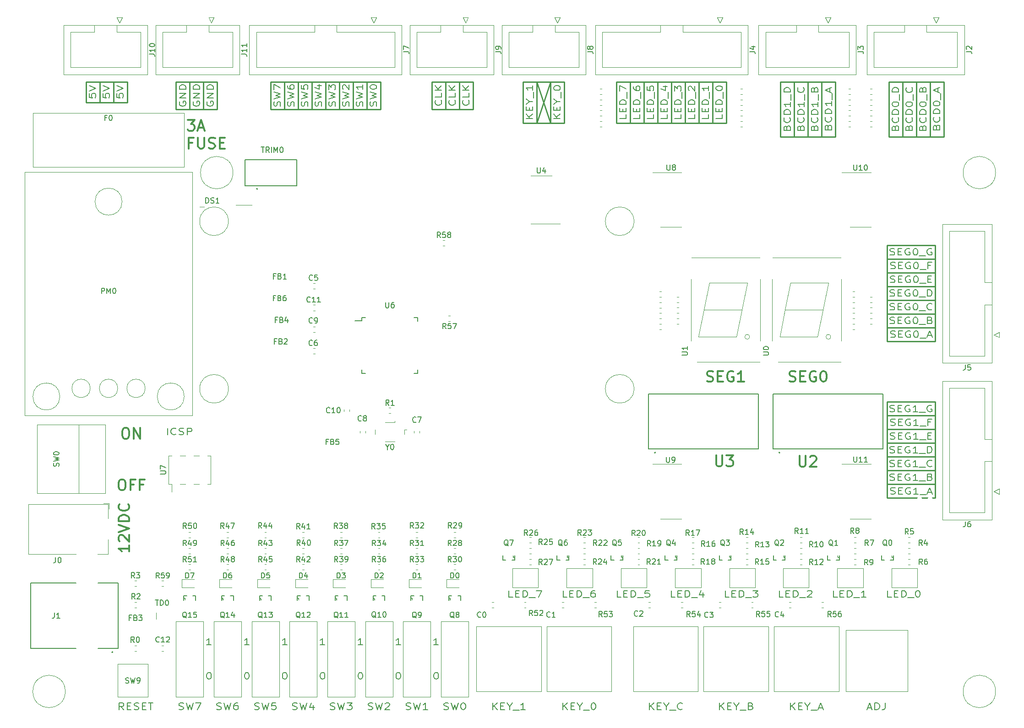
<source format=gto>
G04 #@! TF.GenerationSoftware,KiCad,Pcbnew,(5.1.5)-3*
G04 #@! TF.CreationDate,2021-06-27T19:30:15+07:00*
G04 #@! TF.ProjectId,digitalSystemBoard,64696769-7461-46c5-9379-7374656d426f,rev?*
G04 #@! TF.SameCoordinates,Original*
G04 #@! TF.FileFunction,Legend,Top*
G04 #@! TF.FilePolarity,Positive*
%FSLAX46Y46*%
G04 Gerber Fmt 4.6, Leading zero omitted, Abs format (unit mm)*
G04 Created by KiCad (PCBNEW (5.1.5)-3) date 2021-06-27 19:30:15*
%MOMM*%
%LPD*%
G04 APERTURE LIST*
%ADD10C,0.200000*%
%ADD11C,0.300000*%
%ADD12C,0.120000*%
%ADD13C,0.250000*%
%ADD14C,0.127000*%
%ADD15C,0.152400*%
%ADD16C,0.150000*%
%ADD17C,0.010000*%
%ADD18R,1.501997X2.701995*%
%ADD19R,2.501995X2.701995*%
%ADD20R,2.102000X1.602000*%
%ADD21C,3.102000*%
%ADD22C,3.602000*%
%ADD23C,0.852000*%
%ADD24C,0.100000*%
%ADD25C,1.350000*%
%ADD26R,1.350000X1.350000*%
%ADD27C,2.102000*%
%ADD28O,2.602000X2.352000*%
%ADD29R,1.602000X1.602000*%
%ADD30R,0.559200X1.219600*%
%ADD31C,5.102000*%
%ADD32O,1.902000X2.702000*%
%ADD33R,1.902000X2.702000*%
%ADD34R,1.626000X2.626000*%
%ADD35O,1.626000X2.626000*%
%ADD36C,1.802000*%
%ADD37C,1.499000*%
%ADD38R,1.499000X1.499000*%
%ADD39C,1.626000*%
%ADD40R,3.602000X3.602000*%
%ADD41R,1.102000X3.252000*%
%ADD42C,5.402000*%
%ADD43R,1.902000X1.302000*%
%ADD44R,0.652000X1.602000*%
%ADD45R,1.602000X0.652000*%
%ADD46R,1.510000X1.510000*%
%ADD47C,1.510000*%
%ADD48C,3.418000*%
%ADD49R,1.302000X1.572000*%
%ADD50R,1.572000X1.302000*%
G04 APERTURE END LIST*
D10*
X139750000Y-138542857D02*
X139035714Y-138542857D01*
X139035714Y-137342857D01*
X140250000Y-137914285D02*
X140750000Y-137914285D01*
X140964285Y-138542857D02*
X140250000Y-138542857D01*
X140250000Y-137342857D01*
X140964285Y-137342857D01*
X141607142Y-138542857D02*
X141607142Y-137342857D01*
X141964285Y-137342857D01*
X142178571Y-137400000D01*
X142321428Y-137514285D01*
X142392857Y-137628571D01*
X142464285Y-137857142D01*
X142464285Y-138028571D01*
X142392857Y-138257142D01*
X142321428Y-138371428D01*
X142178571Y-138485714D01*
X141964285Y-138542857D01*
X141607142Y-138542857D01*
X142750000Y-138657142D02*
X143892857Y-138657142D01*
X144107142Y-137342857D02*
X145107142Y-137342857D01*
X144464285Y-138542857D01*
D11*
X67976904Y-107234761D02*
X68357857Y-107234761D01*
X68548333Y-107330000D01*
X68738809Y-107520476D01*
X68834047Y-107901428D01*
X68834047Y-108568095D01*
X68738809Y-108949047D01*
X68548333Y-109139523D01*
X68357857Y-109234761D01*
X67976904Y-109234761D01*
X67786428Y-109139523D01*
X67595952Y-108949047D01*
X67500714Y-108568095D01*
X67500714Y-107901428D01*
X67595952Y-107520476D01*
X67786428Y-107330000D01*
X67976904Y-107234761D01*
X69691190Y-109234761D02*
X69691190Y-107234761D01*
X70834047Y-109234761D01*
X70834047Y-107234761D01*
D12*
X73800000Y-141400000D02*
X73800000Y-142600000D01*
D10*
X125494571Y-152504857D02*
X125637428Y-152504857D01*
X125780285Y-152562000D01*
X125851714Y-152619142D01*
X125923142Y-152733428D01*
X125994571Y-152962000D01*
X125994571Y-153247714D01*
X125923142Y-153476285D01*
X125851714Y-153590571D01*
X125780285Y-153647714D01*
X125637428Y-153704857D01*
X125494571Y-153704857D01*
X125351714Y-153647714D01*
X125280285Y-153590571D01*
X125208857Y-153476285D01*
X125137428Y-153247714D01*
X125137428Y-152962000D01*
X125208857Y-152733428D01*
X125280285Y-152619142D01*
X125351714Y-152562000D01*
X125494571Y-152504857D01*
X118494571Y-152504857D02*
X118637428Y-152504857D01*
X118780285Y-152562000D01*
X118851714Y-152619142D01*
X118923142Y-152733428D01*
X118994571Y-152962000D01*
X118994571Y-153247714D01*
X118923142Y-153476285D01*
X118851714Y-153590571D01*
X118780285Y-153647714D01*
X118637428Y-153704857D01*
X118494571Y-153704857D01*
X118351714Y-153647714D01*
X118280285Y-153590571D01*
X118208857Y-153476285D01*
X118137428Y-153247714D01*
X118137428Y-152962000D01*
X118208857Y-152733428D01*
X118280285Y-152619142D01*
X118351714Y-152562000D01*
X118494571Y-152504857D01*
X111494571Y-152504857D02*
X111637428Y-152504857D01*
X111780285Y-152562000D01*
X111851714Y-152619142D01*
X111923142Y-152733428D01*
X111994571Y-152962000D01*
X111994571Y-153247714D01*
X111923142Y-153476285D01*
X111851714Y-153590571D01*
X111780285Y-153647714D01*
X111637428Y-153704857D01*
X111494571Y-153704857D01*
X111351714Y-153647714D01*
X111280285Y-153590571D01*
X111208857Y-153476285D01*
X111137428Y-153247714D01*
X111137428Y-152962000D01*
X111208857Y-152733428D01*
X111280285Y-152619142D01*
X111351714Y-152562000D01*
X111494571Y-152504857D01*
X104494571Y-152504857D02*
X104637428Y-152504857D01*
X104780285Y-152562000D01*
X104851714Y-152619142D01*
X104923142Y-152733428D01*
X104994571Y-152962000D01*
X104994571Y-153247714D01*
X104923142Y-153476285D01*
X104851714Y-153590571D01*
X104780285Y-153647714D01*
X104637428Y-153704857D01*
X104494571Y-153704857D01*
X104351714Y-153647714D01*
X104280285Y-153590571D01*
X104208857Y-153476285D01*
X104137428Y-153247714D01*
X104137428Y-152962000D01*
X104208857Y-152733428D01*
X104280285Y-152619142D01*
X104351714Y-152562000D01*
X104494571Y-152504857D01*
X97494571Y-152504857D02*
X97637428Y-152504857D01*
X97780285Y-152562000D01*
X97851714Y-152619142D01*
X97923142Y-152733428D01*
X97994571Y-152962000D01*
X97994571Y-153247714D01*
X97923142Y-153476285D01*
X97851714Y-153590571D01*
X97780285Y-153647714D01*
X97637428Y-153704857D01*
X97494571Y-153704857D01*
X97351714Y-153647714D01*
X97280285Y-153590571D01*
X97208857Y-153476285D01*
X97137428Y-153247714D01*
X97137428Y-152962000D01*
X97208857Y-152733428D01*
X97280285Y-152619142D01*
X97351714Y-152562000D01*
X97494571Y-152504857D01*
X90494571Y-152504857D02*
X90637428Y-152504857D01*
X90780285Y-152562000D01*
X90851714Y-152619142D01*
X90923142Y-152733428D01*
X90994571Y-152962000D01*
X90994571Y-153247714D01*
X90923142Y-153476285D01*
X90851714Y-153590571D01*
X90780285Y-153647714D01*
X90637428Y-153704857D01*
X90494571Y-153704857D01*
X90351714Y-153647714D01*
X90280285Y-153590571D01*
X90208857Y-153476285D01*
X90137428Y-153247714D01*
X90137428Y-152962000D01*
X90208857Y-152733428D01*
X90280285Y-152619142D01*
X90351714Y-152562000D01*
X90494571Y-152504857D01*
X125994571Y-147354857D02*
X125137428Y-147354857D01*
X125566000Y-147354857D02*
X125566000Y-146154857D01*
X125423142Y-146326285D01*
X125280285Y-146440571D01*
X125137428Y-146497714D01*
X118994571Y-147354857D02*
X118137428Y-147354857D01*
X118566000Y-147354857D02*
X118566000Y-146154857D01*
X118423142Y-146326285D01*
X118280285Y-146440571D01*
X118137428Y-146497714D01*
X111994571Y-147354857D02*
X111137428Y-147354857D01*
X111566000Y-147354857D02*
X111566000Y-146154857D01*
X111423142Y-146326285D01*
X111280285Y-146440571D01*
X111137428Y-146497714D01*
X104994571Y-147354857D02*
X104137428Y-147354857D01*
X104566000Y-147354857D02*
X104566000Y-146154857D01*
X104423142Y-146326285D01*
X104280285Y-146440571D01*
X104137428Y-146497714D01*
X97994571Y-147354857D02*
X97137428Y-147354857D01*
X97566000Y-147354857D02*
X97566000Y-146154857D01*
X97423142Y-146326285D01*
X97280285Y-146440571D01*
X97137428Y-146497714D01*
X90994571Y-147354857D02*
X90137428Y-147354857D01*
X90566000Y-147354857D02*
X90566000Y-146154857D01*
X90423142Y-146326285D01*
X90280285Y-146440571D01*
X90137428Y-146497714D01*
X83494571Y-152504857D02*
X83637428Y-152504857D01*
X83780285Y-152562000D01*
X83851714Y-152619142D01*
X83923142Y-152733428D01*
X83994571Y-152962000D01*
X83994571Y-153247714D01*
X83923142Y-153476285D01*
X83851714Y-153590571D01*
X83780285Y-153647714D01*
X83637428Y-153704857D01*
X83494571Y-153704857D01*
X83351714Y-153647714D01*
X83280285Y-153590571D01*
X83208857Y-153476285D01*
X83137428Y-153247714D01*
X83137428Y-152962000D01*
X83208857Y-152733428D01*
X83280285Y-152619142D01*
X83351714Y-152562000D01*
X83494571Y-152504857D01*
X83994571Y-147354857D02*
X83137428Y-147354857D01*
X83566000Y-147354857D02*
X83566000Y-146154857D01*
X83423142Y-146326285D01*
X83280285Y-146440571D01*
X83137428Y-146497714D01*
D11*
X79640714Y-50244761D02*
X80878809Y-50244761D01*
X80212142Y-51006666D01*
X80497857Y-51006666D01*
X80688333Y-51101904D01*
X80783571Y-51197142D01*
X80878809Y-51387619D01*
X80878809Y-51863809D01*
X80783571Y-52054285D01*
X80688333Y-52149523D01*
X80497857Y-52244761D01*
X79926428Y-52244761D01*
X79735952Y-52149523D01*
X79640714Y-52054285D01*
X81640714Y-51673333D02*
X82593095Y-51673333D01*
X81450238Y-52244761D02*
X82116904Y-50244761D01*
X82783571Y-52244761D01*
X80497857Y-54497142D02*
X79831190Y-54497142D01*
X79831190Y-55544761D02*
X79831190Y-53544761D01*
X80783571Y-53544761D01*
X81545476Y-53544761D02*
X81545476Y-55163809D01*
X81640714Y-55354285D01*
X81735952Y-55449523D01*
X81926428Y-55544761D01*
X82307380Y-55544761D01*
X82497857Y-55449523D01*
X82593095Y-55354285D01*
X82688333Y-55163809D01*
X82688333Y-53544761D01*
X83545476Y-55449523D02*
X83831190Y-55544761D01*
X84307380Y-55544761D01*
X84497857Y-55449523D01*
X84593095Y-55354285D01*
X84688333Y-55163809D01*
X84688333Y-54973333D01*
X84593095Y-54782857D01*
X84497857Y-54687619D01*
X84307380Y-54592380D01*
X83926428Y-54497142D01*
X83735952Y-54401904D01*
X83640714Y-54306666D01*
X83545476Y-54116190D01*
X83545476Y-53925714D01*
X83640714Y-53735238D01*
X83735952Y-53640000D01*
X83926428Y-53544761D01*
X84402619Y-53544761D01*
X84688333Y-53640000D01*
X85545476Y-54497142D02*
X86212142Y-54497142D01*
X86497857Y-55544761D02*
X85545476Y-55544761D01*
X85545476Y-53544761D01*
X86497857Y-53544761D01*
X67310238Y-116759761D02*
X67691190Y-116759761D01*
X67881666Y-116855000D01*
X68072142Y-117045476D01*
X68167380Y-117426428D01*
X68167380Y-118093095D01*
X68072142Y-118474047D01*
X67881666Y-118664523D01*
X67691190Y-118759761D01*
X67310238Y-118759761D01*
X67119761Y-118664523D01*
X66929285Y-118474047D01*
X66834047Y-118093095D01*
X66834047Y-117426428D01*
X66929285Y-117045476D01*
X67119761Y-116855000D01*
X67310238Y-116759761D01*
X69691190Y-117712142D02*
X69024523Y-117712142D01*
X69024523Y-118759761D02*
X69024523Y-116759761D01*
X69976904Y-116759761D01*
X71405476Y-117712142D02*
X70738809Y-117712142D01*
X70738809Y-118759761D02*
X70738809Y-116759761D01*
X71691190Y-116759761D01*
D10*
X75890714Y-108492857D02*
X75890714Y-107292857D01*
X77462142Y-108378571D02*
X77390714Y-108435714D01*
X77176428Y-108492857D01*
X77033571Y-108492857D01*
X76819285Y-108435714D01*
X76676428Y-108321428D01*
X76605000Y-108207142D01*
X76533571Y-107978571D01*
X76533571Y-107807142D01*
X76605000Y-107578571D01*
X76676428Y-107464285D01*
X76819285Y-107350000D01*
X77033571Y-107292857D01*
X77176428Y-107292857D01*
X77390714Y-107350000D01*
X77462142Y-107407142D01*
X78033571Y-108435714D02*
X78247857Y-108492857D01*
X78605000Y-108492857D01*
X78747857Y-108435714D01*
X78819285Y-108378571D01*
X78890714Y-108264285D01*
X78890714Y-108150000D01*
X78819285Y-108035714D01*
X78747857Y-107978571D01*
X78605000Y-107921428D01*
X78319285Y-107864285D01*
X78176428Y-107807142D01*
X78105000Y-107750000D01*
X78033571Y-107635714D01*
X78033571Y-107521428D01*
X78105000Y-107407142D01*
X78176428Y-107350000D01*
X78319285Y-107292857D01*
X78676428Y-107292857D01*
X78890714Y-107350000D01*
X79533571Y-108492857D02*
X79533571Y-107292857D01*
X80105000Y-107292857D01*
X80247857Y-107350000D01*
X80319285Y-107407142D01*
X80390714Y-107521428D01*
X80390714Y-107692857D01*
X80319285Y-107807142D01*
X80247857Y-107864285D01*
X80105000Y-107921428D01*
X79533571Y-107921428D01*
D11*
X68849761Y-128968095D02*
X68849761Y-130110952D01*
X68849761Y-129539523D02*
X66849761Y-129539523D01*
X67135476Y-129730000D01*
X67325952Y-129920476D01*
X67421190Y-130110952D01*
X67040238Y-128206190D02*
X66945000Y-128110952D01*
X66849761Y-127920476D01*
X66849761Y-127444285D01*
X66945000Y-127253809D01*
X67040238Y-127158571D01*
X67230714Y-127063333D01*
X67421190Y-127063333D01*
X67706904Y-127158571D01*
X68849761Y-128301428D01*
X68849761Y-127063333D01*
X66849761Y-126491904D02*
X68849761Y-125825238D01*
X66849761Y-125158571D01*
X68849761Y-124491904D02*
X66849761Y-124491904D01*
X66849761Y-124015714D01*
X66945000Y-123730000D01*
X67135476Y-123539523D01*
X67325952Y-123444285D01*
X67706904Y-123349047D01*
X67992619Y-123349047D01*
X68373571Y-123444285D01*
X68564047Y-123539523D01*
X68754523Y-123730000D01*
X68849761Y-124015714D01*
X68849761Y-124491904D01*
X68659285Y-121349047D02*
X68754523Y-121444285D01*
X68849761Y-121730000D01*
X68849761Y-121920476D01*
X68754523Y-122206190D01*
X68564047Y-122396666D01*
X68373571Y-122491904D01*
X67992619Y-122587142D01*
X67706904Y-122587142D01*
X67325952Y-122491904D01*
X67135476Y-122396666D01*
X66945000Y-122206190D01*
X66849761Y-121920476D01*
X66849761Y-121730000D01*
X66945000Y-121444285D01*
X67040238Y-121349047D01*
D13*
X217805000Y-86125000D02*
X217805000Y-83585000D01*
X208915000Y-81045000D02*
X217805000Y-81045000D01*
X208915000Y-88665000D02*
X208915000Y-91205000D01*
X217805000Y-88665000D02*
X217805000Y-86125000D01*
X208915000Y-83585000D02*
X208915000Y-86125000D01*
X208915000Y-78505000D02*
X208915000Y-81045000D01*
X217805000Y-81045000D02*
X217805000Y-78505000D01*
X217805000Y-78505000D02*
X217805000Y-75965000D01*
X208915000Y-83585000D02*
X217805000Y-83585000D01*
X208915000Y-78505000D02*
X217805000Y-78505000D01*
X208915000Y-88665000D02*
X217805000Y-88665000D01*
X208915000Y-81045000D02*
X208915000Y-83585000D01*
X217805000Y-91205000D02*
X217805000Y-88665000D01*
X208915000Y-75965000D02*
X217805000Y-75965000D01*
X208915000Y-86125000D02*
X208915000Y-88665000D01*
X208915000Y-86125000D02*
X217805000Y-86125000D01*
X208915000Y-75965000D02*
X208915000Y-78505000D01*
X217805000Y-83585000D02*
X217805000Y-81045000D01*
X208915000Y-91205000D02*
X217805000Y-91205000D01*
D10*
X209467142Y-87880714D02*
X209681428Y-87937857D01*
X210038571Y-87937857D01*
X210181428Y-87880714D01*
X210252857Y-87823571D01*
X210324285Y-87709285D01*
X210324285Y-87595000D01*
X210252857Y-87480714D01*
X210181428Y-87423571D01*
X210038571Y-87366428D01*
X209752857Y-87309285D01*
X209610000Y-87252142D01*
X209538571Y-87195000D01*
X209467142Y-87080714D01*
X209467142Y-86966428D01*
X209538571Y-86852142D01*
X209610000Y-86795000D01*
X209752857Y-86737857D01*
X210110000Y-86737857D01*
X210324285Y-86795000D01*
X210967142Y-87309285D02*
X211467142Y-87309285D01*
X211681428Y-87937857D02*
X210967142Y-87937857D01*
X210967142Y-86737857D01*
X211681428Y-86737857D01*
X213110000Y-86795000D02*
X212967142Y-86737857D01*
X212752857Y-86737857D01*
X212538571Y-86795000D01*
X212395714Y-86909285D01*
X212324285Y-87023571D01*
X212252857Y-87252142D01*
X212252857Y-87423571D01*
X212324285Y-87652142D01*
X212395714Y-87766428D01*
X212538571Y-87880714D01*
X212752857Y-87937857D01*
X212895714Y-87937857D01*
X213110000Y-87880714D01*
X213181428Y-87823571D01*
X213181428Y-87423571D01*
X212895714Y-87423571D01*
X214110000Y-86737857D02*
X214252857Y-86737857D01*
X214395714Y-86795000D01*
X214467142Y-86852142D01*
X214538571Y-86966428D01*
X214610000Y-87195000D01*
X214610000Y-87480714D01*
X214538571Y-87709285D01*
X214467142Y-87823571D01*
X214395714Y-87880714D01*
X214252857Y-87937857D01*
X214110000Y-87937857D01*
X213967142Y-87880714D01*
X213895714Y-87823571D01*
X213824285Y-87709285D01*
X213752857Y-87480714D01*
X213752857Y-87195000D01*
X213824285Y-86966428D01*
X213895714Y-86852142D01*
X213967142Y-86795000D01*
X214110000Y-86737857D01*
X214895714Y-88052142D02*
X216038571Y-88052142D01*
X216895714Y-87309285D02*
X217110000Y-87366428D01*
X217181428Y-87423571D01*
X217252857Y-87537857D01*
X217252857Y-87709285D01*
X217181428Y-87823571D01*
X217110000Y-87880714D01*
X216967142Y-87937857D01*
X216395714Y-87937857D01*
X216395714Y-86737857D01*
X216895714Y-86737857D01*
X217038571Y-86795000D01*
X217110000Y-86852142D01*
X217181428Y-86966428D01*
X217181428Y-87080714D01*
X217110000Y-87195000D01*
X217038571Y-87252142D01*
X216895714Y-87309285D01*
X216395714Y-87309285D01*
X209574285Y-90420714D02*
X209788571Y-90477857D01*
X210145714Y-90477857D01*
X210288571Y-90420714D01*
X210360000Y-90363571D01*
X210431428Y-90249285D01*
X210431428Y-90135000D01*
X210360000Y-90020714D01*
X210288571Y-89963571D01*
X210145714Y-89906428D01*
X209860000Y-89849285D01*
X209717142Y-89792142D01*
X209645714Y-89735000D01*
X209574285Y-89620714D01*
X209574285Y-89506428D01*
X209645714Y-89392142D01*
X209717142Y-89335000D01*
X209860000Y-89277857D01*
X210217142Y-89277857D01*
X210431428Y-89335000D01*
X211074285Y-89849285D02*
X211574285Y-89849285D01*
X211788571Y-90477857D02*
X211074285Y-90477857D01*
X211074285Y-89277857D01*
X211788571Y-89277857D01*
X213217142Y-89335000D02*
X213074285Y-89277857D01*
X212860000Y-89277857D01*
X212645714Y-89335000D01*
X212502857Y-89449285D01*
X212431428Y-89563571D01*
X212360000Y-89792142D01*
X212360000Y-89963571D01*
X212431428Y-90192142D01*
X212502857Y-90306428D01*
X212645714Y-90420714D01*
X212860000Y-90477857D01*
X213002857Y-90477857D01*
X213217142Y-90420714D01*
X213288571Y-90363571D01*
X213288571Y-89963571D01*
X213002857Y-89963571D01*
X214217142Y-89277857D02*
X214360000Y-89277857D01*
X214502857Y-89335000D01*
X214574285Y-89392142D01*
X214645714Y-89506428D01*
X214717142Y-89735000D01*
X214717142Y-90020714D01*
X214645714Y-90249285D01*
X214574285Y-90363571D01*
X214502857Y-90420714D01*
X214360000Y-90477857D01*
X214217142Y-90477857D01*
X214074285Y-90420714D01*
X214002857Y-90363571D01*
X213931428Y-90249285D01*
X213860000Y-90020714D01*
X213860000Y-89735000D01*
X213931428Y-89506428D01*
X214002857Y-89392142D01*
X214074285Y-89335000D01*
X214217142Y-89277857D01*
X215002857Y-90592142D02*
X216145714Y-90592142D01*
X216431428Y-90135000D02*
X217145714Y-90135000D01*
X216288571Y-90477857D02*
X216788571Y-89277857D01*
X217288571Y-90477857D01*
X209467142Y-82800714D02*
X209681428Y-82857857D01*
X210038571Y-82857857D01*
X210181428Y-82800714D01*
X210252857Y-82743571D01*
X210324285Y-82629285D01*
X210324285Y-82515000D01*
X210252857Y-82400714D01*
X210181428Y-82343571D01*
X210038571Y-82286428D01*
X209752857Y-82229285D01*
X209610000Y-82172142D01*
X209538571Y-82115000D01*
X209467142Y-82000714D01*
X209467142Y-81886428D01*
X209538571Y-81772142D01*
X209610000Y-81715000D01*
X209752857Y-81657857D01*
X210110000Y-81657857D01*
X210324285Y-81715000D01*
X210967142Y-82229285D02*
X211467142Y-82229285D01*
X211681428Y-82857857D02*
X210967142Y-82857857D01*
X210967142Y-81657857D01*
X211681428Y-81657857D01*
X213110000Y-81715000D02*
X212967142Y-81657857D01*
X212752857Y-81657857D01*
X212538571Y-81715000D01*
X212395714Y-81829285D01*
X212324285Y-81943571D01*
X212252857Y-82172142D01*
X212252857Y-82343571D01*
X212324285Y-82572142D01*
X212395714Y-82686428D01*
X212538571Y-82800714D01*
X212752857Y-82857857D01*
X212895714Y-82857857D01*
X213110000Y-82800714D01*
X213181428Y-82743571D01*
X213181428Y-82343571D01*
X212895714Y-82343571D01*
X214110000Y-81657857D02*
X214252857Y-81657857D01*
X214395714Y-81715000D01*
X214467142Y-81772142D01*
X214538571Y-81886428D01*
X214610000Y-82115000D01*
X214610000Y-82400714D01*
X214538571Y-82629285D01*
X214467142Y-82743571D01*
X214395714Y-82800714D01*
X214252857Y-82857857D01*
X214110000Y-82857857D01*
X213967142Y-82800714D01*
X213895714Y-82743571D01*
X213824285Y-82629285D01*
X213752857Y-82400714D01*
X213752857Y-82115000D01*
X213824285Y-81886428D01*
X213895714Y-81772142D01*
X213967142Y-81715000D01*
X214110000Y-81657857D01*
X214895714Y-82972142D02*
X216038571Y-82972142D01*
X216395714Y-82857857D02*
X216395714Y-81657857D01*
X216752857Y-81657857D01*
X216967142Y-81715000D01*
X217110000Y-81829285D01*
X217181428Y-81943571D01*
X217252857Y-82172142D01*
X217252857Y-82343571D01*
X217181428Y-82572142D01*
X217110000Y-82686428D01*
X216967142Y-82800714D01*
X216752857Y-82857857D01*
X216395714Y-82857857D01*
X209574285Y-77720714D02*
X209788571Y-77777857D01*
X210145714Y-77777857D01*
X210288571Y-77720714D01*
X210360000Y-77663571D01*
X210431428Y-77549285D01*
X210431428Y-77435000D01*
X210360000Y-77320714D01*
X210288571Y-77263571D01*
X210145714Y-77206428D01*
X209860000Y-77149285D01*
X209717142Y-77092142D01*
X209645714Y-77035000D01*
X209574285Y-76920714D01*
X209574285Y-76806428D01*
X209645714Y-76692142D01*
X209717142Y-76635000D01*
X209860000Y-76577857D01*
X210217142Y-76577857D01*
X210431428Y-76635000D01*
X211074285Y-77149285D02*
X211574285Y-77149285D01*
X211788571Y-77777857D02*
X211074285Y-77777857D01*
X211074285Y-76577857D01*
X211788571Y-76577857D01*
X213217142Y-76635000D02*
X213074285Y-76577857D01*
X212860000Y-76577857D01*
X212645714Y-76635000D01*
X212502857Y-76749285D01*
X212431428Y-76863571D01*
X212360000Y-77092142D01*
X212360000Y-77263571D01*
X212431428Y-77492142D01*
X212502857Y-77606428D01*
X212645714Y-77720714D01*
X212860000Y-77777857D01*
X213002857Y-77777857D01*
X213217142Y-77720714D01*
X213288571Y-77663571D01*
X213288571Y-77263571D01*
X213002857Y-77263571D01*
X214217142Y-76577857D02*
X214360000Y-76577857D01*
X214502857Y-76635000D01*
X214574285Y-76692142D01*
X214645714Y-76806428D01*
X214717142Y-77035000D01*
X214717142Y-77320714D01*
X214645714Y-77549285D01*
X214574285Y-77663571D01*
X214502857Y-77720714D01*
X214360000Y-77777857D01*
X214217142Y-77777857D01*
X214074285Y-77720714D01*
X214002857Y-77663571D01*
X213931428Y-77549285D01*
X213860000Y-77320714D01*
X213860000Y-77035000D01*
X213931428Y-76806428D01*
X214002857Y-76692142D01*
X214074285Y-76635000D01*
X214217142Y-76577857D01*
X215002857Y-77892142D02*
X216145714Y-77892142D01*
X217002857Y-77149285D02*
X216502857Y-77149285D01*
X216502857Y-77777857D02*
X216502857Y-76577857D01*
X217217142Y-76577857D01*
X209538571Y-80260714D02*
X209752857Y-80317857D01*
X210110000Y-80317857D01*
X210252857Y-80260714D01*
X210324285Y-80203571D01*
X210395714Y-80089285D01*
X210395714Y-79975000D01*
X210324285Y-79860714D01*
X210252857Y-79803571D01*
X210110000Y-79746428D01*
X209824285Y-79689285D01*
X209681428Y-79632142D01*
X209610000Y-79575000D01*
X209538571Y-79460714D01*
X209538571Y-79346428D01*
X209610000Y-79232142D01*
X209681428Y-79175000D01*
X209824285Y-79117857D01*
X210181428Y-79117857D01*
X210395714Y-79175000D01*
X211038571Y-79689285D02*
X211538571Y-79689285D01*
X211752857Y-80317857D02*
X211038571Y-80317857D01*
X211038571Y-79117857D01*
X211752857Y-79117857D01*
X213181428Y-79175000D02*
X213038571Y-79117857D01*
X212824285Y-79117857D01*
X212610000Y-79175000D01*
X212467142Y-79289285D01*
X212395714Y-79403571D01*
X212324285Y-79632142D01*
X212324285Y-79803571D01*
X212395714Y-80032142D01*
X212467142Y-80146428D01*
X212610000Y-80260714D01*
X212824285Y-80317857D01*
X212967142Y-80317857D01*
X213181428Y-80260714D01*
X213252857Y-80203571D01*
X213252857Y-79803571D01*
X212967142Y-79803571D01*
X214181428Y-79117857D02*
X214324285Y-79117857D01*
X214467142Y-79175000D01*
X214538571Y-79232142D01*
X214610000Y-79346428D01*
X214681428Y-79575000D01*
X214681428Y-79860714D01*
X214610000Y-80089285D01*
X214538571Y-80203571D01*
X214467142Y-80260714D01*
X214324285Y-80317857D01*
X214181428Y-80317857D01*
X214038571Y-80260714D01*
X213967142Y-80203571D01*
X213895714Y-80089285D01*
X213824285Y-79860714D01*
X213824285Y-79575000D01*
X213895714Y-79346428D01*
X213967142Y-79232142D01*
X214038571Y-79175000D01*
X214181428Y-79117857D01*
X214967142Y-80432142D02*
X216110000Y-80432142D01*
X216467142Y-79689285D02*
X216967142Y-79689285D01*
X217181428Y-80317857D02*
X216467142Y-80317857D01*
X216467142Y-79117857D01*
X217181428Y-79117857D01*
X209467142Y-75180714D02*
X209681428Y-75237857D01*
X210038571Y-75237857D01*
X210181428Y-75180714D01*
X210252857Y-75123571D01*
X210324285Y-75009285D01*
X210324285Y-74895000D01*
X210252857Y-74780714D01*
X210181428Y-74723571D01*
X210038571Y-74666428D01*
X209752857Y-74609285D01*
X209610000Y-74552142D01*
X209538571Y-74495000D01*
X209467142Y-74380714D01*
X209467142Y-74266428D01*
X209538571Y-74152142D01*
X209610000Y-74095000D01*
X209752857Y-74037857D01*
X210110000Y-74037857D01*
X210324285Y-74095000D01*
X210967142Y-74609285D02*
X211467142Y-74609285D01*
X211681428Y-75237857D02*
X210967142Y-75237857D01*
X210967142Y-74037857D01*
X211681428Y-74037857D01*
X213110000Y-74095000D02*
X212967142Y-74037857D01*
X212752857Y-74037857D01*
X212538571Y-74095000D01*
X212395714Y-74209285D01*
X212324285Y-74323571D01*
X212252857Y-74552142D01*
X212252857Y-74723571D01*
X212324285Y-74952142D01*
X212395714Y-75066428D01*
X212538571Y-75180714D01*
X212752857Y-75237857D01*
X212895714Y-75237857D01*
X213110000Y-75180714D01*
X213181428Y-75123571D01*
X213181428Y-74723571D01*
X212895714Y-74723571D01*
X214110000Y-74037857D02*
X214252857Y-74037857D01*
X214395714Y-74095000D01*
X214467142Y-74152142D01*
X214538571Y-74266428D01*
X214610000Y-74495000D01*
X214610000Y-74780714D01*
X214538571Y-75009285D01*
X214467142Y-75123571D01*
X214395714Y-75180714D01*
X214252857Y-75237857D01*
X214110000Y-75237857D01*
X213967142Y-75180714D01*
X213895714Y-75123571D01*
X213824285Y-75009285D01*
X213752857Y-74780714D01*
X213752857Y-74495000D01*
X213824285Y-74266428D01*
X213895714Y-74152142D01*
X213967142Y-74095000D01*
X214110000Y-74037857D01*
X214895714Y-75352142D02*
X216038571Y-75352142D01*
X217181428Y-74095000D02*
X217038571Y-74037857D01*
X216824285Y-74037857D01*
X216610000Y-74095000D01*
X216467142Y-74209285D01*
X216395714Y-74323571D01*
X216324285Y-74552142D01*
X216324285Y-74723571D01*
X216395714Y-74952142D01*
X216467142Y-75066428D01*
X216610000Y-75180714D01*
X216824285Y-75237857D01*
X216967142Y-75237857D01*
X217181428Y-75180714D01*
X217252857Y-75123571D01*
X217252857Y-74723571D01*
X216967142Y-74723571D01*
X209467142Y-85340714D02*
X209681428Y-85397857D01*
X210038571Y-85397857D01*
X210181428Y-85340714D01*
X210252857Y-85283571D01*
X210324285Y-85169285D01*
X210324285Y-85055000D01*
X210252857Y-84940714D01*
X210181428Y-84883571D01*
X210038571Y-84826428D01*
X209752857Y-84769285D01*
X209610000Y-84712142D01*
X209538571Y-84655000D01*
X209467142Y-84540714D01*
X209467142Y-84426428D01*
X209538571Y-84312142D01*
X209610000Y-84255000D01*
X209752857Y-84197857D01*
X210110000Y-84197857D01*
X210324285Y-84255000D01*
X210967142Y-84769285D02*
X211467142Y-84769285D01*
X211681428Y-85397857D02*
X210967142Y-85397857D01*
X210967142Y-84197857D01*
X211681428Y-84197857D01*
X213110000Y-84255000D02*
X212967142Y-84197857D01*
X212752857Y-84197857D01*
X212538571Y-84255000D01*
X212395714Y-84369285D01*
X212324285Y-84483571D01*
X212252857Y-84712142D01*
X212252857Y-84883571D01*
X212324285Y-85112142D01*
X212395714Y-85226428D01*
X212538571Y-85340714D01*
X212752857Y-85397857D01*
X212895714Y-85397857D01*
X213110000Y-85340714D01*
X213181428Y-85283571D01*
X213181428Y-84883571D01*
X212895714Y-84883571D01*
X214110000Y-84197857D02*
X214252857Y-84197857D01*
X214395714Y-84255000D01*
X214467142Y-84312142D01*
X214538571Y-84426428D01*
X214610000Y-84655000D01*
X214610000Y-84940714D01*
X214538571Y-85169285D01*
X214467142Y-85283571D01*
X214395714Y-85340714D01*
X214252857Y-85397857D01*
X214110000Y-85397857D01*
X213967142Y-85340714D01*
X213895714Y-85283571D01*
X213824285Y-85169285D01*
X213752857Y-84940714D01*
X213752857Y-84655000D01*
X213824285Y-84426428D01*
X213895714Y-84312142D01*
X213967142Y-84255000D01*
X214110000Y-84197857D01*
X214895714Y-85512142D02*
X216038571Y-85512142D01*
X217252857Y-85283571D02*
X217181428Y-85340714D01*
X216967142Y-85397857D01*
X216824285Y-85397857D01*
X216610000Y-85340714D01*
X216467142Y-85226428D01*
X216395714Y-85112142D01*
X216324285Y-84883571D01*
X216324285Y-84712142D01*
X216395714Y-84483571D01*
X216467142Y-84369285D01*
X216610000Y-84255000D01*
X216824285Y-84197857D01*
X216967142Y-84197857D01*
X217181428Y-84255000D01*
X217252857Y-84312142D01*
D13*
X208915000Y-73425000D02*
X208915000Y-75965000D01*
X217805000Y-75965000D02*
X217805000Y-73425000D01*
X208915000Y-73425000D02*
X217805000Y-73425000D01*
X208915000Y-120215000D02*
X217805000Y-120215000D01*
D10*
X209574285Y-119430714D02*
X209788571Y-119487857D01*
X210145714Y-119487857D01*
X210288571Y-119430714D01*
X210360000Y-119373571D01*
X210431428Y-119259285D01*
X210431428Y-119145000D01*
X210360000Y-119030714D01*
X210288571Y-118973571D01*
X210145714Y-118916428D01*
X209860000Y-118859285D01*
X209717142Y-118802142D01*
X209645714Y-118745000D01*
X209574285Y-118630714D01*
X209574285Y-118516428D01*
X209645714Y-118402142D01*
X209717142Y-118345000D01*
X209860000Y-118287857D01*
X210217142Y-118287857D01*
X210431428Y-118345000D01*
X211074285Y-118859285D02*
X211574285Y-118859285D01*
X211788571Y-119487857D02*
X211074285Y-119487857D01*
X211074285Y-118287857D01*
X211788571Y-118287857D01*
X213217142Y-118345000D02*
X213074285Y-118287857D01*
X212860000Y-118287857D01*
X212645714Y-118345000D01*
X212502857Y-118459285D01*
X212431428Y-118573571D01*
X212360000Y-118802142D01*
X212360000Y-118973571D01*
X212431428Y-119202142D01*
X212502857Y-119316428D01*
X212645714Y-119430714D01*
X212860000Y-119487857D01*
X213002857Y-119487857D01*
X213217142Y-119430714D01*
X213288571Y-119373571D01*
X213288571Y-118973571D01*
X213002857Y-118973571D01*
X214717142Y-119487857D02*
X213860000Y-119487857D01*
X214288571Y-119487857D02*
X214288571Y-118287857D01*
X214145714Y-118459285D01*
X214002857Y-118573571D01*
X213860000Y-118630714D01*
X215002857Y-119602142D02*
X216145714Y-119602142D01*
X216431428Y-119145000D02*
X217145714Y-119145000D01*
X216288571Y-119487857D02*
X216788571Y-118287857D01*
X217288571Y-119487857D01*
X209467142Y-116890714D02*
X209681428Y-116947857D01*
X210038571Y-116947857D01*
X210181428Y-116890714D01*
X210252857Y-116833571D01*
X210324285Y-116719285D01*
X210324285Y-116605000D01*
X210252857Y-116490714D01*
X210181428Y-116433571D01*
X210038571Y-116376428D01*
X209752857Y-116319285D01*
X209610000Y-116262142D01*
X209538571Y-116205000D01*
X209467142Y-116090714D01*
X209467142Y-115976428D01*
X209538571Y-115862142D01*
X209610000Y-115805000D01*
X209752857Y-115747857D01*
X210110000Y-115747857D01*
X210324285Y-115805000D01*
X210967142Y-116319285D02*
X211467142Y-116319285D01*
X211681428Y-116947857D02*
X210967142Y-116947857D01*
X210967142Y-115747857D01*
X211681428Y-115747857D01*
X213110000Y-115805000D02*
X212967142Y-115747857D01*
X212752857Y-115747857D01*
X212538571Y-115805000D01*
X212395714Y-115919285D01*
X212324285Y-116033571D01*
X212252857Y-116262142D01*
X212252857Y-116433571D01*
X212324285Y-116662142D01*
X212395714Y-116776428D01*
X212538571Y-116890714D01*
X212752857Y-116947857D01*
X212895714Y-116947857D01*
X213110000Y-116890714D01*
X213181428Y-116833571D01*
X213181428Y-116433571D01*
X212895714Y-116433571D01*
X214610000Y-116947857D02*
X213752857Y-116947857D01*
X214181428Y-116947857D02*
X214181428Y-115747857D01*
X214038571Y-115919285D01*
X213895714Y-116033571D01*
X213752857Y-116090714D01*
X214895714Y-117062142D02*
X216038571Y-117062142D01*
X216895714Y-116319285D02*
X217110000Y-116376428D01*
X217181428Y-116433571D01*
X217252857Y-116547857D01*
X217252857Y-116719285D01*
X217181428Y-116833571D01*
X217110000Y-116890714D01*
X216967142Y-116947857D01*
X216395714Y-116947857D01*
X216395714Y-115747857D01*
X216895714Y-115747857D01*
X217038571Y-115805000D01*
X217110000Y-115862142D01*
X217181428Y-115976428D01*
X217181428Y-116090714D01*
X217110000Y-116205000D01*
X217038571Y-116262142D01*
X216895714Y-116319285D01*
X216395714Y-116319285D01*
X209467142Y-114350714D02*
X209681428Y-114407857D01*
X210038571Y-114407857D01*
X210181428Y-114350714D01*
X210252857Y-114293571D01*
X210324285Y-114179285D01*
X210324285Y-114065000D01*
X210252857Y-113950714D01*
X210181428Y-113893571D01*
X210038571Y-113836428D01*
X209752857Y-113779285D01*
X209610000Y-113722142D01*
X209538571Y-113665000D01*
X209467142Y-113550714D01*
X209467142Y-113436428D01*
X209538571Y-113322142D01*
X209610000Y-113265000D01*
X209752857Y-113207857D01*
X210110000Y-113207857D01*
X210324285Y-113265000D01*
X210967142Y-113779285D02*
X211467142Y-113779285D01*
X211681428Y-114407857D02*
X210967142Y-114407857D01*
X210967142Y-113207857D01*
X211681428Y-113207857D01*
X213110000Y-113265000D02*
X212967142Y-113207857D01*
X212752857Y-113207857D01*
X212538571Y-113265000D01*
X212395714Y-113379285D01*
X212324285Y-113493571D01*
X212252857Y-113722142D01*
X212252857Y-113893571D01*
X212324285Y-114122142D01*
X212395714Y-114236428D01*
X212538571Y-114350714D01*
X212752857Y-114407857D01*
X212895714Y-114407857D01*
X213110000Y-114350714D01*
X213181428Y-114293571D01*
X213181428Y-113893571D01*
X212895714Y-113893571D01*
X214610000Y-114407857D02*
X213752857Y-114407857D01*
X214181428Y-114407857D02*
X214181428Y-113207857D01*
X214038571Y-113379285D01*
X213895714Y-113493571D01*
X213752857Y-113550714D01*
X214895714Y-114522142D02*
X216038571Y-114522142D01*
X217252857Y-114293571D02*
X217181428Y-114350714D01*
X216967142Y-114407857D01*
X216824285Y-114407857D01*
X216610000Y-114350714D01*
X216467142Y-114236428D01*
X216395714Y-114122142D01*
X216324285Y-113893571D01*
X216324285Y-113722142D01*
X216395714Y-113493571D01*
X216467142Y-113379285D01*
X216610000Y-113265000D01*
X216824285Y-113207857D01*
X216967142Y-113207857D01*
X217181428Y-113265000D01*
X217252857Y-113322142D01*
X209467142Y-111810714D02*
X209681428Y-111867857D01*
X210038571Y-111867857D01*
X210181428Y-111810714D01*
X210252857Y-111753571D01*
X210324285Y-111639285D01*
X210324285Y-111525000D01*
X210252857Y-111410714D01*
X210181428Y-111353571D01*
X210038571Y-111296428D01*
X209752857Y-111239285D01*
X209610000Y-111182142D01*
X209538571Y-111125000D01*
X209467142Y-111010714D01*
X209467142Y-110896428D01*
X209538571Y-110782142D01*
X209610000Y-110725000D01*
X209752857Y-110667857D01*
X210110000Y-110667857D01*
X210324285Y-110725000D01*
X210967142Y-111239285D02*
X211467142Y-111239285D01*
X211681428Y-111867857D02*
X210967142Y-111867857D01*
X210967142Y-110667857D01*
X211681428Y-110667857D01*
X213110000Y-110725000D02*
X212967142Y-110667857D01*
X212752857Y-110667857D01*
X212538571Y-110725000D01*
X212395714Y-110839285D01*
X212324285Y-110953571D01*
X212252857Y-111182142D01*
X212252857Y-111353571D01*
X212324285Y-111582142D01*
X212395714Y-111696428D01*
X212538571Y-111810714D01*
X212752857Y-111867857D01*
X212895714Y-111867857D01*
X213110000Y-111810714D01*
X213181428Y-111753571D01*
X213181428Y-111353571D01*
X212895714Y-111353571D01*
X214610000Y-111867857D02*
X213752857Y-111867857D01*
X214181428Y-111867857D02*
X214181428Y-110667857D01*
X214038571Y-110839285D01*
X213895714Y-110953571D01*
X213752857Y-111010714D01*
X214895714Y-111982142D02*
X216038571Y-111982142D01*
X216395714Y-111867857D02*
X216395714Y-110667857D01*
X216752857Y-110667857D01*
X216967142Y-110725000D01*
X217110000Y-110839285D01*
X217181428Y-110953571D01*
X217252857Y-111182142D01*
X217252857Y-111353571D01*
X217181428Y-111582142D01*
X217110000Y-111696428D01*
X216967142Y-111810714D01*
X216752857Y-111867857D01*
X216395714Y-111867857D01*
X209538571Y-109270714D02*
X209752857Y-109327857D01*
X210110000Y-109327857D01*
X210252857Y-109270714D01*
X210324285Y-109213571D01*
X210395714Y-109099285D01*
X210395714Y-108985000D01*
X210324285Y-108870714D01*
X210252857Y-108813571D01*
X210110000Y-108756428D01*
X209824285Y-108699285D01*
X209681428Y-108642142D01*
X209610000Y-108585000D01*
X209538571Y-108470714D01*
X209538571Y-108356428D01*
X209610000Y-108242142D01*
X209681428Y-108185000D01*
X209824285Y-108127857D01*
X210181428Y-108127857D01*
X210395714Y-108185000D01*
X211038571Y-108699285D02*
X211538571Y-108699285D01*
X211752857Y-109327857D02*
X211038571Y-109327857D01*
X211038571Y-108127857D01*
X211752857Y-108127857D01*
X213181428Y-108185000D02*
X213038571Y-108127857D01*
X212824285Y-108127857D01*
X212610000Y-108185000D01*
X212467142Y-108299285D01*
X212395714Y-108413571D01*
X212324285Y-108642142D01*
X212324285Y-108813571D01*
X212395714Y-109042142D01*
X212467142Y-109156428D01*
X212610000Y-109270714D01*
X212824285Y-109327857D01*
X212967142Y-109327857D01*
X213181428Y-109270714D01*
X213252857Y-109213571D01*
X213252857Y-108813571D01*
X212967142Y-108813571D01*
X214681428Y-109327857D02*
X213824285Y-109327857D01*
X214252857Y-109327857D02*
X214252857Y-108127857D01*
X214110000Y-108299285D01*
X213967142Y-108413571D01*
X213824285Y-108470714D01*
X214967142Y-109442142D02*
X216110000Y-109442142D01*
X216467142Y-108699285D02*
X216967142Y-108699285D01*
X217181428Y-109327857D02*
X216467142Y-109327857D01*
X216467142Y-108127857D01*
X217181428Y-108127857D01*
X209574285Y-106730714D02*
X209788571Y-106787857D01*
X210145714Y-106787857D01*
X210288571Y-106730714D01*
X210360000Y-106673571D01*
X210431428Y-106559285D01*
X210431428Y-106445000D01*
X210360000Y-106330714D01*
X210288571Y-106273571D01*
X210145714Y-106216428D01*
X209860000Y-106159285D01*
X209717142Y-106102142D01*
X209645714Y-106045000D01*
X209574285Y-105930714D01*
X209574285Y-105816428D01*
X209645714Y-105702142D01*
X209717142Y-105645000D01*
X209860000Y-105587857D01*
X210217142Y-105587857D01*
X210431428Y-105645000D01*
X211074285Y-106159285D02*
X211574285Y-106159285D01*
X211788571Y-106787857D02*
X211074285Y-106787857D01*
X211074285Y-105587857D01*
X211788571Y-105587857D01*
X213217142Y-105645000D02*
X213074285Y-105587857D01*
X212860000Y-105587857D01*
X212645714Y-105645000D01*
X212502857Y-105759285D01*
X212431428Y-105873571D01*
X212360000Y-106102142D01*
X212360000Y-106273571D01*
X212431428Y-106502142D01*
X212502857Y-106616428D01*
X212645714Y-106730714D01*
X212860000Y-106787857D01*
X213002857Y-106787857D01*
X213217142Y-106730714D01*
X213288571Y-106673571D01*
X213288571Y-106273571D01*
X213002857Y-106273571D01*
X214717142Y-106787857D02*
X213860000Y-106787857D01*
X214288571Y-106787857D02*
X214288571Y-105587857D01*
X214145714Y-105759285D01*
X214002857Y-105873571D01*
X213860000Y-105930714D01*
X215002857Y-106902142D02*
X216145714Y-106902142D01*
X217002857Y-106159285D02*
X216502857Y-106159285D01*
X216502857Y-106787857D02*
X216502857Y-105587857D01*
X217217142Y-105587857D01*
D13*
X208915000Y-117675000D02*
X208915000Y-120215000D01*
X208915000Y-115135000D02*
X208915000Y-117675000D01*
X208915000Y-112595000D02*
X208915000Y-115135000D01*
X208915000Y-110055000D02*
X208915000Y-112595000D01*
X208915000Y-107515000D02*
X208915000Y-110055000D01*
X208915000Y-104975000D02*
X208915000Y-107515000D01*
X217805000Y-120215000D02*
X217805000Y-117675000D01*
X217805000Y-117675000D02*
X217805000Y-115135000D01*
X217805000Y-115135000D02*
X217805000Y-112595000D01*
X217805000Y-112595000D02*
X217805000Y-110055000D01*
X217805000Y-110055000D02*
X217805000Y-107515000D01*
X217805000Y-107515000D02*
X217805000Y-104975000D01*
X208915000Y-117675000D02*
X217805000Y-117675000D01*
X208915000Y-115135000D02*
X217805000Y-115135000D01*
X208915000Y-112595000D02*
X217805000Y-112595000D01*
X208915000Y-110055000D02*
X217805000Y-110055000D01*
X208915000Y-107515000D02*
X217805000Y-107515000D01*
X208915000Y-104975000D02*
X217805000Y-104975000D01*
X217805000Y-104975000D02*
X217805000Y-102435000D01*
X208915000Y-102435000D02*
X217805000Y-102435000D01*
X208915000Y-102435000D02*
X208915000Y-104975000D01*
D10*
X209467142Y-104190714D02*
X209681428Y-104247857D01*
X210038571Y-104247857D01*
X210181428Y-104190714D01*
X210252857Y-104133571D01*
X210324285Y-104019285D01*
X210324285Y-103905000D01*
X210252857Y-103790714D01*
X210181428Y-103733571D01*
X210038571Y-103676428D01*
X209752857Y-103619285D01*
X209610000Y-103562142D01*
X209538571Y-103505000D01*
X209467142Y-103390714D01*
X209467142Y-103276428D01*
X209538571Y-103162142D01*
X209610000Y-103105000D01*
X209752857Y-103047857D01*
X210110000Y-103047857D01*
X210324285Y-103105000D01*
X210967142Y-103619285D02*
X211467142Y-103619285D01*
X211681428Y-104247857D02*
X210967142Y-104247857D01*
X210967142Y-103047857D01*
X211681428Y-103047857D01*
X213110000Y-103105000D02*
X212967142Y-103047857D01*
X212752857Y-103047857D01*
X212538571Y-103105000D01*
X212395714Y-103219285D01*
X212324285Y-103333571D01*
X212252857Y-103562142D01*
X212252857Y-103733571D01*
X212324285Y-103962142D01*
X212395714Y-104076428D01*
X212538571Y-104190714D01*
X212752857Y-104247857D01*
X212895714Y-104247857D01*
X213110000Y-104190714D01*
X213181428Y-104133571D01*
X213181428Y-103733571D01*
X212895714Y-103733571D01*
X214610000Y-104247857D02*
X213752857Y-104247857D01*
X214181428Y-104247857D02*
X214181428Y-103047857D01*
X214038571Y-103219285D01*
X213895714Y-103333571D01*
X213752857Y-103390714D01*
X214895714Y-104362142D02*
X216038571Y-104362142D01*
X217181428Y-103105000D02*
X217038571Y-103047857D01*
X216824285Y-103047857D01*
X216610000Y-103105000D01*
X216467142Y-103219285D01*
X216395714Y-103333571D01*
X216324285Y-103562142D01*
X216324285Y-103733571D01*
X216395714Y-103962142D01*
X216467142Y-104076428D01*
X216610000Y-104190714D01*
X216824285Y-104247857D01*
X216967142Y-104247857D01*
X217181428Y-104190714D01*
X217252857Y-104133571D01*
X217252857Y-103733571D01*
X216967142Y-103733571D01*
X67821428Y-159342857D02*
X67321428Y-158771428D01*
X66964285Y-159342857D02*
X66964285Y-158142857D01*
X67535714Y-158142857D01*
X67678571Y-158200000D01*
X67750000Y-158257142D01*
X67821428Y-158371428D01*
X67821428Y-158542857D01*
X67750000Y-158657142D01*
X67678571Y-158714285D01*
X67535714Y-158771428D01*
X66964285Y-158771428D01*
X68464285Y-158714285D02*
X68964285Y-158714285D01*
X69178571Y-159342857D02*
X68464285Y-159342857D01*
X68464285Y-158142857D01*
X69178571Y-158142857D01*
X69750000Y-159285714D02*
X69964285Y-159342857D01*
X70321428Y-159342857D01*
X70464285Y-159285714D01*
X70535714Y-159228571D01*
X70607142Y-159114285D01*
X70607142Y-159000000D01*
X70535714Y-158885714D01*
X70464285Y-158828571D01*
X70321428Y-158771428D01*
X70035714Y-158714285D01*
X69892857Y-158657142D01*
X69821428Y-158600000D01*
X69750000Y-158485714D01*
X69750000Y-158371428D01*
X69821428Y-158257142D01*
X69892857Y-158200000D01*
X70035714Y-158142857D01*
X70392857Y-158142857D01*
X70607142Y-158200000D01*
X71250000Y-158714285D02*
X71750000Y-158714285D01*
X71964285Y-159342857D02*
X71250000Y-159342857D01*
X71250000Y-158142857D01*
X71964285Y-158142857D01*
X72392857Y-158142857D02*
X73250000Y-158142857D01*
X72821428Y-159342857D02*
X72821428Y-158142857D01*
D11*
X190881428Y-98599523D02*
X191167142Y-98694761D01*
X191643333Y-98694761D01*
X191833809Y-98599523D01*
X191929047Y-98504285D01*
X192024285Y-98313809D01*
X192024285Y-98123333D01*
X191929047Y-97932857D01*
X191833809Y-97837619D01*
X191643333Y-97742380D01*
X191262380Y-97647142D01*
X191071904Y-97551904D01*
X190976666Y-97456666D01*
X190881428Y-97266190D01*
X190881428Y-97075714D01*
X190976666Y-96885238D01*
X191071904Y-96790000D01*
X191262380Y-96694761D01*
X191738571Y-96694761D01*
X192024285Y-96790000D01*
X192881428Y-97647142D02*
X193548095Y-97647142D01*
X193833809Y-98694761D02*
X192881428Y-98694761D01*
X192881428Y-96694761D01*
X193833809Y-96694761D01*
X195738571Y-96790000D02*
X195548095Y-96694761D01*
X195262380Y-96694761D01*
X194976666Y-96790000D01*
X194786190Y-96980476D01*
X194690952Y-97170952D01*
X194595714Y-97551904D01*
X194595714Y-97837619D01*
X194690952Y-98218571D01*
X194786190Y-98409047D01*
X194976666Y-98599523D01*
X195262380Y-98694761D01*
X195452857Y-98694761D01*
X195738571Y-98599523D01*
X195833809Y-98504285D01*
X195833809Y-97837619D01*
X195452857Y-97837619D01*
X197071904Y-96694761D02*
X197262380Y-96694761D01*
X197452857Y-96790000D01*
X197548095Y-96885238D01*
X197643333Y-97075714D01*
X197738571Y-97456666D01*
X197738571Y-97932857D01*
X197643333Y-98313809D01*
X197548095Y-98504285D01*
X197452857Y-98599523D01*
X197262380Y-98694761D01*
X197071904Y-98694761D01*
X196881428Y-98599523D01*
X196786190Y-98504285D01*
X196690952Y-98313809D01*
X196595714Y-97932857D01*
X196595714Y-97456666D01*
X196690952Y-97075714D01*
X196786190Y-96885238D01*
X196881428Y-96790000D01*
X197071904Y-96694761D01*
X175641428Y-98599523D02*
X175927142Y-98694761D01*
X176403333Y-98694761D01*
X176593809Y-98599523D01*
X176689047Y-98504285D01*
X176784285Y-98313809D01*
X176784285Y-98123333D01*
X176689047Y-97932857D01*
X176593809Y-97837619D01*
X176403333Y-97742380D01*
X176022380Y-97647142D01*
X175831904Y-97551904D01*
X175736666Y-97456666D01*
X175641428Y-97266190D01*
X175641428Y-97075714D01*
X175736666Y-96885238D01*
X175831904Y-96790000D01*
X176022380Y-96694761D01*
X176498571Y-96694761D01*
X176784285Y-96790000D01*
X177641428Y-97647142D02*
X178308095Y-97647142D01*
X178593809Y-98694761D02*
X177641428Y-98694761D01*
X177641428Y-96694761D01*
X178593809Y-96694761D01*
X180498571Y-96790000D02*
X180308095Y-96694761D01*
X180022380Y-96694761D01*
X179736666Y-96790000D01*
X179546190Y-96980476D01*
X179450952Y-97170952D01*
X179355714Y-97551904D01*
X179355714Y-97837619D01*
X179450952Y-98218571D01*
X179546190Y-98409047D01*
X179736666Y-98599523D01*
X180022380Y-98694761D01*
X180212857Y-98694761D01*
X180498571Y-98599523D01*
X180593809Y-98504285D01*
X180593809Y-97837619D01*
X180212857Y-97837619D01*
X182498571Y-98694761D02*
X181355714Y-98694761D01*
X181927142Y-98694761D02*
X181927142Y-96694761D01*
X181736666Y-96980476D01*
X181546190Y-97170952D01*
X181355714Y-97266190D01*
D10*
X210434285Y-51688571D02*
X210491428Y-51474285D01*
X210548571Y-51402857D01*
X210662857Y-51331428D01*
X210834285Y-51331428D01*
X210948571Y-51402857D01*
X211005714Y-51474285D01*
X211062857Y-51617142D01*
X211062857Y-52188571D01*
X209862857Y-52188571D01*
X209862857Y-51688571D01*
X209920000Y-51545714D01*
X209977142Y-51474285D01*
X210091428Y-51402857D01*
X210205714Y-51402857D01*
X210320000Y-51474285D01*
X210377142Y-51545714D01*
X210434285Y-51688571D01*
X210434285Y-52188571D01*
X210948571Y-49831428D02*
X211005714Y-49902857D01*
X211062857Y-50117142D01*
X211062857Y-50260000D01*
X211005714Y-50474285D01*
X210891428Y-50617142D01*
X210777142Y-50688571D01*
X210548571Y-50760000D01*
X210377142Y-50760000D01*
X210148571Y-50688571D01*
X210034285Y-50617142D01*
X209920000Y-50474285D01*
X209862857Y-50260000D01*
X209862857Y-50117142D01*
X209920000Y-49902857D01*
X209977142Y-49831428D01*
X211062857Y-49188571D02*
X209862857Y-49188571D01*
X209862857Y-48831428D01*
X209920000Y-48617142D01*
X210034285Y-48474285D01*
X210148571Y-48402857D01*
X210377142Y-48331428D01*
X210548571Y-48331428D01*
X210777142Y-48402857D01*
X210891428Y-48474285D01*
X211005714Y-48617142D01*
X211062857Y-48831428D01*
X211062857Y-49188571D01*
X209862857Y-47402857D02*
X209862857Y-47260000D01*
X209920000Y-47117142D01*
X209977142Y-47045714D01*
X210091428Y-46974285D01*
X210320000Y-46902857D01*
X210605714Y-46902857D01*
X210834285Y-46974285D01*
X210948571Y-47045714D01*
X211005714Y-47117142D01*
X211062857Y-47260000D01*
X211062857Y-47402857D01*
X211005714Y-47545714D01*
X210948571Y-47617142D01*
X210834285Y-47688571D01*
X210605714Y-47760000D01*
X210320000Y-47760000D01*
X210091428Y-47688571D01*
X209977142Y-47617142D01*
X209920000Y-47545714D01*
X209862857Y-47402857D01*
X211177142Y-46617142D02*
X211177142Y-45474285D01*
X211062857Y-45117142D02*
X209862857Y-45117142D01*
X209862857Y-44760000D01*
X209920000Y-44545714D01*
X210034285Y-44402857D01*
X210148571Y-44331428D01*
X210377142Y-44260000D01*
X210548571Y-44260000D01*
X210777142Y-44331428D01*
X210891428Y-44402857D01*
X211005714Y-44545714D01*
X211062857Y-44760000D01*
X211062857Y-45117142D01*
X215514285Y-51688571D02*
X215571428Y-51474285D01*
X215628571Y-51402857D01*
X215742857Y-51331428D01*
X215914285Y-51331428D01*
X216028571Y-51402857D01*
X216085714Y-51474285D01*
X216142857Y-51617142D01*
X216142857Y-52188571D01*
X214942857Y-52188571D01*
X214942857Y-51688571D01*
X215000000Y-51545714D01*
X215057142Y-51474285D01*
X215171428Y-51402857D01*
X215285714Y-51402857D01*
X215400000Y-51474285D01*
X215457142Y-51545714D01*
X215514285Y-51688571D01*
X215514285Y-52188571D01*
X216028571Y-49831428D02*
X216085714Y-49902857D01*
X216142857Y-50117142D01*
X216142857Y-50260000D01*
X216085714Y-50474285D01*
X215971428Y-50617142D01*
X215857142Y-50688571D01*
X215628571Y-50760000D01*
X215457142Y-50760000D01*
X215228571Y-50688571D01*
X215114285Y-50617142D01*
X215000000Y-50474285D01*
X214942857Y-50260000D01*
X214942857Y-50117142D01*
X215000000Y-49902857D01*
X215057142Y-49831428D01*
X216142857Y-49188571D02*
X214942857Y-49188571D01*
X214942857Y-48831428D01*
X215000000Y-48617142D01*
X215114285Y-48474285D01*
X215228571Y-48402857D01*
X215457142Y-48331428D01*
X215628571Y-48331428D01*
X215857142Y-48402857D01*
X215971428Y-48474285D01*
X216085714Y-48617142D01*
X216142857Y-48831428D01*
X216142857Y-49188571D01*
X214942857Y-47402857D02*
X214942857Y-47260000D01*
X215000000Y-47117142D01*
X215057142Y-47045714D01*
X215171428Y-46974285D01*
X215400000Y-46902857D01*
X215685714Y-46902857D01*
X215914285Y-46974285D01*
X216028571Y-47045714D01*
X216085714Y-47117142D01*
X216142857Y-47260000D01*
X216142857Y-47402857D01*
X216085714Y-47545714D01*
X216028571Y-47617142D01*
X215914285Y-47688571D01*
X215685714Y-47760000D01*
X215400000Y-47760000D01*
X215171428Y-47688571D01*
X215057142Y-47617142D01*
X215000000Y-47545714D01*
X214942857Y-47402857D01*
X216257142Y-46617142D02*
X216257142Y-45474285D01*
X215514285Y-44617142D02*
X215571428Y-44402857D01*
X215628571Y-44331428D01*
X215742857Y-44260000D01*
X215914285Y-44260000D01*
X216028571Y-44331428D01*
X216085714Y-44402857D01*
X216142857Y-44545714D01*
X216142857Y-45117142D01*
X214942857Y-45117142D01*
X214942857Y-44617142D01*
X215000000Y-44474285D01*
X215057142Y-44402857D01*
X215171428Y-44331428D01*
X215285714Y-44331428D01*
X215400000Y-44402857D01*
X215457142Y-44474285D01*
X215514285Y-44617142D01*
X215514285Y-45117142D01*
X218054285Y-51581428D02*
X218111428Y-51367142D01*
X218168571Y-51295714D01*
X218282857Y-51224285D01*
X218454285Y-51224285D01*
X218568571Y-51295714D01*
X218625714Y-51367142D01*
X218682857Y-51510000D01*
X218682857Y-52081428D01*
X217482857Y-52081428D01*
X217482857Y-51581428D01*
X217540000Y-51438571D01*
X217597142Y-51367142D01*
X217711428Y-51295714D01*
X217825714Y-51295714D01*
X217940000Y-51367142D01*
X217997142Y-51438571D01*
X218054285Y-51581428D01*
X218054285Y-52081428D01*
X218568571Y-49724285D02*
X218625714Y-49795714D01*
X218682857Y-50010000D01*
X218682857Y-50152857D01*
X218625714Y-50367142D01*
X218511428Y-50510000D01*
X218397142Y-50581428D01*
X218168571Y-50652857D01*
X217997142Y-50652857D01*
X217768571Y-50581428D01*
X217654285Y-50510000D01*
X217540000Y-50367142D01*
X217482857Y-50152857D01*
X217482857Y-50010000D01*
X217540000Y-49795714D01*
X217597142Y-49724285D01*
X218682857Y-49081428D02*
X217482857Y-49081428D01*
X217482857Y-48724285D01*
X217540000Y-48510000D01*
X217654285Y-48367142D01*
X217768571Y-48295714D01*
X217997142Y-48224285D01*
X218168571Y-48224285D01*
X218397142Y-48295714D01*
X218511428Y-48367142D01*
X218625714Y-48510000D01*
X218682857Y-48724285D01*
X218682857Y-49081428D01*
X217482857Y-47295714D02*
X217482857Y-47152857D01*
X217540000Y-47010000D01*
X217597142Y-46938571D01*
X217711428Y-46867142D01*
X217940000Y-46795714D01*
X218225714Y-46795714D01*
X218454285Y-46867142D01*
X218568571Y-46938571D01*
X218625714Y-47010000D01*
X218682857Y-47152857D01*
X218682857Y-47295714D01*
X218625714Y-47438571D01*
X218568571Y-47510000D01*
X218454285Y-47581428D01*
X218225714Y-47652857D01*
X217940000Y-47652857D01*
X217711428Y-47581428D01*
X217597142Y-47510000D01*
X217540000Y-47438571D01*
X217482857Y-47295714D01*
X218797142Y-46510000D02*
X218797142Y-45367142D01*
X218340000Y-45081428D02*
X218340000Y-44367142D01*
X218682857Y-45224285D02*
X217482857Y-44724285D01*
X218682857Y-44224285D01*
X212974285Y-51688571D02*
X213031428Y-51474285D01*
X213088571Y-51402857D01*
X213202857Y-51331428D01*
X213374285Y-51331428D01*
X213488571Y-51402857D01*
X213545714Y-51474285D01*
X213602857Y-51617142D01*
X213602857Y-52188571D01*
X212402857Y-52188571D01*
X212402857Y-51688571D01*
X212460000Y-51545714D01*
X212517142Y-51474285D01*
X212631428Y-51402857D01*
X212745714Y-51402857D01*
X212860000Y-51474285D01*
X212917142Y-51545714D01*
X212974285Y-51688571D01*
X212974285Y-52188571D01*
X213488571Y-49831428D02*
X213545714Y-49902857D01*
X213602857Y-50117142D01*
X213602857Y-50260000D01*
X213545714Y-50474285D01*
X213431428Y-50617142D01*
X213317142Y-50688571D01*
X213088571Y-50760000D01*
X212917142Y-50760000D01*
X212688571Y-50688571D01*
X212574285Y-50617142D01*
X212460000Y-50474285D01*
X212402857Y-50260000D01*
X212402857Y-50117142D01*
X212460000Y-49902857D01*
X212517142Y-49831428D01*
X213602857Y-49188571D02*
X212402857Y-49188571D01*
X212402857Y-48831428D01*
X212460000Y-48617142D01*
X212574285Y-48474285D01*
X212688571Y-48402857D01*
X212917142Y-48331428D01*
X213088571Y-48331428D01*
X213317142Y-48402857D01*
X213431428Y-48474285D01*
X213545714Y-48617142D01*
X213602857Y-48831428D01*
X213602857Y-49188571D01*
X212402857Y-47402857D02*
X212402857Y-47260000D01*
X212460000Y-47117142D01*
X212517142Y-47045714D01*
X212631428Y-46974285D01*
X212860000Y-46902857D01*
X213145714Y-46902857D01*
X213374285Y-46974285D01*
X213488571Y-47045714D01*
X213545714Y-47117142D01*
X213602857Y-47260000D01*
X213602857Y-47402857D01*
X213545714Y-47545714D01*
X213488571Y-47617142D01*
X213374285Y-47688571D01*
X213145714Y-47760000D01*
X212860000Y-47760000D01*
X212631428Y-47688571D01*
X212517142Y-47617142D01*
X212460000Y-47545714D01*
X212402857Y-47402857D01*
X213717142Y-46617142D02*
X213717142Y-45474285D01*
X213488571Y-44260000D02*
X213545714Y-44331428D01*
X213602857Y-44545714D01*
X213602857Y-44688571D01*
X213545714Y-44902857D01*
X213431428Y-45045714D01*
X213317142Y-45117142D01*
X213088571Y-45188571D01*
X212917142Y-45188571D01*
X212688571Y-45117142D01*
X212574285Y-45045714D01*
X212460000Y-44902857D01*
X212402857Y-44688571D01*
X212402857Y-44545714D01*
X212460000Y-44331428D01*
X212517142Y-44260000D01*
D13*
X211790000Y-43180000D02*
X214330000Y-43180000D01*
X219410000Y-53340000D02*
X219410000Y-43180000D01*
X214330000Y-53340000D02*
X216870000Y-53340000D01*
X214330000Y-43180000D02*
X214330000Y-53340000D01*
X216870000Y-43180000D02*
X216870000Y-53340000D01*
X216870000Y-53340000D02*
X219410000Y-53340000D01*
X211790000Y-43180000D02*
X211790000Y-53340000D01*
X209250000Y-53340000D02*
X211790000Y-53340000D01*
X209250000Y-43180000D02*
X211790000Y-43180000D01*
X211790000Y-53340000D02*
X214330000Y-53340000D01*
X214330000Y-43180000D02*
X216870000Y-43180000D01*
X209250000Y-43180000D02*
X209250000Y-53340000D01*
X216870000Y-43180000D02*
X219410000Y-43180000D01*
X199390000Y-53340000D02*
X199390000Y-43180000D01*
D10*
X198034285Y-51581428D02*
X198091428Y-51367142D01*
X198148571Y-51295714D01*
X198262857Y-51224285D01*
X198434285Y-51224285D01*
X198548571Y-51295714D01*
X198605714Y-51367142D01*
X198662857Y-51510000D01*
X198662857Y-52081428D01*
X197462857Y-52081428D01*
X197462857Y-51581428D01*
X197520000Y-51438571D01*
X197577142Y-51367142D01*
X197691428Y-51295714D01*
X197805714Y-51295714D01*
X197920000Y-51367142D01*
X197977142Y-51438571D01*
X198034285Y-51581428D01*
X198034285Y-52081428D01*
X198548571Y-49724285D02*
X198605714Y-49795714D01*
X198662857Y-50010000D01*
X198662857Y-50152857D01*
X198605714Y-50367142D01*
X198491428Y-50510000D01*
X198377142Y-50581428D01*
X198148571Y-50652857D01*
X197977142Y-50652857D01*
X197748571Y-50581428D01*
X197634285Y-50510000D01*
X197520000Y-50367142D01*
X197462857Y-50152857D01*
X197462857Y-50010000D01*
X197520000Y-49795714D01*
X197577142Y-49724285D01*
X198662857Y-49081428D02*
X197462857Y-49081428D01*
X197462857Y-48724285D01*
X197520000Y-48510000D01*
X197634285Y-48367142D01*
X197748571Y-48295714D01*
X197977142Y-48224285D01*
X198148571Y-48224285D01*
X198377142Y-48295714D01*
X198491428Y-48367142D01*
X198605714Y-48510000D01*
X198662857Y-48724285D01*
X198662857Y-49081428D01*
X198662857Y-46795714D02*
X198662857Y-47652857D01*
X198662857Y-47224285D02*
X197462857Y-47224285D01*
X197634285Y-47367142D01*
X197748571Y-47510000D01*
X197805714Y-47652857D01*
X198777142Y-46510000D02*
X198777142Y-45367142D01*
X198320000Y-45081428D02*
X198320000Y-44367142D01*
X198662857Y-45224285D02*
X197462857Y-44724285D01*
X198662857Y-44224285D01*
X195494285Y-51688571D02*
X195551428Y-51474285D01*
X195608571Y-51402857D01*
X195722857Y-51331428D01*
X195894285Y-51331428D01*
X196008571Y-51402857D01*
X196065714Y-51474285D01*
X196122857Y-51617142D01*
X196122857Y-52188571D01*
X194922857Y-52188571D01*
X194922857Y-51688571D01*
X194980000Y-51545714D01*
X195037142Y-51474285D01*
X195151428Y-51402857D01*
X195265714Y-51402857D01*
X195380000Y-51474285D01*
X195437142Y-51545714D01*
X195494285Y-51688571D01*
X195494285Y-52188571D01*
X196008571Y-49831428D02*
X196065714Y-49902857D01*
X196122857Y-50117142D01*
X196122857Y-50260000D01*
X196065714Y-50474285D01*
X195951428Y-50617142D01*
X195837142Y-50688571D01*
X195608571Y-50760000D01*
X195437142Y-50760000D01*
X195208571Y-50688571D01*
X195094285Y-50617142D01*
X194980000Y-50474285D01*
X194922857Y-50260000D01*
X194922857Y-50117142D01*
X194980000Y-49902857D01*
X195037142Y-49831428D01*
X196122857Y-49188571D02*
X194922857Y-49188571D01*
X194922857Y-48831428D01*
X194980000Y-48617142D01*
X195094285Y-48474285D01*
X195208571Y-48402857D01*
X195437142Y-48331428D01*
X195608571Y-48331428D01*
X195837142Y-48402857D01*
X195951428Y-48474285D01*
X196065714Y-48617142D01*
X196122857Y-48831428D01*
X196122857Y-49188571D01*
X196122857Y-46902857D02*
X196122857Y-47760000D01*
X196122857Y-47331428D02*
X194922857Y-47331428D01*
X195094285Y-47474285D01*
X195208571Y-47617142D01*
X195265714Y-47760000D01*
X196237142Y-46617142D02*
X196237142Y-45474285D01*
X195494285Y-44617142D02*
X195551428Y-44402857D01*
X195608571Y-44331428D01*
X195722857Y-44260000D01*
X195894285Y-44260000D01*
X196008571Y-44331428D01*
X196065714Y-44402857D01*
X196122857Y-44545714D01*
X196122857Y-45117142D01*
X194922857Y-45117142D01*
X194922857Y-44617142D01*
X194980000Y-44474285D01*
X195037142Y-44402857D01*
X195151428Y-44331428D01*
X195265714Y-44331428D01*
X195380000Y-44402857D01*
X195437142Y-44474285D01*
X195494285Y-44617142D01*
X195494285Y-45117142D01*
X192954285Y-51688571D02*
X193011428Y-51474285D01*
X193068571Y-51402857D01*
X193182857Y-51331428D01*
X193354285Y-51331428D01*
X193468571Y-51402857D01*
X193525714Y-51474285D01*
X193582857Y-51617142D01*
X193582857Y-52188571D01*
X192382857Y-52188571D01*
X192382857Y-51688571D01*
X192440000Y-51545714D01*
X192497142Y-51474285D01*
X192611428Y-51402857D01*
X192725714Y-51402857D01*
X192840000Y-51474285D01*
X192897142Y-51545714D01*
X192954285Y-51688571D01*
X192954285Y-52188571D01*
X193468571Y-49831428D02*
X193525714Y-49902857D01*
X193582857Y-50117142D01*
X193582857Y-50260000D01*
X193525714Y-50474285D01*
X193411428Y-50617142D01*
X193297142Y-50688571D01*
X193068571Y-50760000D01*
X192897142Y-50760000D01*
X192668571Y-50688571D01*
X192554285Y-50617142D01*
X192440000Y-50474285D01*
X192382857Y-50260000D01*
X192382857Y-50117142D01*
X192440000Y-49902857D01*
X192497142Y-49831428D01*
X193582857Y-49188571D02*
X192382857Y-49188571D01*
X192382857Y-48831428D01*
X192440000Y-48617142D01*
X192554285Y-48474285D01*
X192668571Y-48402857D01*
X192897142Y-48331428D01*
X193068571Y-48331428D01*
X193297142Y-48402857D01*
X193411428Y-48474285D01*
X193525714Y-48617142D01*
X193582857Y-48831428D01*
X193582857Y-49188571D01*
X193582857Y-46902857D02*
X193582857Y-47760000D01*
X193582857Y-47331428D02*
X192382857Y-47331428D01*
X192554285Y-47474285D01*
X192668571Y-47617142D01*
X192725714Y-47760000D01*
X193697142Y-46617142D02*
X193697142Y-45474285D01*
X193468571Y-44260000D02*
X193525714Y-44331428D01*
X193582857Y-44545714D01*
X193582857Y-44688571D01*
X193525714Y-44902857D01*
X193411428Y-45045714D01*
X193297142Y-45117142D01*
X193068571Y-45188571D01*
X192897142Y-45188571D01*
X192668571Y-45117142D01*
X192554285Y-45045714D01*
X192440000Y-44902857D01*
X192382857Y-44688571D01*
X192382857Y-44545714D01*
X192440000Y-44331428D01*
X192497142Y-44260000D01*
D13*
X196850000Y-53340000D02*
X199390000Y-53340000D01*
X194310000Y-53340000D02*
X196850000Y-53340000D01*
X191770000Y-53340000D02*
X194310000Y-53340000D01*
X196850000Y-43180000D02*
X199390000Y-43180000D01*
X194310000Y-43180000D02*
X196850000Y-43180000D01*
X191770000Y-43180000D02*
X194310000Y-43180000D01*
X196850000Y-43180000D02*
X196850000Y-53340000D01*
X194310000Y-43180000D02*
X194310000Y-53340000D01*
X191770000Y-43180000D02*
X191770000Y-53340000D01*
D10*
X190414285Y-51688571D02*
X190471428Y-51474285D01*
X190528571Y-51402857D01*
X190642857Y-51331428D01*
X190814285Y-51331428D01*
X190928571Y-51402857D01*
X190985714Y-51474285D01*
X191042857Y-51617142D01*
X191042857Y-52188571D01*
X189842857Y-52188571D01*
X189842857Y-51688571D01*
X189900000Y-51545714D01*
X189957142Y-51474285D01*
X190071428Y-51402857D01*
X190185714Y-51402857D01*
X190300000Y-51474285D01*
X190357142Y-51545714D01*
X190414285Y-51688571D01*
X190414285Y-52188571D01*
X190928571Y-49831428D02*
X190985714Y-49902857D01*
X191042857Y-50117142D01*
X191042857Y-50260000D01*
X190985714Y-50474285D01*
X190871428Y-50617142D01*
X190757142Y-50688571D01*
X190528571Y-50760000D01*
X190357142Y-50760000D01*
X190128571Y-50688571D01*
X190014285Y-50617142D01*
X189900000Y-50474285D01*
X189842857Y-50260000D01*
X189842857Y-50117142D01*
X189900000Y-49902857D01*
X189957142Y-49831428D01*
X191042857Y-49188571D02*
X189842857Y-49188571D01*
X189842857Y-48831428D01*
X189900000Y-48617142D01*
X190014285Y-48474285D01*
X190128571Y-48402857D01*
X190357142Y-48331428D01*
X190528571Y-48331428D01*
X190757142Y-48402857D01*
X190871428Y-48474285D01*
X190985714Y-48617142D01*
X191042857Y-48831428D01*
X191042857Y-49188571D01*
X191042857Y-46902857D02*
X191042857Y-47760000D01*
X191042857Y-47331428D02*
X189842857Y-47331428D01*
X190014285Y-47474285D01*
X190128571Y-47617142D01*
X190185714Y-47760000D01*
X191157142Y-46617142D02*
X191157142Y-45474285D01*
X191042857Y-45117142D02*
X189842857Y-45117142D01*
X189842857Y-44760000D01*
X189900000Y-44545714D01*
X190014285Y-44402857D01*
X190128571Y-44331428D01*
X190357142Y-44260000D01*
X190528571Y-44260000D01*
X190757142Y-44331428D01*
X190871428Y-44402857D01*
X190985714Y-44545714D01*
X191042857Y-44760000D01*
X191042857Y-45117142D01*
D13*
X189230000Y-43180000D02*
X191770000Y-43180000D01*
X189230000Y-53340000D02*
X191770000Y-53340000D01*
X189230000Y-43180000D02*
X189230000Y-53340000D01*
D10*
X209750000Y-138542857D02*
X209035714Y-138542857D01*
X209035714Y-137342857D01*
X210250000Y-137914285D02*
X210750000Y-137914285D01*
X210964285Y-138542857D02*
X210250000Y-138542857D01*
X210250000Y-137342857D01*
X210964285Y-137342857D01*
X211607142Y-138542857D02*
X211607142Y-137342857D01*
X211964285Y-137342857D01*
X212178571Y-137400000D01*
X212321428Y-137514285D01*
X212392857Y-137628571D01*
X212464285Y-137857142D01*
X212464285Y-138028571D01*
X212392857Y-138257142D01*
X212321428Y-138371428D01*
X212178571Y-138485714D01*
X211964285Y-138542857D01*
X211607142Y-138542857D01*
X212750000Y-138657142D02*
X213892857Y-138657142D01*
X214535714Y-137342857D02*
X214678571Y-137342857D01*
X214821428Y-137400000D01*
X214892857Y-137457142D01*
X214964285Y-137571428D01*
X215035714Y-137800000D01*
X215035714Y-138085714D01*
X214964285Y-138314285D01*
X214892857Y-138428571D01*
X214821428Y-138485714D01*
X214678571Y-138542857D01*
X214535714Y-138542857D01*
X214392857Y-138485714D01*
X214321428Y-138428571D01*
X214250000Y-138314285D01*
X214178571Y-138085714D01*
X214178571Y-137800000D01*
X214250000Y-137571428D01*
X214321428Y-137457142D01*
X214392857Y-137400000D01*
X214535714Y-137342857D01*
X199750000Y-138542857D02*
X199035714Y-138542857D01*
X199035714Y-137342857D01*
X200250000Y-137914285D02*
X200750000Y-137914285D01*
X200964285Y-138542857D02*
X200250000Y-138542857D01*
X200250000Y-137342857D01*
X200964285Y-137342857D01*
X201607142Y-138542857D02*
X201607142Y-137342857D01*
X201964285Y-137342857D01*
X202178571Y-137400000D01*
X202321428Y-137514285D01*
X202392857Y-137628571D01*
X202464285Y-137857142D01*
X202464285Y-138028571D01*
X202392857Y-138257142D01*
X202321428Y-138371428D01*
X202178571Y-138485714D01*
X201964285Y-138542857D01*
X201607142Y-138542857D01*
X202750000Y-138657142D02*
X203892857Y-138657142D01*
X205035714Y-138542857D02*
X204178571Y-138542857D01*
X204607142Y-138542857D02*
X204607142Y-137342857D01*
X204464285Y-137514285D01*
X204321428Y-137628571D01*
X204178571Y-137685714D01*
X189750000Y-138542857D02*
X189035714Y-138542857D01*
X189035714Y-137342857D01*
X190250000Y-137914285D02*
X190750000Y-137914285D01*
X190964285Y-138542857D02*
X190250000Y-138542857D01*
X190250000Y-137342857D01*
X190964285Y-137342857D01*
X191607142Y-138542857D02*
X191607142Y-137342857D01*
X191964285Y-137342857D01*
X192178571Y-137400000D01*
X192321428Y-137514285D01*
X192392857Y-137628571D01*
X192464285Y-137857142D01*
X192464285Y-138028571D01*
X192392857Y-138257142D01*
X192321428Y-138371428D01*
X192178571Y-138485714D01*
X191964285Y-138542857D01*
X191607142Y-138542857D01*
X192750000Y-138657142D02*
X193892857Y-138657142D01*
X194178571Y-137457142D02*
X194250000Y-137400000D01*
X194392857Y-137342857D01*
X194750000Y-137342857D01*
X194892857Y-137400000D01*
X194964285Y-137457142D01*
X195035714Y-137571428D01*
X195035714Y-137685714D01*
X194964285Y-137857142D01*
X194107142Y-138542857D01*
X195035714Y-138542857D01*
X179750000Y-138542857D02*
X179035714Y-138542857D01*
X179035714Y-137342857D01*
X180250000Y-137914285D02*
X180750000Y-137914285D01*
X180964285Y-138542857D02*
X180250000Y-138542857D01*
X180250000Y-137342857D01*
X180964285Y-137342857D01*
X181607142Y-138542857D02*
X181607142Y-137342857D01*
X181964285Y-137342857D01*
X182178571Y-137400000D01*
X182321428Y-137514285D01*
X182392857Y-137628571D01*
X182464285Y-137857142D01*
X182464285Y-138028571D01*
X182392857Y-138257142D01*
X182321428Y-138371428D01*
X182178571Y-138485714D01*
X181964285Y-138542857D01*
X181607142Y-138542857D01*
X182750000Y-138657142D02*
X183892857Y-138657142D01*
X184107142Y-137342857D02*
X185035714Y-137342857D01*
X184535714Y-137800000D01*
X184750000Y-137800000D01*
X184892857Y-137857142D01*
X184964285Y-137914285D01*
X185035714Y-138028571D01*
X185035714Y-138314285D01*
X184964285Y-138428571D01*
X184892857Y-138485714D01*
X184750000Y-138542857D01*
X184321428Y-138542857D01*
X184178571Y-138485714D01*
X184107142Y-138428571D01*
X169750000Y-138542857D02*
X169035714Y-138542857D01*
X169035714Y-137342857D01*
X170250000Y-137914285D02*
X170750000Y-137914285D01*
X170964285Y-138542857D02*
X170250000Y-138542857D01*
X170250000Y-137342857D01*
X170964285Y-137342857D01*
X171607142Y-138542857D02*
X171607142Y-137342857D01*
X171964285Y-137342857D01*
X172178571Y-137400000D01*
X172321428Y-137514285D01*
X172392857Y-137628571D01*
X172464285Y-137857142D01*
X172464285Y-138028571D01*
X172392857Y-138257142D01*
X172321428Y-138371428D01*
X172178571Y-138485714D01*
X171964285Y-138542857D01*
X171607142Y-138542857D01*
X172750000Y-138657142D02*
X173892857Y-138657142D01*
X174892857Y-137742857D02*
X174892857Y-138542857D01*
X174535714Y-137285714D02*
X174178571Y-138142857D01*
X175107142Y-138142857D01*
X159750000Y-138542857D02*
X159035714Y-138542857D01*
X159035714Y-137342857D01*
X160250000Y-137914285D02*
X160750000Y-137914285D01*
X160964285Y-138542857D02*
X160250000Y-138542857D01*
X160250000Y-137342857D01*
X160964285Y-137342857D01*
X161607142Y-138542857D02*
X161607142Y-137342857D01*
X161964285Y-137342857D01*
X162178571Y-137400000D01*
X162321428Y-137514285D01*
X162392857Y-137628571D01*
X162464285Y-137857142D01*
X162464285Y-138028571D01*
X162392857Y-138257142D01*
X162321428Y-138371428D01*
X162178571Y-138485714D01*
X161964285Y-138542857D01*
X161607142Y-138542857D01*
X162750000Y-138657142D02*
X163892857Y-138657142D01*
X164964285Y-137342857D02*
X164250000Y-137342857D01*
X164178571Y-137914285D01*
X164250000Y-137857142D01*
X164392857Y-137800000D01*
X164750000Y-137800000D01*
X164892857Y-137857142D01*
X164964285Y-137914285D01*
X165035714Y-138028571D01*
X165035714Y-138314285D01*
X164964285Y-138428571D01*
X164892857Y-138485714D01*
X164750000Y-138542857D01*
X164392857Y-138542857D01*
X164250000Y-138485714D01*
X164178571Y-138428571D01*
X149750000Y-138542857D02*
X149035714Y-138542857D01*
X149035714Y-137342857D01*
X150250000Y-137914285D02*
X150750000Y-137914285D01*
X150964285Y-138542857D02*
X150250000Y-138542857D01*
X150250000Y-137342857D01*
X150964285Y-137342857D01*
X151607142Y-138542857D02*
X151607142Y-137342857D01*
X151964285Y-137342857D01*
X152178571Y-137400000D01*
X152321428Y-137514285D01*
X152392857Y-137628571D01*
X152464285Y-137857142D01*
X152464285Y-138028571D01*
X152392857Y-138257142D01*
X152321428Y-138371428D01*
X152178571Y-138485714D01*
X151964285Y-138542857D01*
X151607142Y-138542857D01*
X152750000Y-138657142D02*
X153892857Y-138657142D01*
X154892857Y-137342857D02*
X154607142Y-137342857D01*
X154464285Y-137400000D01*
X154392857Y-137457142D01*
X154250000Y-137628571D01*
X154178571Y-137857142D01*
X154178571Y-138314285D01*
X154250000Y-138428571D01*
X154321428Y-138485714D01*
X154464285Y-138542857D01*
X154750000Y-138542857D01*
X154892857Y-138485714D01*
X154964285Y-138428571D01*
X155035714Y-138314285D01*
X155035714Y-138028571D01*
X154964285Y-137914285D01*
X154892857Y-137857142D01*
X154750000Y-137800000D01*
X154464285Y-137800000D01*
X154321428Y-137857142D01*
X154250000Y-137914285D01*
X154178571Y-138028571D01*
D13*
X179220000Y-43180000D02*
X179220000Y-50800000D01*
D10*
X178492857Y-49240000D02*
X178492857Y-49954285D01*
X177292857Y-49954285D01*
X177864285Y-48740000D02*
X177864285Y-48240000D01*
X178492857Y-48025714D02*
X178492857Y-48740000D01*
X177292857Y-48740000D01*
X177292857Y-48025714D01*
X178492857Y-47382857D02*
X177292857Y-47382857D01*
X177292857Y-47025714D01*
X177350000Y-46811428D01*
X177464285Y-46668571D01*
X177578571Y-46597142D01*
X177807142Y-46525714D01*
X177978571Y-46525714D01*
X178207142Y-46597142D01*
X178321428Y-46668571D01*
X178435714Y-46811428D01*
X178492857Y-47025714D01*
X178492857Y-47382857D01*
X178607142Y-46240000D02*
X178607142Y-45097142D01*
X177292857Y-44454285D02*
X177292857Y-44311428D01*
X177350000Y-44168571D01*
X177407142Y-44097142D01*
X177521428Y-44025714D01*
X177750000Y-43954285D01*
X178035714Y-43954285D01*
X178264285Y-44025714D01*
X178378571Y-44097142D01*
X178435714Y-44168571D01*
X178492857Y-44311428D01*
X178492857Y-44454285D01*
X178435714Y-44597142D01*
X178378571Y-44668571D01*
X178264285Y-44740000D01*
X178035714Y-44811428D01*
X177750000Y-44811428D01*
X177521428Y-44740000D01*
X177407142Y-44668571D01*
X177350000Y-44597142D01*
X177292857Y-44454285D01*
X175952857Y-49240000D02*
X175952857Y-49954285D01*
X174752857Y-49954285D01*
X175324285Y-48740000D02*
X175324285Y-48240000D01*
X175952857Y-48025714D02*
X175952857Y-48740000D01*
X174752857Y-48740000D01*
X174752857Y-48025714D01*
X175952857Y-47382857D02*
X174752857Y-47382857D01*
X174752857Y-47025714D01*
X174810000Y-46811428D01*
X174924285Y-46668571D01*
X175038571Y-46597142D01*
X175267142Y-46525714D01*
X175438571Y-46525714D01*
X175667142Y-46597142D01*
X175781428Y-46668571D01*
X175895714Y-46811428D01*
X175952857Y-47025714D01*
X175952857Y-47382857D01*
X176067142Y-46240000D02*
X176067142Y-45097142D01*
X175952857Y-43954285D02*
X175952857Y-44811428D01*
X175952857Y-44382857D02*
X174752857Y-44382857D01*
X174924285Y-44525714D01*
X175038571Y-44668571D01*
X175095714Y-44811428D01*
X173412857Y-49240000D02*
X173412857Y-49954285D01*
X172212857Y-49954285D01*
X172784285Y-48740000D02*
X172784285Y-48240000D01*
X173412857Y-48025714D02*
X173412857Y-48740000D01*
X172212857Y-48740000D01*
X172212857Y-48025714D01*
X173412857Y-47382857D02*
X172212857Y-47382857D01*
X172212857Y-47025714D01*
X172270000Y-46811428D01*
X172384285Y-46668571D01*
X172498571Y-46597142D01*
X172727142Y-46525714D01*
X172898571Y-46525714D01*
X173127142Y-46597142D01*
X173241428Y-46668571D01*
X173355714Y-46811428D01*
X173412857Y-47025714D01*
X173412857Y-47382857D01*
X173527142Y-46240000D02*
X173527142Y-45097142D01*
X172327142Y-44811428D02*
X172270000Y-44740000D01*
X172212857Y-44597142D01*
X172212857Y-44240000D01*
X172270000Y-44097142D01*
X172327142Y-44025714D01*
X172441428Y-43954285D01*
X172555714Y-43954285D01*
X172727142Y-44025714D01*
X173412857Y-44882857D01*
X173412857Y-43954285D01*
X170872857Y-49240000D02*
X170872857Y-49954285D01*
X169672857Y-49954285D01*
X170244285Y-48740000D02*
X170244285Y-48240000D01*
X170872857Y-48025714D02*
X170872857Y-48740000D01*
X169672857Y-48740000D01*
X169672857Y-48025714D01*
X170872857Y-47382857D02*
X169672857Y-47382857D01*
X169672857Y-47025714D01*
X169730000Y-46811428D01*
X169844285Y-46668571D01*
X169958571Y-46597142D01*
X170187142Y-46525714D01*
X170358571Y-46525714D01*
X170587142Y-46597142D01*
X170701428Y-46668571D01*
X170815714Y-46811428D01*
X170872857Y-47025714D01*
X170872857Y-47382857D01*
X170987142Y-46240000D02*
X170987142Y-45097142D01*
X169672857Y-44882857D02*
X169672857Y-43954285D01*
X170130000Y-44454285D01*
X170130000Y-44240000D01*
X170187142Y-44097142D01*
X170244285Y-44025714D01*
X170358571Y-43954285D01*
X170644285Y-43954285D01*
X170758571Y-44025714D01*
X170815714Y-44097142D01*
X170872857Y-44240000D01*
X170872857Y-44668571D01*
X170815714Y-44811428D01*
X170758571Y-44882857D01*
X168332857Y-49240000D02*
X168332857Y-49954285D01*
X167132857Y-49954285D01*
X167704285Y-48740000D02*
X167704285Y-48240000D01*
X168332857Y-48025714D02*
X168332857Y-48740000D01*
X167132857Y-48740000D01*
X167132857Y-48025714D01*
X168332857Y-47382857D02*
X167132857Y-47382857D01*
X167132857Y-47025714D01*
X167190000Y-46811428D01*
X167304285Y-46668571D01*
X167418571Y-46597142D01*
X167647142Y-46525714D01*
X167818571Y-46525714D01*
X168047142Y-46597142D01*
X168161428Y-46668571D01*
X168275714Y-46811428D01*
X168332857Y-47025714D01*
X168332857Y-47382857D01*
X168447142Y-46240000D02*
X168447142Y-45097142D01*
X167532857Y-44097142D02*
X168332857Y-44097142D01*
X167075714Y-44454285D02*
X167932857Y-44811428D01*
X167932857Y-43882857D01*
X165792857Y-49240000D02*
X165792857Y-49954285D01*
X164592857Y-49954285D01*
X165164285Y-48740000D02*
X165164285Y-48240000D01*
X165792857Y-48025714D02*
X165792857Y-48740000D01*
X164592857Y-48740000D01*
X164592857Y-48025714D01*
X165792857Y-47382857D02*
X164592857Y-47382857D01*
X164592857Y-47025714D01*
X164650000Y-46811428D01*
X164764285Y-46668571D01*
X164878571Y-46597142D01*
X165107142Y-46525714D01*
X165278571Y-46525714D01*
X165507142Y-46597142D01*
X165621428Y-46668571D01*
X165735714Y-46811428D01*
X165792857Y-47025714D01*
X165792857Y-47382857D01*
X165907142Y-46240000D02*
X165907142Y-45097142D01*
X164592857Y-44025714D02*
X164592857Y-44740000D01*
X165164285Y-44811428D01*
X165107142Y-44740000D01*
X165050000Y-44597142D01*
X165050000Y-44240000D01*
X165107142Y-44097142D01*
X165164285Y-44025714D01*
X165278571Y-43954285D01*
X165564285Y-43954285D01*
X165678571Y-44025714D01*
X165735714Y-44097142D01*
X165792857Y-44240000D01*
X165792857Y-44597142D01*
X165735714Y-44740000D01*
X165678571Y-44811428D01*
X163252857Y-49240000D02*
X163252857Y-49954285D01*
X162052857Y-49954285D01*
X162624285Y-48740000D02*
X162624285Y-48240000D01*
X163252857Y-48025714D02*
X163252857Y-48740000D01*
X162052857Y-48740000D01*
X162052857Y-48025714D01*
X163252857Y-47382857D02*
X162052857Y-47382857D01*
X162052857Y-47025714D01*
X162110000Y-46811428D01*
X162224285Y-46668571D01*
X162338571Y-46597142D01*
X162567142Y-46525714D01*
X162738571Y-46525714D01*
X162967142Y-46597142D01*
X163081428Y-46668571D01*
X163195714Y-46811428D01*
X163252857Y-47025714D01*
X163252857Y-47382857D01*
X163367142Y-46240000D02*
X163367142Y-45097142D01*
X162052857Y-44097142D02*
X162052857Y-44382857D01*
X162110000Y-44525714D01*
X162167142Y-44597142D01*
X162338571Y-44740000D01*
X162567142Y-44811428D01*
X163024285Y-44811428D01*
X163138571Y-44740000D01*
X163195714Y-44668571D01*
X163252857Y-44525714D01*
X163252857Y-44240000D01*
X163195714Y-44097142D01*
X163138571Y-44025714D01*
X163024285Y-43954285D01*
X162738571Y-43954285D01*
X162624285Y-44025714D01*
X162567142Y-44097142D01*
X162510000Y-44240000D01*
X162510000Y-44525714D01*
X162567142Y-44668571D01*
X162624285Y-44740000D01*
X162738571Y-44811428D01*
D13*
X176680000Y-43180000D02*
X176680000Y-50800000D01*
X174140000Y-43180000D02*
X174140000Y-50800000D01*
X171600000Y-43180000D02*
X171600000Y-50800000D01*
X169060000Y-43180000D02*
X169060000Y-50800000D01*
X166520000Y-43180000D02*
X166520000Y-50800000D01*
X163980000Y-43180000D02*
X163980000Y-50800000D01*
X161440000Y-43180000D02*
X161440000Y-50800000D01*
X176680000Y-50800000D02*
X179220000Y-50800000D01*
X174140000Y-50800000D02*
X176680000Y-50800000D01*
X171600000Y-50800000D02*
X174140000Y-50800000D01*
X169060000Y-50800000D02*
X171600000Y-50800000D01*
X166520000Y-50800000D02*
X169060000Y-50800000D01*
X163980000Y-50800000D02*
X166520000Y-50800000D01*
X161440000Y-50800000D02*
X163980000Y-50800000D01*
X179220000Y-43180000D02*
X176680000Y-43180000D01*
X176680000Y-43180000D02*
X174140000Y-43180000D01*
X174140000Y-43180000D02*
X171600000Y-43180000D01*
X171600000Y-43180000D02*
X169060000Y-43180000D01*
X169060000Y-43180000D02*
X166520000Y-43180000D01*
X166520000Y-43180000D02*
X163980000Y-43180000D01*
X163980000Y-43180000D02*
X161440000Y-43180000D01*
D10*
X160712857Y-49240000D02*
X160712857Y-49954285D01*
X159512857Y-49954285D01*
X160084285Y-48740000D02*
X160084285Y-48240000D01*
X160712857Y-48025714D02*
X160712857Y-48740000D01*
X159512857Y-48740000D01*
X159512857Y-48025714D01*
X160712857Y-47382857D02*
X159512857Y-47382857D01*
X159512857Y-47025714D01*
X159570000Y-46811428D01*
X159684285Y-46668571D01*
X159798571Y-46597142D01*
X160027142Y-46525714D01*
X160198571Y-46525714D01*
X160427142Y-46597142D01*
X160541428Y-46668571D01*
X160655714Y-46811428D01*
X160712857Y-47025714D01*
X160712857Y-47382857D01*
X160827142Y-46240000D02*
X160827142Y-45097142D01*
X159512857Y-44882857D02*
X159512857Y-43882857D01*
X160712857Y-44525714D01*
D13*
X161440000Y-43180000D02*
X158900000Y-43180000D01*
X158900000Y-50800000D02*
X161440000Y-50800000D01*
X158900000Y-43180000D02*
X158900000Y-50800000D01*
X146685000Y-43180000D02*
X144145000Y-50800000D01*
X144145000Y-43180000D02*
X146685000Y-50800000D01*
D10*
X148497857Y-49990000D02*
X147297857Y-49990000D01*
X148497857Y-49132857D02*
X147812142Y-49775714D01*
X147297857Y-49132857D02*
X147983571Y-49990000D01*
X147869285Y-48490000D02*
X147869285Y-47990000D01*
X148497857Y-47775714D02*
X148497857Y-48490000D01*
X147297857Y-48490000D01*
X147297857Y-47775714D01*
X147926428Y-46847142D02*
X148497857Y-46847142D01*
X147297857Y-47347142D02*
X147926428Y-46847142D01*
X147297857Y-46347142D01*
X148612142Y-46204285D02*
X148612142Y-45061428D01*
X147297857Y-44418571D02*
X147297857Y-44275714D01*
X147355000Y-44132857D01*
X147412142Y-44061428D01*
X147526428Y-43990000D01*
X147755000Y-43918571D01*
X148040714Y-43918571D01*
X148269285Y-43990000D01*
X148383571Y-44061428D01*
X148440714Y-44132857D01*
X148497857Y-44275714D01*
X148497857Y-44418571D01*
X148440714Y-44561428D01*
X148383571Y-44632857D01*
X148269285Y-44704285D01*
X148040714Y-44775714D01*
X147755000Y-44775714D01*
X147526428Y-44704285D01*
X147412142Y-44632857D01*
X147355000Y-44561428D01*
X147297857Y-44418571D01*
X143417857Y-49990000D02*
X142217857Y-49990000D01*
X143417857Y-49132857D02*
X142732142Y-49775714D01*
X142217857Y-49132857D02*
X142903571Y-49990000D01*
X142789285Y-48490000D02*
X142789285Y-47990000D01*
X143417857Y-47775714D02*
X143417857Y-48490000D01*
X142217857Y-48490000D01*
X142217857Y-47775714D01*
X142846428Y-46847142D02*
X143417857Y-46847142D01*
X142217857Y-47347142D02*
X142846428Y-46847142D01*
X142217857Y-46347142D01*
X143532142Y-46204285D02*
X143532142Y-45061428D01*
X143417857Y-43918571D02*
X143417857Y-44775714D01*
X143417857Y-44347142D02*
X142217857Y-44347142D01*
X142389285Y-44490000D01*
X142503571Y-44632857D01*
X142560714Y-44775714D01*
D13*
X146685000Y-43180000D02*
X146685000Y-50800000D01*
X144145000Y-43180000D02*
X144145000Y-50800000D01*
X141605000Y-50800000D02*
X141605000Y-43180000D01*
X149225000Y-50800000D02*
X141605000Y-50800000D01*
X149225000Y-43180000D02*
X149225000Y-50800000D01*
X141605000Y-43180000D02*
X149225000Y-43180000D01*
D10*
X131538571Y-46612857D02*
X131595714Y-46684285D01*
X131652857Y-46898571D01*
X131652857Y-47041428D01*
X131595714Y-47255714D01*
X131481428Y-47398571D01*
X131367142Y-47470000D01*
X131138571Y-47541428D01*
X130967142Y-47541428D01*
X130738571Y-47470000D01*
X130624285Y-47398571D01*
X130510000Y-47255714D01*
X130452857Y-47041428D01*
X130452857Y-46898571D01*
X130510000Y-46684285D01*
X130567142Y-46612857D01*
X131652857Y-45255714D02*
X131652857Y-45970000D01*
X130452857Y-45970000D01*
X131652857Y-44755714D02*
X130452857Y-44755714D01*
X131652857Y-43898571D02*
X130967142Y-44541428D01*
X130452857Y-43898571D02*
X131138571Y-44755714D01*
X128998571Y-46612857D02*
X129055714Y-46684285D01*
X129112857Y-46898571D01*
X129112857Y-47041428D01*
X129055714Y-47255714D01*
X128941428Y-47398571D01*
X128827142Y-47470000D01*
X128598571Y-47541428D01*
X128427142Y-47541428D01*
X128198571Y-47470000D01*
X128084285Y-47398571D01*
X127970000Y-47255714D01*
X127912857Y-47041428D01*
X127912857Y-46898571D01*
X127970000Y-46684285D01*
X128027142Y-46612857D01*
X129112857Y-45255714D02*
X129112857Y-45970000D01*
X127912857Y-45970000D01*
X129112857Y-44755714D02*
X127912857Y-44755714D01*
X129112857Y-43898571D02*
X128427142Y-44541428D01*
X127912857Y-43898571D02*
X128598571Y-44755714D01*
X126458571Y-46612857D02*
X126515714Y-46684285D01*
X126572857Y-46898571D01*
X126572857Y-47041428D01*
X126515714Y-47255714D01*
X126401428Y-47398571D01*
X126287142Y-47470000D01*
X126058571Y-47541428D01*
X125887142Y-47541428D01*
X125658571Y-47470000D01*
X125544285Y-47398571D01*
X125430000Y-47255714D01*
X125372857Y-47041428D01*
X125372857Y-46898571D01*
X125430000Y-46684285D01*
X125487142Y-46612857D01*
X126572857Y-45255714D02*
X126572857Y-45970000D01*
X125372857Y-45970000D01*
X126572857Y-44755714D02*
X125372857Y-44755714D01*
X126572857Y-43898571D02*
X125887142Y-44541428D01*
X125372857Y-43898571D02*
X126058571Y-44755714D01*
D13*
X129840000Y-43180000D02*
X129840000Y-48260000D01*
X127300000Y-43180000D02*
X127300000Y-48260000D01*
X124760000Y-48260000D02*
X124760000Y-43180000D01*
X132380000Y-48260000D02*
X124760000Y-48260000D01*
X132380000Y-43180000D02*
X132380000Y-48260000D01*
X124760000Y-43180000D02*
X132380000Y-43180000D01*
D10*
X114485714Y-47720000D02*
X114542857Y-47505714D01*
X114542857Y-47148571D01*
X114485714Y-47005714D01*
X114428571Y-46934285D01*
X114314285Y-46862857D01*
X114200000Y-46862857D01*
X114085714Y-46934285D01*
X114028571Y-47005714D01*
X113971428Y-47148571D01*
X113914285Y-47434285D01*
X113857142Y-47577142D01*
X113800000Y-47648571D01*
X113685714Y-47720000D01*
X113571428Y-47720000D01*
X113457142Y-47648571D01*
X113400000Y-47577142D01*
X113342857Y-47434285D01*
X113342857Y-47077142D01*
X113400000Y-46862857D01*
X113342857Y-46362857D02*
X114542857Y-46005714D01*
X113685714Y-45720000D01*
X114542857Y-45434285D01*
X113342857Y-45077142D01*
X113342857Y-44220000D02*
X113342857Y-44077142D01*
X113400000Y-43934285D01*
X113457142Y-43862857D01*
X113571428Y-43791428D01*
X113800000Y-43720000D01*
X114085714Y-43720000D01*
X114314285Y-43791428D01*
X114428571Y-43862857D01*
X114485714Y-43934285D01*
X114542857Y-44077142D01*
X114542857Y-44220000D01*
X114485714Y-44362857D01*
X114428571Y-44434285D01*
X114314285Y-44505714D01*
X114085714Y-44577142D01*
X113800000Y-44577142D01*
X113571428Y-44505714D01*
X113457142Y-44434285D01*
X113400000Y-44362857D01*
X113342857Y-44220000D01*
X111945714Y-47720000D02*
X112002857Y-47505714D01*
X112002857Y-47148571D01*
X111945714Y-47005714D01*
X111888571Y-46934285D01*
X111774285Y-46862857D01*
X111660000Y-46862857D01*
X111545714Y-46934285D01*
X111488571Y-47005714D01*
X111431428Y-47148571D01*
X111374285Y-47434285D01*
X111317142Y-47577142D01*
X111260000Y-47648571D01*
X111145714Y-47720000D01*
X111031428Y-47720000D01*
X110917142Y-47648571D01*
X110860000Y-47577142D01*
X110802857Y-47434285D01*
X110802857Y-47077142D01*
X110860000Y-46862857D01*
X110802857Y-46362857D02*
X112002857Y-46005714D01*
X111145714Y-45720000D01*
X112002857Y-45434285D01*
X110802857Y-45077142D01*
X112002857Y-43720000D02*
X112002857Y-44577142D01*
X112002857Y-44148571D02*
X110802857Y-44148571D01*
X110974285Y-44291428D01*
X111088571Y-44434285D01*
X111145714Y-44577142D01*
X109405714Y-47720000D02*
X109462857Y-47505714D01*
X109462857Y-47148571D01*
X109405714Y-47005714D01*
X109348571Y-46934285D01*
X109234285Y-46862857D01*
X109120000Y-46862857D01*
X109005714Y-46934285D01*
X108948571Y-47005714D01*
X108891428Y-47148571D01*
X108834285Y-47434285D01*
X108777142Y-47577142D01*
X108720000Y-47648571D01*
X108605714Y-47720000D01*
X108491428Y-47720000D01*
X108377142Y-47648571D01*
X108320000Y-47577142D01*
X108262857Y-47434285D01*
X108262857Y-47077142D01*
X108320000Y-46862857D01*
X108262857Y-46362857D02*
X109462857Y-46005714D01*
X108605714Y-45720000D01*
X109462857Y-45434285D01*
X108262857Y-45077142D01*
X108377142Y-44577142D02*
X108320000Y-44505714D01*
X108262857Y-44362857D01*
X108262857Y-44005714D01*
X108320000Y-43862857D01*
X108377142Y-43791428D01*
X108491428Y-43720000D01*
X108605714Y-43720000D01*
X108777142Y-43791428D01*
X109462857Y-44648571D01*
X109462857Y-43720000D01*
X106865714Y-47720000D02*
X106922857Y-47505714D01*
X106922857Y-47148571D01*
X106865714Y-47005714D01*
X106808571Y-46934285D01*
X106694285Y-46862857D01*
X106580000Y-46862857D01*
X106465714Y-46934285D01*
X106408571Y-47005714D01*
X106351428Y-47148571D01*
X106294285Y-47434285D01*
X106237142Y-47577142D01*
X106180000Y-47648571D01*
X106065714Y-47720000D01*
X105951428Y-47720000D01*
X105837142Y-47648571D01*
X105780000Y-47577142D01*
X105722857Y-47434285D01*
X105722857Y-47077142D01*
X105780000Y-46862857D01*
X105722857Y-46362857D02*
X106922857Y-46005714D01*
X106065714Y-45720000D01*
X106922857Y-45434285D01*
X105722857Y-45077142D01*
X105722857Y-44648571D02*
X105722857Y-43720000D01*
X106180000Y-44220000D01*
X106180000Y-44005714D01*
X106237142Y-43862857D01*
X106294285Y-43791428D01*
X106408571Y-43720000D01*
X106694285Y-43720000D01*
X106808571Y-43791428D01*
X106865714Y-43862857D01*
X106922857Y-44005714D01*
X106922857Y-44434285D01*
X106865714Y-44577142D01*
X106808571Y-44648571D01*
X104325714Y-47720000D02*
X104382857Y-47505714D01*
X104382857Y-47148571D01*
X104325714Y-47005714D01*
X104268571Y-46934285D01*
X104154285Y-46862857D01*
X104040000Y-46862857D01*
X103925714Y-46934285D01*
X103868571Y-47005714D01*
X103811428Y-47148571D01*
X103754285Y-47434285D01*
X103697142Y-47577142D01*
X103640000Y-47648571D01*
X103525714Y-47720000D01*
X103411428Y-47720000D01*
X103297142Y-47648571D01*
X103240000Y-47577142D01*
X103182857Y-47434285D01*
X103182857Y-47077142D01*
X103240000Y-46862857D01*
X103182857Y-46362857D02*
X104382857Y-46005714D01*
X103525714Y-45720000D01*
X104382857Y-45434285D01*
X103182857Y-45077142D01*
X103582857Y-43862857D02*
X104382857Y-43862857D01*
X103125714Y-44220000D02*
X103982857Y-44577142D01*
X103982857Y-43648571D01*
X101785714Y-47720000D02*
X101842857Y-47505714D01*
X101842857Y-47148571D01*
X101785714Y-47005714D01*
X101728571Y-46934285D01*
X101614285Y-46862857D01*
X101500000Y-46862857D01*
X101385714Y-46934285D01*
X101328571Y-47005714D01*
X101271428Y-47148571D01*
X101214285Y-47434285D01*
X101157142Y-47577142D01*
X101100000Y-47648571D01*
X100985714Y-47720000D01*
X100871428Y-47720000D01*
X100757142Y-47648571D01*
X100700000Y-47577142D01*
X100642857Y-47434285D01*
X100642857Y-47077142D01*
X100700000Y-46862857D01*
X100642857Y-46362857D02*
X101842857Y-46005714D01*
X100985714Y-45720000D01*
X101842857Y-45434285D01*
X100642857Y-45077142D01*
X100642857Y-43791428D02*
X100642857Y-44505714D01*
X101214285Y-44577142D01*
X101157142Y-44505714D01*
X101100000Y-44362857D01*
X101100000Y-44005714D01*
X101157142Y-43862857D01*
X101214285Y-43791428D01*
X101328571Y-43720000D01*
X101614285Y-43720000D01*
X101728571Y-43791428D01*
X101785714Y-43862857D01*
X101842857Y-44005714D01*
X101842857Y-44362857D01*
X101785714Y-44505714D01*
X101728571Y-44577142D01*
X99245714Y-47720000D02*
X99302857Y-47505714D01*
X99302857Y-47148571D01*
X99245714Y-47005714D01*
X99188571Y-46934285D01*
X99074285Y-46862857D01*
X98960000Y-46862857D01*
X98845714Y-46934285D01*
X98788571Y-47005714D01*
X98731428Y-47148571D01*
X98674285Y-47434285D01*
X98617142Y-47577142D01*
X98560000Y-47648571D01*
X98445714Y-47720000D01*
X98331428Y-47720000D01*
X98217142Y-47648571D01*
X98160000Y-47577142D01*
X98102857Y-47434285D01*
X98102857Y-47077142D01*
X98160000Y-46862857D01*
X98102857Y-46362857D02*
X99302857Y-46005714D01*
X98445714Y-45720000D01*
X99302857Y-45434285D01*
X98102857Y-45077142D01*
X98102857Y-43862857D02*
X98102857Y-44148571D01*
X98160000Y-44291428D01*
X98217142Y-44362857D01*
X98388571Y-44505714D01*
X98617142Y-44577142D01*
X99074285Y-44577142D01*
X99188571Y-44505714D01*
X99245714Y-44434285D01*
X99302857Y-44291428D01*
X99302857Y-44005714D01*
X99245714Y-43862857D01*
X99188571Y-43791428D01*
X99074285Y-43720000D01*
X98788571Y-43720000D01*
X98674285Y-43791428D01*
X98617142Y-43862857D01*
X98560000Y-44005714D01*
X98560000Y-44291428D01*
X98617142Y-44434285D01*
X98674285Y-44505714D01*
X98788571Y-44577142D01*
X96705714Y-47720000D02*
X96762857Y-47505714D01*
X96762857Y-47148571D01*
X96705714Y-47005714D01*
X96648571Y-46934285D01*
X96534285Y-46862857D01*
X96420000Y-46862857D01*
X96305714Y-46934285D01*
X96248571Y-47005714D01*
X96191428Y-47148571D01*
X96134285Y-47434285D01*
X96077142Y-47577142D01*
X96020000Y-47648571D01*
X95905714Y-47720000D01*
X95791428Y-47720000D01*
X95677142Y-47648571D01*
X95620000Y-47577142D01*
X95562857Y-47434285D01*
X95562857Y-47077142D01*
X95620000Y-46862857D01*
X95562857Y-46362857D02*
X96762857Y-46005714D01*
X95905714Y-45720000D01*
X96762857Y-45434285D01*
X95562857Y-45077142D01*
X95562857Y-44648571D02*
X95562857Y-43648571D01*
X96762857Y-44291428D01*
D13*
X112730000Y-43180000D02*
X112730000Y-48260000D01*
X110190000Y-43180000D02*
X110190000Y-48260000D01*
X107650000Y-43180000D02*
X107650000Y-48260000D01*
X105110000Y-43180000D02*
X105110000Y-48260000D01*
X102570000Y-43180000D02*
X102570000Y-48260000D01*
X115270000Y-48260000D02*
X100030000Y-48260000D01*
X115270000Y-43180000D02*
X115270000Y-48260000D01*
X100030000Y-43180000D02*
X115270000Y-43180000D01*
X100030000Y-48260000D02*
X97490000Y-48260000D01*
X100030000Y-43180000D02*
X100030000Y-48260000D01*
X97490000Y-43180000D02*
X100030000Y-43180000D01*
X97490000Y-43180000D02*
X94950000Y-43180000D01*
X97490000Y-48260000D02*
X97490000Y-43180000D01*
X94950000Y-48260000D02*
X97490000Y-48260000D01*
X94950000Y-43180000D02*
X94950000Y-48260000D01*
D10*
X83220000Y-46862857D02*
X83162857Y-47005714D01*
X83162857Y-47220000D01*
X83220000Y-47434285D01*
X83334285Y-47577142D01*
X83448571Y-47648571D01*
X83677142Y-47720000D01*
X83848571Y-47720000D01*
X84077142Y-47648571D01*
X84191428Y-47577142D01*
X84305714Y-47434285D01*
X84362857Y-47220000D01*
X84362857Y-47077142D01*
X84305714Y-46862857D01*
X84248571Y-46791428D01*
X83848571Y-46791428D01*
X83848571Y-47077142D01*
X84362857Y-46148571D02*
X83162857Y-46148571D01*
X84362857Y-45291428D01*
X83162857Y-45291428D01*
X84362857Y-44577142D02*
X83162857Y-44577142D01*
X83162857Y-44220000D01*
X83220000Y-44005714D01*
X83334285Y-43862857D01*
X83448571Y-43791428D01*
X83677142Y-43720000D01*
X83848571Y-43720000D01*
X84077142Y-43791428D01*
X84191428Y-43862857D01*
X84305714Y-44005714D01*
X84362857Y-44220000D01*
X84362857Y-44577142D01*
X80680000Y-46862857D02*
X80622857Y-47005714D01*
X80622857Y-47220000D01*
X80680000Y-47434285D01*
X80794285Y-47577142D01*
X80908571Y-47648571D01*
X81137142Y-47720000D01*
X81308571Y-47720000D01*
X81537142Y-47648571D01*
X81651428Y-47577142D01*
X81765714Y-47434285D01*
X81822857Y-47220000D01*
X81822857Y-47077142D01*
X81765714Y-46862857D01*
X81708571Y-46791428D01*
X81308571Y-46791428D01*
X81308571Y-47077142D01*
X81822857Y-46148571D02*
X80622857Y-46148571D01*
X81822857Y-45291428D01*
X80622857Y-45291428D01*
X81822857Y-44577142D02*
X80622857Y-44577142D01*
X80622857Y-44220000D01*
X80680000Y-44005714D01*
X80794285Y-43862857D01*
X80908571Y-43791428D01*
X81137142Y-43720000D01*
X81308571Y-43720000D01*
X81537142Y-43791428D01*
X81651428Y-43862857D01*
X81765714Y-44005714D01*
X81822857Y-44220000D01*
X81822857Y-44577142D01*
D13*
X85090000Y-48260000D02*
X82550000Y-48260000D01*
X85090000Y-43180000D02*
X85090000Y-48260000D01*
X82550000Y-43180000D02*
X85090000Y-43180000D01*
X82550000Y-48260000D02*
X80010000Y-48260000D01*
X82550000Y-43180000D02*
X82550000Y-48260000D01*
X80010000Y-43180000D02*
X82550000Y-43180000D01*
X77470000Y-43180000D02*
X78105000Y-43180000D01*
X77470000Y-48260000D02*
X77470000Y-43180000D01*
X80010000Y-48260000D02*
X77470000Y-48260000D01*
X80010000Y-43180000D02*
X80010000Y-48260000D01*
X78105000Y-43180000D02*
X80010000Y-43180000D01*
D10*
X78140000Y-46862857D02*
X78082857Y-47005714D01*
X78082857Y-47220000D01*
X78140000Y-47434285D01*
X78254285Y-47577142D01*
X78368571Y-47648571D01*
X78597142Y-47720000D01*
X78768571Y-47720000D01*
X78997142Y-47648571D01*
X79111428Y-47577142D01*
X79225714Y-47434285D01*
X79282857Y-47220000D01*
X79282857Y-47077142D01*
X79225714Y-46862857D01*
X79168571Y-46791428D01*
X78768571Y-46791428D01*
X78768571Y-47077142D01*
X79282857Y-46148571D02*
X78082857Y-46148571D01*
X79282857Y-45291428D01*
X78082857Y-45291428D01*
X79282857Y-44577142D02*
X78082857Y-44577142D01*
X78082857Y-44220000D01*
X78140000Y-44005714D01*
X78254285Y-43862857D01*
X78368571Y-43791428D01*
X78597142Y-43720000D01*
X78768571Y-43720000D01*
X78997142Y-43791428D01*
X79111428Y-43862857D01*
X79225714Y-44005714D01*
X79282857Y-44220000D01*
X79282857Y-44577142D01*
X66502857Y-45370714D02*
X66502857Y-46085000D01*
X67074285Y-46156428D01*
X67017142Y-46085000D01*
X66960000Y-45942142D01*
X66960000Y-45585000D01*
X67017142Y-45442142D01*
X67074285Y-45370714D01*
X67188571Y-45299285D01*
X67474285Y-45299285D01*
X67588571Y-45370714D01*
X67645714Y-45442142D01*
X67702857Y-45585000D01*
X67702857Y-45942142D01*
X67645714Y-46085000D01*
X67588571Y-46156428D01*
X66502857Y-44870714D02*
X67702857Y-44370714D01*
X66502857Y-43870714D01*
X63962857Y-45370714D02*
X63962857Y-46085000D01*
X64534285Y-46156428D01*
X64477142Y-46085000D01*
X64420000Y-45942142D01*
X64420000Y-45585000D01*
X64477142Y-45442142D01*
X64534285Y-45370714D01*
X64648571Y-45299285D01*
X64934285Y-45299285D01*
X65048571Y-45370714D01*
X65105714Y-45442142D01*
X65162857Y-45585000D01*
X65162857Y-45942142D01*
X65105714Y-46085000D01*
X65048571Y-46156428D01*
X63962857Y-44870714D02*
X65162857Y-44370714D01*
X63962857Y-43870714D01*
X61422857Y-45370714D02*
X61422857Y-46085000D01*
X61994285Y-46156428D01*
X61937142Y-46085000D01*
X61880000Y-45942142D01*
X61880000Y-45585000D01*
X61937142Y-45442142D01*
X61994285Y-45370714D01*
X62108571Y-45299285D01*
X62394285Y-45299285D01*
X62508571Y-45370714D01*
X62565714Y-45442142D01*
X62622857Y-45585000D01*
X62622857Y-45942142D01*
X62565714Y-46085000D01*
X62508571Y-46156428D01*
X61422857Y-44870714D02*
X62622857Y-44370714D01*
X61422857Y-43870714D01*
D13*
X68430000Y-46990000D02*
X65890000Y-46990000D01*
X68430000Y-43180000D02*
X68430000Y-46990000D01*
X65890000Y-43180000D02*
X68430000Y-43180000D01*
X65890000Y-46990000D02*
X63350000Y-46990000D01*
X65890000Y-43180000D02*
X65890000Y-46990000D01*
X63350000Y-43180000D02*
X65890000Y-43180000D01*
X63350000Y-43180000D02*
X60810000Y-43180000D01*
X63350000Y-46990000D02*
X63350000Y-43180000D01*
X60810000Y-46990000D02*
X63350000Y-46990000D01*
X60810000Y-43180000D02*
X60810000Y-46990000D01*
D10*
X205321428Y-159000000D02*
X206035714Y-159000000D01*
X205178571Y-159342857D02*
X205678571Y-158142857D01*
X206178571Y-159342857D01*
X206678571Y-159342857D02*
X206678571Y-158142857D01*
X207035714Y-158142857D01*
X207250000Y-158200000D01*
X207392857Y-158314285D01*
X207464285Y-158428571D01*
X207535714Y-158657142D01*
X207535714Y-158828571D01*
X207464285Y-159057142D01*
X207392857Y-159171428D01*
X207250000Y-159285714D01*
X207035714Y-159342857D01*
X206678571Y-159342857D01*
X208607142Y-158142857D02*
X208607142Y-159000000D01*
X208535714Y-159171428D01*
X208392857Y-159285714D01*
X208178571Y-159342857D01*
X208035714Y-159342857D01*
X191071428Y-159342857D02*
X191071428Y-158142857D01*
X191928571Y-159342857D02*
X191285714Y-158657142D01*
X191928571Y-158142857D02*
X191071428Y-158828571D01*
X192571428Y-158714285D02*
X193071428Y-158714285D01*
X193285714Y-159342857D02*
X192571428Y-159342857D01*
X192571428Y-158142857D01*
X193285714Y-158142857D01*
X194214285Y-158771428D02*
X194214285Y-159342857D01*
X193714285Y-158142857D02*
X194214285Y-158771428D01*
X194714285Y-158142857D01*
X194857142Y-159457142D02*
X196000000Y-159457142D01*
X196285714Y-159000000D02*
X197000000Y-159000000D01*
X196142857Y-159342857D02*
X196642857Y-158142857D01*
X197142857Y-159342857D01*
X177964285Y-159342857D02*
X177964285Y-158142857D01*
X178821428Y-159342857D02*
X178178571Y-158657142D01*
X178821428Y-158142857D02*
X177964285Y-158828571D01*
X179464285Y-158714285D02*
X179964285Y-158714285D01*
X180178571Y-159342857D02*
X179464285Y-159342857D01*
X179464285Y-158142857D01*
X180178571Y-158142857D01*
X181107142Y-158771428D02*
X181107142Y-159342857D01*
X180607142Y-158142857D02*
X181107142Y-158771428D01*
X181607142Y-158142857D01*
X181750000Y-159457142D02*
X182892857Y-159457142D01*
X183750000Y-158714285D02*
X183964285Y-158771428D01*
X184035714Y-158828571D01*
X184107142Y-158942857D01*
X184107142Y-159114285D01*
X184035714Y-159228571D01*
X183964285Y-159285714D01*
X183821428Y-159342857D01*
X183250000Y-159342857D01*
X183250000Y-158142857D01*
X183750000Y-158142857D01*
X183892857Y-158200000D01*
X183964285Y-158257142D01*
X184035714Y-158371428D01*
X184035714Y-158485714D01*
X183964285Y-158600000D01*
X183892857Y-158657142D01*
X183750000Y-158714285D01*
X183250000Y-158714285D01*
X164964285Y-159342857D02*
X164964285Y-158142857D01*
X165821428Y-159342857D02*
X165178571Y-158657142D01*
X165821428Y-158142857D02*
X164964285Y-158828571D01*
X166464285Y-158714285D02*
X166964285Y-158714285D01*
X167178571Y-159342857D02*
X166464285Y-159342857D01*
X166464285Y-158142857D01*
X167178571Y-158142857D01*
X168107142Y-158771428D02*
X168107142Y-159342857D01*
X167607142Y-158142857D02*
X168107142Y-158771428D01*
X168607142Y-158142857D01*
X168750000Y-159457142D02*
X169892857Y-159457142D01*
X171107142Y-159228571D02*
X171035714Y-159285714D01*
X170821428Y-159342857D01*
X170678571Y-159342857D01*
X170464285Y-159285714D01*
X170321428Y-159171428D01*
X170250000Y-159057142D01*
X170178571Y-158828571D01*
X170178571Y-158657142D01*
X170250000Y-158428571D01*
X170321428Y-158314285D01*
X170464285Y-158200000D01*
X170678571Y-158142857D01*
X170821428Y-158142857D01*
X171035714Y-158200000D01*
X171107142Y-158257142D01*
X149000000Y-159342857D02*
X149000000Y-158142857D01*
X149857142Y-159342857D02*
X149214285Y-158657142D01*
X149857142Y-158142857D02*
X149000000Y-158828571D01*
X150500000Y-158714285D02*
X151000000Y-158714285D01*
X151214285Y-159342857D02*
X150500000Y-159342857D01*
X150500000Y-158142857D01*
X151214285Y-158142857D01*
X152142857Y-158771428D02*
X152142857Y-159342857D01*
X151642857Y-158142857D02*
X152142857Y-158771428D01*
X152642857Y-158142857D01*
X152785714Y-159457142D02*
X153928571Y-159457142D01*
X154571428Y-158142857D02*
X154714285Y-158142857D01*
X154857142Y-158200000D01*
X154928571Y-158257142D01*
X155000000Y-158371428D01*
X155071428Y-158600000D01*
X155071428Y-158885714D01*
X155000000Y-159114285D01*
X154928571Y-159228571D01*
X154857142Y-159285714D01*
X154714285Y-159342857D01*
X154571428Y-159342857D01*
X154428571Y-159285714D01*
X154357142Y-159228571D01*
X154285714Y-159114285D01*
X154214285Y-158885714D01*
X154214285Y-158600000D01*
X154285714Y-158371428D01*
X154357142Y-158257142D01*
X154428571Y-158200000D01*
X154571428Y-158142857D01*
X136000000Y-159342857D02*
X136000000Y-158142857D01*
X136857142Y-159342857D02*
X136214285Y-158657142D01*
X136857142Y-158142857D02*
X136000000Y-158828571D01*
X137500000Y-158714285D02*
X138000000Y-158714285D01*
X138214285Y-159342857D02*
X137500000Y-159342857D01*
X137500000Y-158142857D01*
X138214285Y-158142857D01*
X139142857Y-158771428D02*
X139142857Y-159342857D01*
X138642857Y-158142857D02*
X139142857Y-158771428D01*
X139642857Y-158142857D01*
X139785714Y-159457142D02*
X140928571Y-159457142D01*
X142071428Y-159342857D02*
X141214285Y-159342857D01*
X141642857Y-159342857D02*
X141642857Y-158142857D01*
X141500000Y-158314285D01*
X141357142Y-158428571D01*
X141214285Y-158485714D01*
X127000000Y-159285714D02*
X127214285Y-159342857D01*
X127571428Y-159342857D01*
X127714285Y-159285714D01*
X127785714Y-159228571D01*
X127857142Y-159114285D01*
X127857142Y-159000000D01*
X127785714Y-158885714D01*
X127714285Y-158828571D01*
X127571428Y-158771428D01*
X127285714Y-158714285D01*
X127142857Y-158657142D01*
X127071428Y-158600000D01*
X127000000Y-158485714D01*
X127000000Y-158371428D01*
X127071428Y-158257142D01*
X127142857Y-158200000D01*
X127285714Y-158142857D01*
X127642857Y-158142857D01*
X127857142Y-158200000D01*
X128357142Y-158142857D02*
X128714285Y-159342857D01*
X129000000Y-158485714D01*
X129285714Y-159342857D01*
X129642857Y-158142857D01*
X130500000Y-158142857D02*
X130642857Y-158142857D01*
X130785714Y-158200000D01*
X130857142Y-158257142D01*
X130928571Y-158371428D01*
X131000000Y-158600000D01*
X131000000Y-158885714D01*
X130928571Y-159114285D01*
X130857142Y-159228571D01*
X130785714Y-159285714D01*
X130642857Y-159342857D01*
X130500000Y-159342857D01*
X130357142Y-159285714D01*
X130285714Y-159228571D01*
X130214285Y-159114285D01*
X130142857Y-158885714D01*
X130142857Y-158600000D01*
X130214285Y-158371428D01*
X130285714Y-158257142D01*
X130357142Y-158200000D01*
X130500000Y-158142857D01*
X120000000Y-159285714D02*
X120214285Y-159342857D01*
X120571428Y-159342857D01*
X120714285Y-159285714D01*
X120785714Y-159228571D01*
X120857142Y-159114285D01*
X120857142Y-159000000D01*
X120785714Y-158885714D01*
X120714285Y-158828571D01*
X120571428Y-158771428D01*
X120285714Y-158714285D01*
X120142857Y-158657142D01*
X120071428Y-158600000D01*
X120000000Y-158485714D01*
X120000000Y-158371428D01*
X120071428Y-158257142D01*
X120142857Y-158200000D01*
X120285714Y-158142857D01*
X120642857Y-158142857D01*
X120857142Y-158200000D01*
X121357142Y-158142857D02*
X121714285Y-159342857D01*
X122000000Y-158485714D01*
X122285714Y-159342857D01*
X122642857Y-158142857D01*
X124000000Y-159342857D02*
X123142857Y-159342857D01*
X123571428Y-159342857D02*
X123571428Y-158142857D01*
X123428571Y-158314285D01*
X123285714Y-158428571D01*
X123142857Y-158485714D01*
X113000000Y-159285714D02*
X113214285Y-159342857D01*
X113571428Y-159342857D01*
X113714285Y-159285714D01*
X113785714Y-159228571D01*
X113857142Y-159114285D01*
X113857142Y-159000000D01*
X113785714Y-158885714D01*
X113714285Y-158828571D01*
X113571428Y-158771428D01*
X113285714Y-158714285D01*
X113142857Y-158657142D01*
X113071428Y-158600000D01*
X113000000Y-158485714D01*
X113000000Y-158371428D01*
X113071428Y-158257142D01*
X113142857Y-158200000D01*
X113285714Y-158142857D01*
X113642857Y-158142857D01*
X113857142Y-158200000D01*
X114357142Y-158142857D02*
X114714285Y-159342857D01*
X115000000Y-158485714D01*
X115285714Y-159342857D01*
X115642857Y-158142857D01*
X116142857Y-158257142D02*
X116214285Y-158200000D01*
X116357142Y-158142857D01*
X116714285Y-158142857D01*
X116857142Y-158200000D01*
X116928571Y-158257142D01*
X117000000Y-158371428D01*
X117000000Y-158485714D01*
X116928571Y-158657142D01*
X116071428Y-159342857D01*
X117000000Y-159342857D01*
X106000000Y-159285714D02*
X106214285Y-159342857D01*
X106571428Y-159342857D01*
X106714285Y-159285714D01*
X106785714Y-159228571D01*
X106857142Y-159114285D01*
X106857142Y-159000000D01*
X106785714Y-158885714D01*
X106714285Y-158828571D01*
X106571428Y-158771428D01*
X106285714Y-158714285D01*
X106142857Y-158657142D01*
X106071428Y-158600000D01*
X106000000Y-158485714D01*
X106000000Y-158371428D01*
X106071428Y-158257142D01*
X106142857Y-158200000D01*
X106285714Y-158142857D01*
X106642857Y-158142857D01*
X106857142Y-158200000D01*
X107357142Y-158142857D02*
X107714285Y-159342857D01*
X108000000Y-158485714D01*
X108285714Y-159342857D01*
X108642857Y-158142857D01*
X109071428Y-158142857D02*
X110000000Y-158142857D01*
X109500000Y-158600000D01*
X109714285Y-158600000D01*
X109857142Y-158657142D01*
X109928571Y-158714285D01*
X110000000Y-158828571D01*
X110000000Y-159114285D01*
X109928571Y-159228571D01*
X109857142Y-159285714D01*
X109714285Y-159342857D01*
X109285714Y-159342857D01*
X109142857Y-159285714D01*
X109071428Y-159228571D01*
X99000000Y-159285714D02*
X99214285Y-159342857D01*
X99571428Y-159342857D01*
X99714285Y-159285714D01*
X99785714Y-159228571D01*
X99857142Y-159114285D01*
X99857142Y-159000000D01*
X99785714Y-158885714D01*
X99714285Y-158828571D01*
X99571428Y-158771428D01*
X99285714Y-158714285D01*
X99142857Y-158657142D01*
X99071428Y-158600000D01*
X99000000Y-158485714D01*
X99000000Y-158371428D01*
X99071428Y-158257142D01*
X99142857Y-158200000D01*
X99285714Y-158142857D01*
X99642857Y-158142857D01*
X99857142Y-158200000D01*
X100357142Y-158142857D02*
X100714285Y-159342857D01*
X101000000Y-158485714D01*
X101285714Y-159342857D01*
X101642857Y-158142857D01*
X102857142Y-158542857D02*
X102857142Y-159342857D01*
X102500000Y-158085714D02*
X102142857Y-158942857D01*
X103071428Y-158942857D01*
X92000000Y-159285714D02*
X92214285Y-159342857D01*
X92571428Y-159342857D01*
X92714285Y-159285714D01*
X92785714Y-159228571D01*
X92857142Y-159114285D01*
X92857142Y-159000000D01*
X92785714Y-158885714D01*
X92714285Y-158828571D01*
X92571428Y-158771428D01*
X92285714Y-158714285D01*
X92142857Y-158657142D01*
X92071428Y-158600000D01*
X92000000Y-158485714D01*
X92000000Y-158371428D01*
X92071428Y-158257142D01*
X92142857Y-158200000D01*
X92285714Y-158142857D01*
X92642857Y-158142857D01*
X92857142Y-158200000D01*
X93357142Y-158142857D02*
X93714285Y-159342857D01*
X94000000Y-158485714D01*
X94285714Y-159342857D01*
X94642857Y-158142857D01*
X95928571Y-158142857D02*
X95214285Y-158142857D01*
X95142857Y-158714285D01*
X95214285Y-158657142D01*
X95357142Y-158600000D01*
X95714285Y-158600000D01*
X95857142Y-158657142D01*
X95928571Y-158714285D01*
X96000000Y-158828571D01*
X96000000Y-159114285D01*
X95928571Y-159228571D01*
X95857142Y-159285714D01*
X95714285Y-159342857D01*
X95357142Y-159342857D01*
X95214285Y-159285714D01*
X95142857Y-159228571D01*
X85000000Y-159285714D02*
X85214285Y-159342857D01*
X85571428Y-159342857D01*
X85714285Y-159285714D01*
X85785714Y-159228571D01*
X85857142Y-159114285D01*
X85857142Y-159000000D01*
X85785714Y-158885714D01*
X85714285Y-158828571D01*
X85571428Y-158771428D01*
X85285714Y-158714285D01*
X85142857Y-158657142D01*
X85071428Y-158600000D01*
X85000000Y-158485714D01*
X85000000Y-158371428D01*
X85071428Y-158257142D01*
X85142857Y-158200000D01*
X85285714Y-158142857D01*
X85642857Y-158142857D01*
X85857142Y-158200000D01*
X86357142Y-158142857D02*
X86714285Y-159342857D01*
X87000000Y-158485714D01*
X87285714Y-159342857D01*
X87642857Y-158142857D01*
X88857142Y-158142857D02*
X88571428Y-158142857D01*
X88428571Y-158200000D01*
X88357142Y-158257142D01*
X88214285Y-158428571D01*
X88142857Y-158657142D01*
X88142857Y-159114285D01*
X88214285Y-159228571D01*
X88285714Y-159285714D01*
X88428571Y-159342857D01*
X88714285Y-159342857D01*
X88857142Y-159285714D01*
X88928571Y-159228571D01*
X89000000Y-159114285D01*
X89000000Y-158828571D01*
X88928571Y-158714285D01*
X88857142Y-158657142D01*
X88714285Y-158600000D01*
X88428571Y-158600000D01*
X88285714Y-158657142D01*
X88214285Y-158714285D01*
X88142857Y-158828571D01*
X78000000Y-159285714D02*
X78214285Y-159342857D01*
X78571428Y-159342857D01*
X78714285Y-159285714D01*
X78785714Y-159228571D01*
X78857142Y-159114285D01*
X78857142Y-159000000D01*
X78785714Y-158885714D01*
X78714285Y-158828571D01*
X78571428Y-158771428D01*
X78285714Y-158714285D01*
X78142857Y-158657142D01*
X78071428Y-158600000D01*
X78000000Y-158485714D01*
X78000000Y-158371428D01*
X78071428Y-158257142D01*
X78142857Y-158200000D01*
X78285714Y-158142857D01*
X78642857Y-158142857D01*
X78857142Y-158200000D01*
X79357142Y-158142857D02*
X79714285Y-159342857D01*
X80000000Y-158485714D01*
X80285714Y-159342857D01*
X80642857Y-158142857D01*
X81071428Y-158142857D02*
X82071428Y-158142857D01*
X81428571Y-159342857D01*
D12*
X209766000Y-136731000D02*
X209766000Y-133231000D01*
X214533000Y-136731000D02*
X209766000Y-136731000D01*
X214533000Y-133231000D02*
X214533000Y-136731000D01*
X209766000Y-133231000D02*
X214533000Y-133231000D01*
X199733000Y-136731000D02*
X199733000Y-133231000D01*
X204500000Y-136731000D02*
X199733000Y-136731000D01*
X204500000Y-133231000D02*
X204500000Y-136731000D01*
X199733000Y-133231000D02*
X204500000Y-133231000D01*
X189700000Y-136731000D02*
X189700000Y-133231000D01*
X194467000Y-136731000D02*
X189700000Y-136731000D01*
X194467000Y-133231000D02*
X194467000Y-136731000D01*
X189700000Y-133231000D02*
X194467000Y-133231000D01*
X179794000Y-136731000D02*
X179794000Y-133231000D01*
X184561000Y-136731000D02*
X179794000Y-136731000D01*
X184561000Y-133231000D02*
X184561000Y-136731000D01*
X179794000Y-133231000D02*
X184561000Y-133231000D01*
X169761000Y-136731000D02*
X169761000Y-133231000D01*
X174528000Y-136731000D02*
X169761000Y-136731000D01*
X174528000Y-133231000D02*
X174528000Y-136731000D01*
X169761000Y-133231000D02*
X174528000Y-133231000D01*
X159728000Y-136731000D02*
X159728000Y-133231000D01*
X164495000Y-136731000D02*
X159728000Y-136731000D01*
X164495000Y-133231000D02*
X164495000Y-136731000D01*
X159728000Y-133231000D02*
X164495000Y-133231000D01*
X149695000Y-136731000D02*
X149695000Y-133231000D01*
X154462000Y-136731000D02*
X149695000Y-136731000D01*
X154462000Y-133231000D02*
X154462000Y-136731000D01*
X149695000Y-133231000D02*
X154462000Y-133231000D01*
X66706000Y-150950000D02*
X66706000Y-157050000D01*
X72294000Y-150948000D02*
X72294000Y-157048000D01*
X72294000Y-150948000D02*
X66706000Y-150950000D01*
X72294000Y-157050000D02*
X66706000Y-157050000D01*
X139662000Y-136731000D02*
X139662000Y-133231000D01*
X144429000Y-136731000D02*
X139662000Y-136731000D01*
X144429000Y-133231000D02*
X144429000Y-136731000D01*
X139662000Y-133231000D02*
X144429000Y-133231000D01*
X80500000Y-104920000D02*
X49500000Y-104920000D01*
X49500000Y-104920000D02*
X49500000Y-59920000D01*
X80500000Y-59920000D02*
X80500000Y-104920000D01*
X80500000Y-59920000D02*
X49500000Y-59920000D01*
X71780000Y-99920000D02*
G75*
G03X71780000Y-99920000I-1700000J0D01*
G01*
X66700000Y-99920000D02*
G75*
G03X66700000Y-99920000I-1700000J0D01*
G01*
X61620000Y-99920000D02*
G75*
G03X61620000Y-99920000I-1700000J0D01*
G01*
X79000000Y-101420000D02*
G75*
G03X79000000Y-101420000I-2500000J0D01*
G01*
X56000000Y-101420000D02*
G75*
G03X56000000Y-101420000I-2500000J0D01*
G01*
X67500000Y-65370000D02*
G75*
G03X67500000Y-65370000I-2500000J0D01*
G01*
X204000000Y-113940000D02*
X200550000Y-113940000D01*
X204000000Y-113940000D02*
X205950000Y-113940000D01*
X204000000Y-124060000D02*
X202050000Y-124060000D01*
X204000000Y-124060000D02*
X205950000Y-124060000D01*
X169000000Y-113940000D02*
X165550000Y-113940000D01*
X169000000Y-113940000D02*
X170950000Y-113940000D01*
X169000000Y-124060000D02*
X167050000Y-124060000D01*
X169000000Y-124060000D02*
X170950000Y-124060000D01*
X202162779Y-50490000D02*
X201837221Y-50490000D01*
X202162779Y-51510000D02*
X201837221Y-51510000D01*
X202162779Y-48490000D02*
X201837221Y-48490000D01*
X202162779Y-49510000D02*
X201837221Y-49510000D01*
X202162779Y-46490000D02*
X201837221Y-46490000D01*
X202162779Y-47510000D02*
X201837221Y-47510000D01*
X202162779Y-44490000D02*
X201837221Y-44490000D01*
X202162779Y-45510000D02*
X201837221Y-45510000D01*
X205837221Y-45510000D02*
X206162779Y-45510000D01*
X205837221Y-44490000D02*
X206162779Y-44490000D01*
X205837221Y-47510000D02*
X206162779Y-47510000D01*
X205837221Y-46490000D02*
X206162779Y-46490000D01*
X205837221Y-49510000D02*
X206162779Y-49510000D01*
X205837221Y-48490000D02*
X206162779Y-48490000D01*
X205837221Y-51510000D02*
X206162779Y-51510000D01*
X205837221Y-50490000D02*
X206162779Y-50490000D01*
X155837221Y-45510000D02*
X156162779Y-45510000D01*
X155837221Y-44490000D02*
X156162779Y-44490000D01*
X155837221Y-47510000D02*
X156162779Y-47510000D01*
X155837221Y-46490000D02*
X156162779Y-46490000D01*
X155837221Y-49510000D02*
X156162779Y-49510000D01*
X155837221Y-48490000D02*
X156162779Y-48490000D01*
X155837221Y-51510000D02*
X156162779Y-51510000D01*
X155837221Y-50490000D02*
X156162779Y-50490000D01*
X182162779Y-50490000D02*
X181837221Y-50490000D01*
X182162779Y-51510000D02*
X181837221Y-51510000D01*
X182162779Y-48490000D02*
X181837221Y-48490000D01*
X182162779Y-49510000D02*
X181837221Y-49510000D01*
X182162779Y-46490000D02*
X181837221Y-46490000D01*
X182162779Y-47510000D02*
X181837221Y-47510000D01*
X182162779Y-44490000D02*
X181837221Y-44490000D01*
X182162779Y-45510000D02*
X181837221Y-45510000D01*
D14*
X90235000Y-57580000D02*
X90235000Y-62410000D01*
X90235000Y-62410000D02*
X99765000Y-62410000D01*
X99765000Y-62410000D02*
X99765000Y-57580000D01*
X99765000Y-57580000D02*
X90235000Y-57580000D01*
D10*
X92560000Y-63000000D02*
G75*
G03X92560000Y-63000000I-100000J0D01*
G01*
D12*
X126837221Y-73510000D02*
X127162779Y-73510000D01*
X126837221Y-72490000D02*
X127162779Y-72490000D01*
X79000000Y-49000000D02*
X79000000Y-59000000D01*
X79000000Y-49000000D02*
X51000000Y-49000000D01*
X51000000Y-49000000D02*
X51000000Y-59000000D01*
X51000000Y-59000000D02*
X79000000Y-59000000D01*
X59470000Y-119350000D02*
X59470000Y-106650000D01*
X51800000Y-119350000D02*
X51800000Y-106650000D01*
X64400000Y-106650000D02*
X51800000Y-106650000D01*
X64400000Y-119350000D02*
X51800000Y-119350000D01*
X64400000Y-119350000D02*
X64400000Y-106650000D01*
X188000000Y-156000000D02*
X188000000Y-144000000D01*
X188000000Y-144000000D02*
X200000000Y-144000000D01*
X200000000Y-144000000D02*
X200000000Y-156000000D01*
X200000000Y-156000000D02*
X188000000Y-156000000D01*
X175000000Y-156000000D02*
X175000000Y-144000000D01*
X175000000Y-144000000D02*
X187000000Y-144000000D01*
X187000000Y-144000000D02*
X187000000Y-156000000D01*
X187000000Y-156000000D02*
X175000000Y-156000000D01*
X162000000Y-156000000D02*
X162000000Y-144000000D01*
X162000000Y-144000000D02*
X174000000Y-144000000D01*
X174000000Y-144000000D02*
X174000000Y-156000000D01*
X174000000Y-156000000D02*
X162000000Y-156000000D01*
X146000000Y-156000000D02*
X146000000Y-144000000D01*
X146000000Y-144000000D02*
X158000000Y-144000000D01*
X158000000Y-144000000D02*
X158000000Y-156000000D01*
X158000000Y-156000000D02*
X146000000Y-156000000D01*
X133000000Y-156000000D02*
X133000000Y-144000000D01*
X133000000Y-144000000D02*
X145000000Y-144000000D01*
X145000000Y-144000000D02*
X145000000Y-156000000D01*
X145000000Y-156000000D02*
X133000000Y-156000000D01*
D15*
X78907800Y-138695200D02*
X78907800Y-139177800D01*
X78907800Y-138314200D02*
X78907800Y-138695200D01*
X81092200Y-138314200D02*
X80558800Y-138314200D01*
X81092200Y-139177800D02*
X81092200Y-138314200D01*
X79441200Y-138314200D02*
X78907800Y-138314200D01*
X78907800Y-138695201D02*
G75*
G02X79187200Y-139076200I-3852J-295771D01*
G01*
X85907800Y-138695200D02*
X85907800Y-139177800D01*
X85907800Y-138314200D02*
X85907800Y-138695200D01*
X88092200Y-138314200D02*
X87558800Y-138314200D01*
X88092200Y-139177800D02*
X88092200Y-138314200D01*
X86441200Y-138314200D02*
X85907800Y-138314200D01*
X85907800Y-138695201D02*
G75*
G02X86187200Y-139076200I-3852J-295771D01*
G01*
X92907800Y-138695200D02*
X92907800Y-139177800D01*
X92907800Y-138314200D02*
X92907800Y-138695200D01*
X95092200Y-138314200D02*
X94558800Y-138314200D01*
X95092200Y-139177800D02*
X95092200Y-138314200D01*
X93441200Y-138314200D02*
X92907800Y-138314200D01*
X92907800Y-138695201D02*
G75*
G02X93187200Y-139076200I-3852J-295771D01*
G01*
X99907800Y-138695200D02*
X99907800Y-139177800D01*
X99907800Y-138314200D02*
X99907800Y-138695200D01*
X102092200Y-138314200D02*
X101558800Y-138314200D01*
X102092200Y-139177800D02*
X102092200Y-138314200D01*
X100441200Y-138314200D02*
X99907800Y-138314200D01*
X99907800Y-138695201D02*
G75*
G02X100187200Y-139076200I-3852J-295771D01*
G01*
X106907800Y-138695200D02*
X106907800Y-139177800D01*
X106907800Y-138314200D02*
X106907800Y-138695200D01*
X109092200Y-138314200D02*
X108558800Y-138314200D01*
X109092200Y-139177800D02*
X109092200Y-138314200D01*
X107441200Y-138314200D02*
X106907800Y-138314200D01*
X106907800Y-138695201D02*
G75*
G02X107187200Y-139076200I-3852J-295771D01*
G01*
X113907800Y-138695200D02*
X113907800Y-139177800D01*
X113907800Y-138314200D02*
X113907800Y-138695200D01*
X116092200Y-138314200D02*
X115558800Y-138314200D01*
X116092200Y-139177800D02*
X116092200Y-138314200D01*
X114441200Y-138314200D02*
X113907800Y-138314200D01*
X113907800Y-138695201D02*
G75*
G02X114187200Y-139076200I-3852J-295771D01*
G01*
X120907800Y-138695200D02*
X120907800Y-139177800D01*
X120907800Y-138314200D02*
X120907800Y-138695200D01*
X123092200Y-138314200D02*
X122558800Y-138314200D01*
X123092200Y-139177800D02*
X123092200Y-138314200D01*
X121441200Y-138314200D02*
X120907800Y-138314200D01*
X120907800Y-138695201D02*
G75*
G02X121187200Y-139076200I-3852J-295771D01*
G01*
X127907800Y-138695200D02*
X127907800Y-139177800D01*
X127907800Y-138314200D02*
X127907800Y-138695200D01*
X130092200Y-138314200D02*
X129558800Y-138314200D01*
X130092200Y-139177800D02*
X130092200Y-138314200D01*
X128441200Y-138314200D02*
X127907800Y-138314200D01*
X127907800Y-138695201D02*
G75*
G02X128187200Y-139076200I-3852J-295771D01*
G01*
X140092200Y-131304800D02*
X140092200Y-130822200D01*
X140092200Y-131685800D02*
X140092200Y-131304800D01*
X137907800Y-131685800D02*
X138441200Y-131685800D01*
X137907800Y-130822200D02*
X137907800Y-131685800D01*
X139558800Y-131685800D02*
X140092200Y-131685800D01*
X140092200Y-131304799D02*
G75*
G02X139812800Y-130923800I3852J295771D01*
G01*
X150092200Y-131304800D02*
X150092200Y-130822200D01*
X150092200Y-131685800D02*
X150092200Y-131304800D01*
X147907800Y-131685800D02*
X148441200Y-131685800D01*
X147907800Y-130822200D02*
X147907800Y-131685800D01*
X149558800Y-131685800D02*
X150092200Y-131685800D01*
X150092200Y-131304799D02*
G75*
G02X149812800Y-130923800I3852J295771D01*
G01*
X160092200Y-131304800D02*
X160092200Y-130822200D01*
X160092200Y-131685800D02*
X160092200Y-131304800D01*
X157907800Y-131685800D02*
X158441200Y-131685800D01*
X157907800Y-130822200D02*
X157907800Y-131685800D01*
X159558800Y-131685800D02*
X160092200Y-131685800D01*
X160092200Y-131304799D02*
G75*
G02X159812800Y-130923800I3852J295771D01*
G01*
X170092200Y-131304800D02*
X170092200Y-130822200D01*
X170092200Y-131685800D02*
X170092200Y-131304800D01*
X167907800Y-131685800D02*
X168441200Y-131685800D01*
X167907800Y-130822200D02*
X167907800Y-131685800D01*
X169558800Y-131685800D02*
X170092200Y-131685800D01*
X170092200Y-131304799D02*
G75*
G02X169812800Y-130923800I3852J295771D01*
G01*
X180092200Y-131304800D02*
X180092200Y-130822200D01*
X180092200Y-131685800D02*
X180092200Y-131304800D01*
X177907800Y-131685800D02*
X178441200Y-131685800D01*
X177907800Y-130822200D02*
X177907800Y-131685800D01*
X179558800Y-131685800D02*
X180092200Y-131685800D01*
X180092200Y-131304799D02*
G75*
G02X179812800Y-130923800I3852J295771D01*
G01*
X190092200Y-131304800D02*
X190092200Y-130822200D01*
X190092200Y-131685800D02*
X190092200Y-131304800D01*
X187907800Y-131685800D02*
X188441200Y-131685800D01*
X187907800Y-130822200D02*
X187907800Y-131685800D01*
X189558800Y-131685800D02*
X190092200Y-131685800D01*
X190092200Y-131304799D02*
G75*
G02X189812800Y-130923800I3852J295771D01*
G01*
X200092200Y-131304800D02*
X200092200Y-130822200D01*
X200092200Y-131685800D02*
X200092200Y-131304800D01*
X197907800Y-131685800D02*
X198441200Y-131685800D01*
X197907800Y-130822200D02*
X197907800Y-131685800D01*
X199558800Y-131685800D02*
X200092200Y-131685800D01*
X200092200Y-131304799D02*
G75*
G02X199812800Y-130923800I3852J295771D01*
G01*
X210092200Y-131304800D02*
X210092200Y-130822200D01*
X210092200Y-131685800D02*
X210092200Y-131304800D01*
X207907800Y-131685800D02*
X208441200Y-131685800D01*
X207907800Y-130822200D02*
X207907800Y-131685800D01*
X209558800Y-131685800D02*
X210092200Y-131685800D01*
X210092200Y-131304799D02*
G75*
G02X209812800Y-130923800I3852J295771D01*
G01*
D12*
X81870000Y-66360000D02*
X82660000Y-66360000D01*
X88500000Y-66000000D02*
X91500000Y-66000000D01*
X162150000Y-69000000D02*
G75*
G03X162150000Y-69000000I-2650000J0D01*
G01*
X87150000Y-69000000D02*
G75*
G03X87150000Y-69000000I-2650000J0D01*
G01*
X87150000Y-100000000D02*
G75*
G03X87150000Y-100000000I-2650000J0D01*
G01*
X162150000Y-100000000D02*
G75*
G03X162150000Y-100000000I-2650000J0D01*
G01*
X167162779Y-83010000D02*
X166837221Y-83010000D01*
X167162779Y-81990000D02*
X166837221Y-81990000D01*
X170412779Y-84010000D02*
X170087221Y-84010000D01*
X170412779Y-82990000D02*
X170087221Y-82990000D01*
X167162779Y-89010000D02*
X166837221Y-89010000D01*
X167162779Y-87990000D02*
X166837221Y-87990000D01*
X170412779Y-88010000D02*
X170087221Y-88010000D01*
X170412779Y-86990000D02*
X170087221Y-86990000D01*
X167162779Y-87010000D02*
X166837221Y-87010000D01*
X167162779Y-85990000D02*
X166837221Y-85990000D01*
X170412779Y-86010000D02*
X170087221Y-86010000D01*
X170412779Y-84990000D02*
X170087221Y-84990000D01*
X167162779Y-85010000D02*
X166837221Y-85010000D01*
X167162779Y-83990000D02*
X166837221Y-83990000D01*
X205837221Y-84990000D02*
X206162779Y-84990000D01*
X205837221Y-86010000D02*
X206162779Y-86010000D01*
X202587221Y-83990000D02*
X202912779Y-83990000D01*
X202587221Y-85010000D02*
X202912779Y-85010000D01*
X202587221Y-85990000D02*
X202912779Y-85990000D01*
X202587221Y-87010000D02*
X202912779Y-87010000D01*
X205837221Y-86990000D02*
X206162779Y-86990000D01*
X205837221Y-88010000D02*
X206162779Y-88010000D01*
X202587221Y-87990000D02*
X202912779Y-87990000D01*
X202587221Y-89010000D02*
X202912779Y-89010000D01*
X202587221Y-81990000D02*
X202912779Y-81990000D01*
X202587221Y-83010000D02*
X202912779Y-83010000D01*
X205837221Y-82990000D02*
X206162779Y-82990000D01*
X205837221Y-84010000D02*
X206162779Y-84010000D01*
X172670000Y-91095000D02*
X172670000Y-79665000D01*
X185490000Y-91095000D02*
X185490000Y-79665000D01*
X173780000Y-95015000D02*
X185380000Y-95015000D01*
X185380000Y-75745000D02*
X172780000Y-75745000D01*
X176080000Y-80380000D02*
X175080000Y-85380000D01*
X175080000Y-85380000D02*
X174080000Y-90380000D01*
X174080000Y-90380000D02*
X181080000Y-90380000D01*
X181080000Y-90380000D02*
X182080000Y-85380000D01*
X183080000Y-80380000D02*
X182080000Y-85380000D01*
X182080000Y-85380000D02*
X175080000Y-85380000D01*
X176080000Y-80380000D02*
X183080000Y-80380000D01*
X183527214Y-90380000D02*
G75*
G03X183527214Y-90380000I-447214J0D01*
G01*
X153210000Y-32710000D02*
X153210000Y-41830000D01*
X153210000Y-41830000D02*
X137710000Y-41830000D01*
X137710000Y-41830000D02*
X137710000Y-32710000D01*
X137710000Y-32710000D02*
X153210000Y-32710000D01*
X147510000Y-32710000D02*
X147510000Y-34020000D01*
X147510000Y-34020000D02*
X151910000Y-34020000D01*
X151910000Y-34020000D02*
X151910000Y-40520000D01*
X151910000Y-40520000D02*
X139010000Y-40520000D01*
X139010000Y-40520000D02*
X139010000Y-34020000D01*
X139010000Y-34020000D02*
X143410000Y-34020000D01*
X143410000Y-34020000D02*
X143410000Y-34020000D01*
X143410000Y-34020000D02*
X143410000Y-32710000D01*
X148000000Y-32320000D02*
X148500000Y-31320000D01*
X148500000Y-31320000D02*
X147500000Y-31320000D01*
X147500000Y-31320000D02*
X148000000Y-32320000D01*
D10*
X166120000Y-111800000D02*
G75*
G03X166120000Y-111800000I-100000J0D01*
G01*
D14*
X185160000Y-111080000D02*
X164840000Y-111080000D01*
X185160000Y-100920000D02*
X185160000Y-111080000D01*
X164840000Y-100920000D02*
X185160000Y-100920000D01*
X164840000Y-111080000D02*
X164840000Y-100920000D01*
D12*
X182837221Y-130510000D02*
X183162779Y-130510000D01*
X182837221Y-129490000D02*
X183162779Y-129490000D01*
X183162779Y-131490000D02*
X182837221Y-131490000D01*
X183162779Y-132510000D02*
X182837221Y-132510000D01*
X183162779Y-127490000D02*
X182837221Y-127490000D01*
X183162779Y-128510000D02*
X182837221Y-128510000D01*
X131540000Y-157000000D02*
X131540000Y-143000000D01*
X131540000Y-157000000D02*
X126460000Y-157000000D01*
X131540000Y-143000000D02*
X126460000Y-143000000D01*
X126460000Y-157000000D02*
X126460000Y-143000000D01*
X99515000Y-136735000D02*
X101800000Y-136735000D01*
X99515000Y-135265000D02*
X99515000Y-136735000D01*
X101800000Y-135265000D02*
X99515000Y-135265000D01*
X100837221Y-133510000D02*
X101162779Y-133510000D01*
X100837221Y-132490000D02*
X101162779Y-132490000D01*
X100837221Y-130510000D02*
X101162779Y-130510000D01*
X100837221Y-129490000D02*
X101162779Y-129490000D01*
X101162779Y-126490000D02*
X100837221Y-126490000D01*
X101162779Y-127510000D02*
X100837221Y-127510000D01*
X82540000Y-157000000D02*
X82540000Y-143000000D01*
X82540000Y-157000000D02*
X77460000Y-157000000D01*
X82540000Y-143000000D02*
X77460000Y-143000000D01*
X77460000Y-157000000D02*
X77460000Y-143000000D01*
X83500000Y-31320000D02*
X84000000Y-32320000D01*
X84500000Y-31320000D02*
X83500000Y-31320000D01*
X84000000Y-32320000D02*
X84500000Y-31320000D01*
X79410000Y-34020000D02*
X79410000Y-32710000D01*
X79410000Y-34020000D02*
X79410000Y-34020000D01*
X75010000Y-34020000D02*
X79410000Y-34020000D01*
X75010000Y-40520000D02*
X75010000Y-34020000D01*
X87910000Y-40520000D02*
X75010000Y-40520000D01*
X87910000Y-34020000D02*
X87910000Y-40520000D01*
X83510000Y-34020000D02*
X87910000Y-34020000D01*
X83510000Y-32710000D02*
X83510000Y-34020000D01*
X73710000Y-32710000D02*
X89210000Y-32710000D01*
X73710000Y-41830000D02*
X73710000Y-32710000D01*
X89210000Y-41830000D02*
X73710000Y-41830000D01*
X89210000Y-32710000D02*
X89210000Y-41830000D01*
X66500000Y-31320000D02*
X67000000Y-32320000D01*
X67500000Y-31320000D02*
X66500000Y-31320000D01*
X67000000Y-32320000D02*
X67500000Y-31320000D01*
X62410000Y-34020000D02*
X62410000Y-32710000D01*
X62410000Y-34020000D02*
X62410000Y-34020000D01*
X58010000Y-34020000D02*
X62410000Y-34020000D01*
X58010000Y-40520000D02*
X58010000Y-34020000D01*
X70910000Y-40520000D02*
X58010000Y-40520000D01*
X70910000Y-34020000D02*
X70910000Y-40520000D01*
X66510000Y-34020000D02*
X70910000Y-34020000D01*
X66510000Y-32710000D02*
X66510000Y-34020000D01*
X56710000Y-32710000D02*
X72210000Y-32710000D01*
X56710000Y-41830000D02*
X56710000Y-32710000D01*
X72210000Y-41830000D02*
X56710000Y-41830000D01*
X72210000Y-32710000D02*
X72210000Y-41830000D01*
X130500000Y-31320000D02*
X131000000Y-32320000D01*
X131500000Y-31320000D02*
X130500000Y-31320000D01*
X131000000Y-32320000D02*
X131500000Y-31320000D01*
X126410000Y-34020000D02*
X126410000Y-32710000D01*
X126410000Y-34020000D02*
X126410000Y-34020000D01*
X122010000Y-34020000D02*
X126410000Y-34020000D01*
X122010000Y-40520000D02*
X122010000Y-34020000D01*
X134910000Y-40520000D02*
X122010000Y-40520000D01*
X134910000Y-34020000D02*
X134910000Y-40520000D01*
X130510000Y-34020000D02*
X134910000Y-34020000D01*
X130510000Y-32710000D02*
X130510000Y-34020000D01*
X120710000Y-32710000D02*
X136210000Y-32710000D01*
X120710000Y-41830000D02*
X120710000Y-32710000D01*
X136210000Y-41830000D02*
X120710000Y-41830000D01*
X136210000Y-32710000D02*
X136210000Y-41830000D01*
X113500000Y-31320000D02*
X114000000Y-32320000D01*
X114500000Y-31320000D02*
X113500000Y-31320000D01*
X114000000Y-32320000D02*
X114500000Y-31320000D01*
X103060000Y-34020000D02*
X103060000Y-32710000D01*
X103060000Y-34020000D02*
X103060000Y-34020000D01*
X92310000Y-34020000D02*
X103060000Y-34020000D01*
X92310000Y-40520000D02*
X92310000Y-34020000D01*
X117910000Y-40520000D02*
X92310000Y-40520000D01*
X117910000Y-34020000D02*
X117910000Y-40520000D01*
X107160000Y-34020000D02*
X117910000Y-34020000D01*
X107160000Y-32710000D02*
X107160000Y-34020000D01*
X91010000Y-32710000D02*
X119210000Y-32710000D01*
X91010000Y-41830000D02*
X91010000Y-32710000D01*
X119210000Y-41830000D02*
X91010000Y-41830000D01*
X119210000Y-32710000D02*
X119210000Y-41830000D01*
X229680000Y-118500000D02*
X228680000Y-119000000D01*
X229680000Y-119500000D02*
X229680000Y-118500000D01*
X228680000Y-119000000D02*
X229680000Y-119500000D01*
X226980000Y-109330000D02*
X228290000Y-109330000D01*
X226980000Y-109330000D02*
X226980000Y-109330000D01*
X226980000Y-99850000D02*
X226980000Y-109330000D01*
X220480000Y-99850000D02*
X226980000Y-99850000D01*
X220480000Y-122910000D02*
X220480000Y-99850000D01*
X226980000Y-122910000D02*
X220480000Y-122910000D01*
X226980000Y-113430000D02*
X226980000Y-122910000D01*
X228290000Y-113430000D02*
X226980000Y-113430000D01*
X228290000Y-98550000D02*
X228290000Y-124210000D01*
X219170000Y-98550000D02*
X228290000Y-98550000D01*
X219170000Y-124210000D02*
X219170000Y-98550000D01*
X228290000Y-124210000D02*
X219170000Y-124210000D01*
X229680000Y-89500000D02*
X228680000Y-90000000D01*
X229680000Y-90500000D02*
X229680000Y-89500000D01*
X228680000Y-90000000D02*
X229680000Y-90500000D01*
X226980000Y-80330000D02*
X228290000Y-80330000D01*
X226980000Y-80330000D02*
X226980000Y-80330000D01*
X226980000Y-70850000D02*
X226980000Y-80330000D01*
X220480000Y-70850000D02*
X226980000Y-70850000D01*
X220480000Y-93910000D02*
X220480000Y-70850000D01*
X226980000Y-93910000D02*
X220480000Y-93910000D01*
X226980000Y-84430000D02*
X226980000Y-93910000D01*
X228290000Y-84430000D02*
X226980000Y-84430000D01*
X228290000Y-69550000D02*
X228290000Y-95210000D01*
X219170000Y-69550000D02*
X228290000Y-69550000D01*
X219170000Y-95210000D02*
X219170000Y-69550000D01*
X228290000Y-95210000D02*
X219170000Y-95210000D01*
X177500000Y-31320000D02*
X178000000Y-32320000D01*
X178500000Y-31320000D02*
X177500000Y-31320000D01*
X178000000Y-32320000D02*
X178500000Y-31320000D01*
X167060000Y-34020000D02*
X167060000Y-32710000D01*
X167060000Y-34020000D02*
X167060000Y-34020000D01*
X156310000Y-34020000D02*
X167060000Y-34020000D01*
X156310000Y-40520000D02*
X156310000Y-34020000D01*
X181910000Y-40520000D02*
X156310000Y-40520000D01*
X181910000Y-34020000D02*
X181910000Y-40520000D01*
X171160000Y-34020000D02*
X181910000Y-34020000D01*
X171160000Y-32710000D02*
X171160000Y-34020000D01*
X155010000Y-32710000D02*
X183210000Y-32710000D01*
X155010000Y-41830000D02*
X155010000Y-32710000D01*
X183210000Y-41830000D02*
X155010000Y-41830000D01*
X183210000Y-32710000D02*
X183210000Y-41830000D01*
X197500000Y-31320000D02*
X198000000Y-32320000D01*
X198500000Y-31320000D02*
X197500000Y-31320000D01*
X198000000Y-32320000D02*
X198500000Y-31320000D01*
X192140000Y-34020000D02*
X192140000Y-32710000D01*
X192140000Y-34020000D02*
X192140000Y-34020000D01*
X186470000Y-34020000D02*
X192140000Y-34020000D01*
X186470000Y-40520000D02*
X186470000Y-34020000D01*
X201910000Y-40520000D02*
X186470000Y-40520000D01*
X201910000Y-34020000D02*
X201910000Y-40520000D01*
X196240000Y-34020000D02*
X201910000Y-34020000D01*
X196240000Y-32710000D02*
X196240000Y-34020000D01*
X185170000Y-32710000D02*
X203210000Y-32710000D01*
X185170000Y-41830000D02*
X185170000Y-32710000D01*
X203210000Y-41830000D02*
X185170000Y-41830000D01*
X203210000Y-32710000D02*
X203210000Y-41830000D01*
X217500000Y-31320000D02*
X218000000Y-32320000D01*
X218500000Y-31320000D02*
X217500000Y-31320000D01*
X218000000Y-32320000D02*
X218500000Y-31320000D01*
X212140000Y-34020000D02*
X212140000Y-32710000D01*
X212140000Y-34020000D02*
X212140000Y-34020000D01*
X206470000Y-34020000D02*
X212140000Y-34020000D01*
X206470000Y-40520000D02*
X206470000Y-34020000D01*
X221910000Y-40520000D02*
X206470000Y-40520000D01*
X221910000Y-34020000D02*
X221910000Y-40520000D01*
X216240000Y-34020000D02*
X221910000Y-34020000D01*
X216240000Y-32710000D02*
X216240000Y-34020000D01*
X205170000Y-32710000D02*
X223210000Y-32710000D01*
X205170000Y-41830000D02*
X205170000Y-32710000D01*
X223210000Y-41830000D02*
X205170000Y-41830000D01*
X223210000Y-32710000D02*
X223210000Y-41830000D01*
X65100000Y-122250000D02*
X65100000Y-121200000D01*
X64050000Y-121200000D02*
X65100000Y-121200000D01*
X59000000Y-130600000D02*
X50200000Y-130600000D01*
X50200000Y-130600000D02*
X50200000Y-121400000D01*
X64900000Y-127900000D02*
X64900000Y-130600000D01*
X64900000Y-130600000D02*
X63000000Y-130600000D01*
X50200000Y-121400000D02*
X64900000Y-121400000D01*
X64900000Y-121400000D02*
X64900000Y-124000000D01*
X80760000Y-112400000D02*
X81780000Y-112400000D01*
X80760000Y-117600000D02*
X81780000Y-117600000D01*
X78220000Y-112400000D02*
X79240000Y-112400000D01*
X78220000Y-117600000D02*
X79240000Y-117600000D01*
X83300000Y-112400000D02*
X83870000Y-112400000D01*
X83300000Y-117600000D02*
X83870000Y-117600000D01*
X76130000Y-112400000D02*
X76700000Y-112400000D01*
X76130000Y-117600000D02*
X76700000Y-117600000D01*
X76700000Y-119040000D02*
X76700000Y-117600000D01*
X83870000Y-117600000D02*
X83870000Y-112400000D01*
X76130000Y-117600000D02*
X76130000Y-112400000D01*
X89540000Y-157000000D02*
X89540000Y-143000000D01*
X89540000Y-157000000D02*
X84460000Y-157000000D01*
X89540000Y-143000000D02*
X84460000Y-143000000D01*
X84460000Y-157000000D02*
X84460000Y-143000000D01*
X96540000Y-157000000D02*
X96540000Y-143000000D01*
X96540000Y-157000000D02*
X91460000Y-157000000D01*
X96540000Y-143000000D02*
X91460000Y-143000000D01*
X91460000Y-157000000D02*
X91460000Y-143000000D01*
X103540000Y-157000000D02*
X103540000Y-143000000D01*
X103540000Y-157000000D02*
X98460000Y-157000000D01*
X103540000Y-143000000D02*
X98460000Y-143000000D01*
X98460000Y-157000000D02*
X98460000Y-143000000D01*
X110540000Y-157000000D02*
X110540000Y-143000000D01*
X110540000Y-157000000D02*
X105460000Y-157000000D01*
X110540000Y-143000000D02*
X105460000Y-143000000D01*
X105460000Y-157000000D02*
X105460000Y-143000000D01*
X117540000Y-157000000D02*
X117540000Y-143000000D01*
X117540000Y-157000000D02*
X112460000Y-157000000D01*
X117540000Y-143000000D02*
X112460000Y-143000000D01*
X112460000Y-157000000D02*
X112460000Y-143000000D01*
X124540000Y-157000000D02*
X124540000Y-143000000D01*
X124540000Y-157000000D02*
X119460000Y-157000000D01*
X124540000Y-143000000D02*
X119460000Y-143000000D01*
X119460000Y-157000000D02*
X119460000Y-143000000D01*
X78515000Y-136735000D02*
X80800000Y-136735000D01*
X78515000Y-135265000D02*
X78515000Y-136735000D01*
X80800000Y-135265000D02*
X78515000Y-135265000D01*
X85515000Y-136735000D02*
X87800000Y-136735000D01*
X85515000Y-135265000D02*
X85515000Y-136735000D01*
X87800000Y-135265000D02*
X85515000Y-135265000D01*
X92515000Y-136735000D02*
X94800000Y-136735000D01*
X92515000Y-135265000D02*
X92515000Y-136735000D01*
X94800000Y-135265000D02*
X92515000Y-135265000D01*
X106515000Y-136735000D02*
X108800000Y-136735000D01*
X106515000Y-135265000D02*
X106515000Y-136735000D01*
X108800000Y-135265000D02*
X106515000Y-135265000D01*
X113515000Y-136735000D02*
X115800000Y-136735000D01*
X113515000Y-135265000D02*
X113515000Y-136735000D01*
X115800000Y-135265000D02*
X113515000Y-135265000D01*
X120515000Y-136735000D02*
X122800000Y-136735000D01*
X120515000Y-135265000D02*
X120515000Y-136735000D01*
X122800000Y-135265000D02*
X120515000Y-135265000D01*
X127515000Y-136735000D02*
X129800000Y-136735000D01*
X127515000Y-135265000D02*
X127515000Y-136735000D01*
X129800000Y-135265000D02*
X127515000Y-135265000D01*
X212730000Y-144610000D02*
X201330000Y-144610000D01*
X212730000Y-156010000D02*
X212730000Y-144610000D01*
X201300000Y-156010000D02*
X201300000Y-144610000D01*
X212700000Y-156010000D02*
X201300000Y-156010000D01*
X229000000Y-60000000D02*
G75*
G03X229000000Y-60000000I-3000000J0D01*
G01*
X88000000Y-60000000D02*
G75*
G03X88000000Y-60000000I-3000000J0D01*
G01*
X229000000Y-156000000D02*
G75*
G03X229000000Y-156000000I-3000000J0D01*
G01*
X57000000Y-156000000D02*
G75*
G03X57000000Y-156000000I-3000000J0D01*
G01*
X117900000Y-106200000D02*
X117900000Y-105960000D01*
X116100000Y-106200000D02*
X117900000Y-106200000D01*
X117900000Y-109800000D02*
X116100000Y-109800000D01*
X114300000Y-108400000D02*
X114300000Y-107600000D01*
X119700000Y-107600000D02*
X119700000Y-108400000D01*
X120100000Y-107600000D02*
X119700000Y-107600000D01*
X204000000Y-59940000D02*
X200550000Y-59940000D01*
X204000000Y-59940000D02*
X205950000Y-59940000D01*
X204000000Y-70060000D02*
X202050000Y-70060000D01*
X204000000Y-70060000D02*
X205950000Y-70060000D01*
X169000000Y-59940000D02*
X165550000Y-59940000D01*
X169000000Y-59940000D02*
X170950000Y-59940000D01*
X169000000Y-70060000D02*
X167050000Y-70060000D01*
X169000000Y-70060000D02*
X170950000Y-70060000D01*
D16*
X111825000Y-87400000D02*
X110550000Y-87400000D01*
X122175000Y-86825000D02*
X121500000Y-86825000D01*
X122175000Y-97175000D02*
X121500000Y-97175000D01*
X111825000Y-97175000D02*
X112500000Y-97175000D01*
X111825000Y-86825000D02*
X112500000Y-86825000D01*
X111825000Y-97175000D02*
X111825000Y-96500000D01*
X122175000Y-97175000D02*
X122175000Y-96500000D01*
X122175000Y-86825000D02*
X122175000Y-87500000D01*
X111825000Y-86825000D02*
X111825000Y-87400000D01*
D12*
X145000000Y-69435000D02*
X148450000Y-69435000D01*
X145000000Y-69435000D02*
X143050000Y-69435000D01*
X145000000Y-60565000D02*
X146950000Y-60565000D01*
X145000000Y-60565000D02*
X143050000Y-60565000D01*
D10*
X189120000Y-111800000D02*
G75*
G03X189120000Y-111800000I-100000J0D01*
G01*
D14*
X208160000Y-111080000D02*
X187840000Y-111080000D01*
X208160000Y-100920000D02*
X208160000Y-111080000D01*
X187840000Y-100920000D02*
X208160000Y-100920000D01*
X187840000Y-111080000D02*
X187840000Y-100920000D01*
D12*
X187670000Y-91095000D02*
X187670000Y-79665000D01*
X200490000Y-91095000D02*
X200490000Y-79665000D01*
X188780000Y-95015000D02*
X200380000Y-95015000D01*
X200380000Y-75745000D02*
X187780000Y-75745000D01*
X191080000Y-80380000D02*
X190080000Y-85380000D01*
X190080000Y-85380000D02*
X189080000Y-90380000D01*
X189080000Y-90380000D02*
X196080000Y-90380000D01*
X196080000Y-90380000D02*
X197080000Y-85380000D01*
X198080000Y-80380000D02*
X197080000Y-85380000D01*
X197080000Y-85380000D02*
X190080000Y-85380000D01*
X191080000Y-80380000D02*
X198080000Y-80380000D01*
X198527214Y-90380000D02*
G75*
G03X198527214Y-90380000I-447214J0D01*
G01*
X117162779Y-103490000D02*
X116837221Y-103490000D01*
X117162779Y-104510000D02*
X116837221Y-104510000D01*
X128162779Y-86490000D02*
X127837221Y-86490000D01*
X128162779Y-87510000D02*
X127837221Y-87510000D01*
X74837221Y-136510000D02*
X75162779Y-136510000D01*
X74837221Y-135490000D02*
X75162779Y-135490000D01*
X70162779Y-139490000D02*
X69837221Y-139490000D01*
X70162779Y-140510000D02*
X69837221Y-140510000D01*
X70162779Y-135490000D02*
X69837221Y-135490000D01*
X70162779Y-136510000D02*
X69837221Y-136510000D01*
X70162779Y-147490000D02*
X69837221Y-147490000D01*
X70162779Y-148510000D02*
X69837221Y-148510000D01*
X196837221Y-140510000D02*
X197162779Y-140510000D01*
X196837221Y-139490000D02*
X197162779Y-139490000D01*
X183837221Y-140510000D02*
X184162779Y-140510000D01*
X183837221Y-139490000D02*
X184162779Y-139490000D01*
X170837221Y-140510000D02*
X171162779Y-140510000D01*
X170837221Y-139490000D02*
X171162779Y-139490000D01*
X141837221Y-140510000D02*
X142162779Y-140510000D01*
X141837221Y-139490000D02*
X142162779Y-139490000D01*
X154837221Y-140510000D02*
X155162779Y-140510000D01*
X154837221Y-139490000D02*
X155162779Y-139490000D01*
X79837221Y-133510000D02*
X80162779Y-133510000D01*
X79837221Y-132490000D02*
X80162779Y-132490000D01*
X80162779Y-126490000D02*
X79837221Y-126490000D01*
X80162779Y-127510000D02*
X79837221Y-127510000D01*
X79837221Y-130510000D02*
X80162779Y-130510000D01*
X79837221Y-129490000D02*
X80162779Y-129490000D01*
X86837221Y-133510000D02*
X87162779Y-133510000D01*
X86837221Y-132490000D02*
X87162779Y-132490000D01*
X87162779Y-126490000D02*
X86837221Y-126490000D01*
X87162779Y-127510000D02*
X86837221Y-127510000D01*
X86837221Y-130510000D02*
X87162779Y-130510000D01*
X86837221Y-129490000D02*
X87162779Y-129490000D01*
X93837221Y-133510000D02*
X94162779Y-133510000D01*
X93837221Y-132490000D02*
X94162779Y-132490000D01*
X94162779Y-126490000D02*
X93837221Y-126490000D01*
X94162779Y-127510000D02*
X93837221Y-127510000D01*
X93837221Y-130510000D02*
X94162779Y-130510000D01*
X93837221Y-129490000D02*
X94162779Y-129490000D01*
X107837221Y-133510000D02*
X108162779Y-133510000D01*
X107837221Y-132490000D02*
X108162779Y-132490000D01*
X108162779Y-126490000D02*
X107837221Y-126490000D01*
X108162779Y-127510000D02*
X107837221Y-127510000D01*
X107837221Y-130510000D02*
X108162779Y-130510000D01*
X107837221Y-129490000D02*
X108162779Y-129490000D01*
X114837221Y-133510000D02*
X115162779Y-133510000D01*
X114837221Y-132490000D02*
X115162779Y-132490000D01*
X115162779Y-126490000D02*
X114837221Y-126490000D01*
X115162779Y-127510000D02*
X114837221Y-127510000D01*
X114837221Y-130510000D02*
X115162779Y-130510000D01*
X114837221Y-129490000D02*
X115162779Y-129490000D01*
X121837221Y-133510000D02*
X122162779Y-133510000D01*
X121837221Y-132490000D02*
X122162779Y-132490000D01*
X122162779Y-126490000D02*
X121837221Y-126490000D01*
X122162779Y-127510000D02*
X121837221Y-127510000D01*
X121837221Y-130510000D02*
X122162779Y-130510000D01*
X121837221Y-129490000D02*
X122162779Y-129490000D01*
X128837221Y-133510000D02*
X129162779Y-133510000D01*
X128837221Y-132490000D02*
X129162779Y-132490000D01*
X129162779Y-126490000D02*
X128837221Y-126490000D01*
X129162779Y-127510000D02*
X128837221Y-127510000D01*
X128837221Y-130510000D02*
X129162779Y-130510000D01*
X128837221Y-129490000D02*
X129162779Y-129490000D01*
X143162779Y-131490000D02*
X142837221Y-131490000D01*
X143162779Y-132510000D02*
X142837221Y-132510000D01*
X143162779Y-127490000D02*
X142837221Y-127490000D01*
X143162779Y-128510000D02*
X142837221Y-128510000D01*
X142837221Y-130510000D02*
X143162779Y-130510000D01*
X142837221Y-129490000D02*
X143162779Y-129490000D01*
X153162779Y-131490000D02*
X152837221Y-131490000D01*
X153162779Y-132510000D02*
X152837221Y-132510000D01*
X153162779Y-127490000D02*
X152837221Y-127490000D01*
X153162779Y-128510000D02*
X152837221Y-128510000D01*
X152837221Y-130510000D02*
X153162779Y-130510000D01*
X152837221Y-129490000D02*
X153162779Y-129490000D01*
X163162779Y-131490000D02*
X162837221Y-131490000D01*
X163162779Y-132510000D02*
X162837221Y-132510000D01*
X163162779Y-127490000D02*
X162837221Y-127490000D01*
X163162779Y-128510000D02*
X162837221Y-128510000D01*
X162837221Y-130510000D02*
X163162779Y-130510000D01*
X162837221Y-129490000D02*
X163162779Y-129490000D01*
X173162779Y-131490000D02*
X172837221Y-131490000D01*
X173162779Y-132510000D02*
X172837221Y-132510000D01*
X173162779Y-127490000D02*
X172837221Y-127490000D01*
X173162779Y-128510000D02*
X172837221Y-128510000D01*
X172837221Y-130510000D02*
X173162779Y-130510000D01*
X172837221Y-129490000D02*
X173162779Y-129490000D01*
X193162779Y-131490000D02*
X192837221Y-131490000D01*
X193162779Y-132510000D02*
X192837221Y-132510000D01*
X193162779Y-127490000D02*
X192837221Y-127490000D01*
X193162779Y-128510000D02*
X192837221Y-128510000D01*
X192837221Y-130510000D02*
X193162779Y-130510000D01*
X192837221Y-129490000D02*
X193162779Y-129490000D01*
X203162779Y-131490000D02*
X202837221Y-131490000D01*
X203162779Y-132510000D02*
X202837221Y-132510000D01*
X203162779Y-127490000D02*
X202837221Y-127490000D01*
X203162779Y-128510000D02*
X202837221Y-128510000D01*
X202837221Y-130510000D02*
X203162779Y-130510000D01*
X202837221Y-129490000D02*
X203162779Y-129490000D01*
X213162779Y-131490000D02*
X212837221Y-131490000D01*
X213162779Y-132510000D02*
X212837221Y-132510000D01*
X213162779Y-127490000D02*
X212837221Y-127490000D01*
X213162779Y-128510000D02*
X212837221Y-128510000D01*
X212837221Y-130510000D02*
X213162779Y-130510000D01*
X212837221Y-129490000D02*
X213162779Y-129490000D01*
D10*
X66800000Y-135950000D02*
X66800000Y-148050000D01*
X66800000Y-148050000D02*
X63010000Y-148050000D01*
X58990000Y-148050000D02*
X50600000Y-148050000D01*
X50600000Y-148050000D02*
X50600000Y-135950000D01*
X50600000Y-135950000D02*
X58990000Y-135950000D01*
X63010000Y-135950000D02*
X66800000Y-135950000D01*
X65800000Y-148750000D02*
G75*
G03X65800000Y-148750000I-100000J0D01*
G01*
D12*
X103162779Y-84490000D02*
X102837221Y-84490000D01*
X103162779Y-85510000D02*
X102837221Y-85510000D01*
X108490000Y-103837221D02*
X108490000Y-104162779D01*
X109510000Y-103837221D02*
X109510000Y-104162779D01*
X103162779Y-88490000D02*
X102837221Y-88490000D01*
X103162779Y-89510000D02*
X102837221Y-89510000D01*
X103162779Y-92490000D02*
X102837221Y-92490000D01*
X103162779Y-93510000D02*
X102837221Y-93510000D01*
X103162779Y-80490000D02*
X102837221Y-80490000D01*
X103162779Y-81510000D02*
X102837221Y-81510000D01*
X112510000Y-108162779D02*
X112510000Y-107837221D01*
X111490000Y-108162779D02*
X111490000Y-107837221D01*
X121490000Y-107837221D02*
X121490000Y-108162779D01*
X122510000Y-107837221D02*
X122510000Y-108162779D01*
X75162779Y-147490000D02*
X74837221Y-147490000D01*
X75162779Y-148510000D02*
X74837221Y-148510000D01*
X191162779Y-139490000D02*
X190837221Y-139490000D01*
X191162779Y-140510000D02*
X190837221Y-140510000D01*
X177837221Y-140510000D02*
X178162779Y-140510000D01*
X177837221Y-139490000D02*
X178162779Y-139490000D01*
X165162779Y-139490000D02*
X164837221Y-139490000D01*
X165162779Y-140510000D02*
X164837221Y-140510000D01*
X136162779Y-139490000D02*
X135837221Y-139490000D01*
X136162779Y-140510000D02*
X135837221Y-140510000D01*
X149162779Y-139490000D02*
X148837221Y-139490000D01*
X149162779Y-140510000D02*
X148837221Y-140510000D01*
D16*
X68166666Y-154404761D02*
X68309523Y-154452380D01*
X68547619Y-154452380D01*
X68642857Y-154404761D01*
X68690476Y-154357142D01*
X68738095Y-154261904D01*
X68738095Y-154166666D01*
X68690476Y-154071428D01*
X68642857Y-154023809D01*
X68547619Y-153976190D01*
X68357142Y-153928571D01*
X68261904Y-153880952D01*
X68214285Y-153833333D01*
X68166666Y-153738095D01*
X68166666Y-153642857D01*
X68214285Y-153547619D01*
X68261904Y-153500000D01*
X68357142Y-153452380D01*
X68595238Y-153452380D01*
X68738095Y-153500000D01*
X69071428Y-153452380D02*
X69309523Y-154452380D01*
X69500000Y-153738095D01*
X69690476Y-154452380D01*
X69928571Y-153452380D01*
X70357142Y-154452380D02*
X70547619Y-154452380D01*
X70642857Y-154404761D01*
X70690476Y-154357142D01*
X70785714Y-154214285D01*
X70833333Y-154023809D01*
X70833333Y-153642857D01*
X70785714Y-153547619D01*
X70738095Y-153500000D01*
X70642857Y-153452380D01*
X70452380Y-153452380D01*
X70357142Y-153500000D01*
X70309523Y-153547619D01*
X70261904Y-153642857D01*
X70261904Y-153880952D01*
X70309523Y-153976190D01*
X70357142Y-154023809D01*
X70452380Y-154071428D01*
X70642857Y-154071428D01*
X70738095Y-154023809D01*
X70785714Y-153976190D01*
X70833333Y-153880952D01*
X63690476Y-82372380D02*
X63690476Y-81372380D01*
X64071428Y-81372380D01*
X64166666Y-81420000D01*
X64214285Y-81467619D01*
X64261904Y-81562857D01*
X64261904Y-81705714D01*
X64214285Y-81800952D01*
X64166666Y-81848571D01*
X64071428Y-81896190D01*
X63690476Y-81896190D01*
X64690476Y-82372380D02*
X64690476Y-81372380D01*
X65023809Y-82086666D01*
X65357142Y-81372380D01*
X65357142Y-82372380D01*
X66023809Y-81372380D02*
X66119047Y-81372380D01*
X66214285Y-81420000D01*
X66261904Y-81467619D01*
X66309523Y-81562857D01*
X66357142Y-81753333D01*
X66357142Y-81991428D01*
X66309523Y-82181904D01*
X66261904Y-82277142D01*
X66214285Y-82324761D01*
X66119047Y-82372380D01*
X66023809Y-82372380D01*
X65928571Y-82324761D01*
X65880952Y-82277142D01*
X65833333Y-82181904D01*
X65785714Y-81991428D01*
X65785714Y-81753333D01*
X65833333Y-81562857D01*
X65880952Y-81467619D01*
X65928571Y-81420000D01*
X66023809Y-81372380D01*
X202761904Y-112552380D02*
X202761904Y-113361904D01*
X202809523Y-113457142D01*
X202857142Y-113504761D01*
X202952380Y-113552380D01*
X203142857Y-113552380D01*
X203238095Y-113504761D01*
X203285714Y-113457142D01*
X203333333Y-113361904D01*
X203333333Y-112552380D01*
X204333333Y-113552380D02*
X203761904Y-113552380D01*
X204047619Y-113552380D02*
X204047619Y-112552380D01*
X203952380Y-112695238D01*
X203857142Y-112790476D01*
X203761904Y-112838095D01*
X205285714Y-113552380D02*
X204714285Y-113552380D01*
X205000000Y-113552380D02*
X205000000Y-112552380D01*
X204904761Y-112695238D01*
X204809523Y-112790476D01*
X204714285Y-112838095D01*
X168148095Y-112622380D02*
X168148095Y-113431904D01*
X168195714Y-113527142D01*
X168243333Y-113574761D01*
X168338571Y-113622380D01*
X168529047Y-113622380D01*
X168624285Y-113574761D01*
X168671904Y-113527142D01*
X168719523Y-113431904D01*
X168719523Y-112622380D01*
X169243333Y-113622380D02*
X169433809Y-113622380D01*
X169529047Y-113574761D01*
X169576666Y-113527142D01*
X169671904Y-113384285D01*
X169719523Y-113193809D01*
X169719523Y-112812857D01*
X169671904Y-112717619D01*
X169624285Y-112670000D01*
X169529047Y-112622380D01*
X169338571Y-112622380D01*
X169243333Y-112670000D01*
X169195714Y-112717619D01*
X169148095Y-112812857D01*
X169148095Y-113050952D01*
X169195714Y-113146190D01*
X169243333Y-113193809D01*
X169338571Y-113241428D01*
X169529047Y-113241428D01*
X169624285Y-113193809D01*
X169671904Y-113146190D01*
X169719523Y-113050952D01*
X93218571Y-55272380D02*
X93790000Y-55272380D01*
X93504285Y-56272380D02*
X93504285Y-55272380D01*
X94694761Y-56272380D02*
X94361428Y-55796190D01*
X94123333Y-56272380D02*
X94123333Y-55272380D01*
X94504285Y-55272380D01*
X94599523Y-55320000D01*
X94647142Y-55367619D01*
X94694761Y-55462857D01*
X94694761Y-55605714D01*
X94647142Y-55700952D01*
X94599523Y-55748571D01*
X94504285Y-55796190D01*
X94123333Y-55796190D01*
X95123333Y-56272380D02*
X95123333Y-55272380D01*
X95599523Y-56272380D02*
X95599523Y-55272380D01*
X95932857Y-55986666D01*
X96266190Y-55272380D01*
X96266190Y-56272380D01*
X96932857Y-55272380D02*
X97028095Y-55272380D01*
X97123333Y-55320000D01*
X97170952Y-55367619D01*
X97218571Y-55462857D01*
X97266190Y-55653333D01*
X97266190Y-55891428D01*
X97218571Y-56081904D01*
X97170952Y-56177142D01*
X97123333Y-56224761D01*
X97028095Y-56272380D01*
X96932857Y-56272380D01*
X96837619Y-56224761D01*
X96790000Y-56177142D01*
X96742380Y-56081904D01*
X96694761Y-55891428D01*
X96694761Y-55653333D01*
X96742380Y-55462857D01*
X96790000Y-55367619D01*
X96837619Y-55320000D01*
X96932857Y-55272380D01*
X126357142Y-72022380D02*
X126023809Y-71546190D01*
X125785714Y-72022380D02*
X125785714Y-71022380D01*
X126166666Y-71022380D01*
X126261904Y-71070000D01*
X126309523Y-71117619D01*
X126357142Y-71212857D01*
X126357142Y-71355714D01*
X126309523Y-71450952D01*
X126261904Y-71498571D01*
X126166666Y-71546190D01*
X125785714Y-71546190D01*
X127261904Y-71022380D02*
X126785714Y-71022380D01*
X126738095Y-71498571D01*
X126785714Y-71450952D01*
X126880952Y-71403333D01*
X127119047Y-71403333D01*
X127214285Y-71450952D01*
X127261904Y-71498571D01*
X127309523Y-71593809D01*
X127309523Y-71831904D01*
X127261904Y-71927142D01*
X127214285Y-71974761D01*
X127119047Y-72022380D01*
X126880952Y-72022380D01*
X126785714Y-71974761D01*
X126738095Y-71927142D01*
X127880952Y-71450952D02*
X127785714Y-71403333D01*
X127738095Y-71355714D01*
X127690476Y-71260476D01*
X127690476Y-71212857D01*
X127738095Y-71117619D01*
X127785714Y-71070000D01*
X127880952Y-71022380D01*
X128071428Y-71022380D01*
X128166666Y-71070000D01*
X128214285Y-71117619D01*
X128261904Y-71212857D01*
X128261904Y-71260476D01*
X128214285Y-71355714D01*
X128166666Y-71403333D01*
X128071428Y-71450952D01*
X127880952Y-71450952D01*
X127785714Y-71498571D01*
X127738095Y-71546190D01*
X127690476Y-71641428D01*
X127690476Y-71831904D01*
X127738095Y-71927142D01*
X127785714Y-71974761D01*
X127880952Y-72022380D01*
X128071428Y-72022380D01*
X128166666Y-71974761D01*
X128214285Y-71927142D01*
X128261904Y-71831904D01*
X128261904Y-71641428D01*
X128214285Y-71546190D01*
X128166666Y-71498571D01*
X128071428Y-71450952D01*
X64626666Y-49838571D02*
X64293333Y-49838571D01*
X64293333Y-50362380D02*
X64293333Y-49362380D01*
X64769523Y-49362380D01*
X65340952Y-49362380D02*
X65436190Y-49362380D01*
X65531428Y-49410000D01*
X65579047Y-49457619D01*
X65626666Y-49552857D01*
X65674285Y-49743333D01*
X65674285Y-49981428D01*
X65626666Y-50171904D01*
X65579047Y-50267142D01*
X65531428Y-50314761D01*
X65436190Y-50362380D01*
X65340952Y-50362380D01*
X65245714Y-50314761D01*
X65198095Y-50267142D01*
X65150476Y-50171904D01*
X65102857Y-49981428D01*
X65102857Y-49743333D01*
X65150476Y-49552857D01*
X65198095Y-49457619D01*
X65245714Y-49410000D01*
X65340952Y-49362380D01*
X55784761Y-114333333D02*
X55832380Y-114190476D01*
X55832380Y-113952380D01*
X55784761Y-113857142D01*
X55737142Y-113809523D01*
X55641904Y-113761904D01*
X55546666Y-113761904D01*
X55451428Y-113809523D01*
X55403809Y-113857142D01*
X55356190Y-113952380D01*
X55308571Y-114142857D01*
X55260952Y-114238095D01*
X55213333Y-114285714D01*
X55118095Y-114333333D01*
X55022857Y-114333333D01*
X54927619Y-114285714D01*
X54880000Y-114238095D01*
X54832380Y-114142857D01*
X54832380Y-113904761D01*
X54880000Y-113761904D01*
X54832380Y-113428571D02*
X55832380Y-113190476D01*
X55118095Y-113000000D01*
X55832380Y-112809523D01*
X54832380Y-112571428D01*
X54832380Y-112000000D02*
X54832380Y-111904761D01*
X54880000Y-111809523D01*
X54927619Y-111761904D01*
X55022857Y-111714285D01*
X55213333Y-111666666D01*
X55451428Y-111666666D01*
X55641904Y-111714285D01*
X55737142Y-111761904D01*
X55784761Y-111809523D01*
X55832380Y-111904761D01*
X55832380Y-112000000D01*
X55784761Y-112095238D01*
X55737142Y-112142857D01*
X55641904Y-112190476D01*
X55451428Y-112238095D01*
X55213333Y-112238095D01*
X55022857Y-112190476D01*
X54927619Y-112142857D01*
X54880000Y-112095238D01*
X54832380Y-112000000D01*
X79428571Y-142397619D02*
X79333333Y-142350000D01*
X79238095Y-142254761D01*
X79095238Y-142111904D01*
X79000000Y-142064285D01*
X78904761Y-142064285D01*
X78952380Y-142302380D02*
X78857142Y-142254761D01*
X78761904Y-142159523D01*
X78714285Y-141969047D01*
X78714285Y-141635714D01*
X78761904Y-141445238D01*
X78857142Y-141350000D01*
X78952380Y-141302380D01*
X79142857Y-141302380D01*
X79238095Y-141350000D01*
X79333333Y-141445238D01*
X79380952Y-141635714D01*
X79380952Y-141969047D01*
X79333333Y-142159523D01*
X79238095Y-142254761D01*
X79142857Y-142302380D01*
X78952380Y-142302380D01*
X80333333Y-142302380D02*
X79761904Y-142302380D01*
X80047619Y-142302380D02*
X80047619Y-141302380D01*
X79952380Y-141445238D01*
X79857142Y-141540476D01*
X79761904Y-141588095D01*
X81238095Y-141302380D02*
X80761904Y-141302380D01*
X80714285Y-141778571D01*
X80761904Y-141730952D01*
X80857142Y-141683333D01*
X81095238Y-141683333D01*
X81190476Y-141730952D01*
X81238095Y-141778571D01*
X81285714Y-141873809D01*
X81285714Y-142111904D01*
X81238095Y-142207142D01*
X81190476Y-142254761D01*
X81095238Y-142302380D01*
X80857142Y-142302380D01*
X80761904Y-142254761D01*
X80714285Y-142207142D01*
X86428571Y-142397619D02*
X86333333Y-142350000D01*
X86238095Y-142254761D01*
X86095238Y-142111904D01*
X86000000Y-142064285D01*
X85904761Y-142064285D01*
X85952380Y-142302380D02*
X85857142Y-142254761D01*
X85761904Y-142159523D01*
X85714285Y-141969047D01*
X85714285Y-141635714D01*
X85761904Y-141445238D01*
X85857142Y-141350000D01*
X85952380Y-141302380D01*
X86142857Y-141302380D01*
X86238095Y-141350000D01*
X86333333Y-141445238D01*
X86380952Y-141635714D01*
X86380952Y-141969047D01*
X86333333Y-142159523D01*
X86238095Y-142254761D01*
X86142857Y-142302380D01*
X85952380Y-142302380D01*
X87333333Y-142302380D02*
X86761904Y-142302380D01*
X87047619Y-142302380D02*
X87047619Y-141302380D01*
X86952380Y-141445238D01*
X86857142Y-141540476D01*
X86761904Y-141588095D01*
X88190476Y-141635714D02*
X88190476Y-142302380D01*
X87952380Y-141254761D02*
X87714285Y-141969047D01*
X88333333Y-141969047D01*
X93428571Y-142397619D02*
X93333333Y-142350000D01*
X93238095Y-142254761D01*
X93095238Y-142111904D01*
X93000000Y-142064285D01*
X92904761Y-142064285D01*
X92952380Y-142302380D02*
X92857142Y-142254761D01*
X92761904Y-142159523D01*
X92714285Y-141969047D01*
X92714285Y-141635714D01*
X92761904Y-141445238D01*
X92857142Y-141350000D01*
X92952380Y-141302380D01*
X93142857Y-141302380D01*
X93238095Y-141350000D01*
X93333333Y-141445238D01*
X93380952Y-141635714D01*
X93380952Y-141969047D01*
X93333333Y-142159523D01*
X93238095Y-142254761D01*
X93142857Y-142302380D01*
X92952380Y-142302380D01*
X94333333Y-142302380D02*
X93761904Y-142302380D01*
X94047619Y-142302380D02*
X94047619Y-141302380D01*
X93952380Y-141445238D01*
X93857142Y-141540476D01*
X93761904Y-141588095D01*
X94666666Y-141302380D02*
X95285714Y-141302380D01*
X94952380Y-141683333D01*
X95095238Y-141683333D01*
X95190476Y-141730952D01*
X95238095Y-141778571D01*
X95285714Y-141873809D01*
X95285714Y-142111904D01*
X95238095Y-142207142D01*
X95190476Y-142254761D01*
X95095238Y-142302380D01*
X94809523Y-142302380D01*
X94714285Y-142254761D01*
X94666666Y-142207142D01*
X100428571Y-142397619D02*
X100333333Y-142350000D01*
X100238095Y-142254761D01*
X100095238Y-142111904D01*
X100000000Y-142064285D01*
X99904761Y-142064285D01*
X99952380Y-142302380D02*
X99857142Y-142254761D01*
X99761904Y-142159523D01*
X99714285Y-141969047D01*
X99714285Y-141635714D01*
X99761904Y-141445238D01*
X99857142Y-141350000D01*
X99952380Y-141302380D01*
X100142857Y-141302380D01*
X100238095Y-141350000D01*
X100333333Y-141445238D01*
X100380952Y-141635714D01*
X100380952Y-141969047D01*
X100333333Y-142159523D01*
X100238095Y-142254761D01*
X100142857Y-142302380D01*
X99952380Y-142302380D01*
X101333333Y-142302380D02*
X100761904Y-142302380D01*
X101047619Y-142302380D02*
X101047619Y-141302380D01*
X100952380Y-141445238D01*
X100857142Y-141540476D01*
X100761904Y-141588095D01*
X101714285Y-141397619D02*
X101761904Y-141350000D01*
X101857142Y-141302380D01*
X102095238Y-141302380D01*
X102190476Y-141350000D01*
X102238095Y-141397619D01*
X102285714Y-141492857D01*
X102285714Y-141588095D01*
X102238095Y-141730952D01*
X101666666Y-142302380D01*
X102285714Y-142302380D01*
X107428571Y-142397619D02*
X107333333Y-142350000D01*
X107238095Y-142254761D01*
X107095238Y-142111904D01*
X107000000Y-142064285D01*
X106904761Y-142064285D01*
X106952380Y-142302380D02*
X106857142Y-142254761D01*
X106761904Y-142159523D01*
X106714285Y-141969047D01*
X106714285Y-141635714D01*
X106761904Y-141445238D01*
X106857142Y-141350000D01*
X106952380Y-141302380D01*
X107142857Y-141302380D01*
X107238095Y-141350000D01*
X107333333Y-141445238D01*
X107380952Y-141635714D01*
X107380952Y-141969047D01*
X107333333Y-142159523D01*
X107238095Y-142254761D01*
X107142857Y-142302380D01*
X106952380Y-142302380D01*
X108333333Y-142302380D02*
X107761904Y-142302380D01*
X108047619Y-142302380D02*
X108047619Y-141302380D01*
X107952380Y-141445238D01*
X107857142Y-141540476D01*
X107761904Y-141588095D01*
X109285714Y-142302380D02*
X108714285Y-142302380D01*
X109000000Y-142302380D02*
X109000000Y-141302380D01*
X108904761Y-141445238D01*
X108809523Y-141540476D01*
X108714285Y-141588095D01*
X114428571Y-142347619D02*
X114333333Y-142300000D01*
X114238095Y-142204761D01*
X114095238Y-142061904D01*
X114000000Y-142014285D01*
X113904761Y-142014285D01*
X113952380Y-142252380D02*
X113857142Y-142204761D01*
X113761904Y-142109523D01*
X113714285Y-141919047D01*
X113714285Y-141585714D01*
X113761904Y-141395238D01*
X113857142Y-141300000D01*
X113952380Y-141252380D01*
X114142857Y-141252380D01*
X114238095Y-141300000D01*
X114333333Y-141395238D01*
X114380952Y-141585714D01*
X114380952Y-141919047D01*
X114333333Y-142109523D01*
X114238095Y-142204761D01*
X114142857Y-142252380D01*
X113952380Y-142252380D01*
X115333333Y-142252380D02*
X114761904Y-142252380D01*
X115047619Y-142252380D02*
X115047619Y-141252380D01*
X114952380Y-141395238D01*
X114857142Y-141490476D01*
X114761904Y-141538095D01*
X115952380Y-141252380D02*
X116047619Y-141252380D01*
X116142857Y-141300000D01*
X116190476Y-141347619D01*
X116238095Y-141442857D01*
X116285714Y-141633333D01*
X116285714Y-141871428D01*
X116238095Y-142061904D01*
X116190476Y-142157142D01*
X116142857Y-142204761D01*
X116047619Y-142252380D01*
X115952380Y-142252380D01*
X115857142Y-142204761D01*
X115809523Y-142157142D01*
X115761904Y-142061904D01*
X115714285Y-141871428D01*
X115714285Y-141633333D01*
X115761904Y-141442857D01*
X115809523Y-141347619D01*
X115857142Y-141300000D01*
X115952380Y-141252380D01*
X121904761Y-142397619D02*
X121809523Y-142350000D01*
X121714285Y-142254761D01*
X121571428Y-142111904D01*
X121476190Y-142064285D01*
X121380952Y-142064285D01*
X121428571Y-142302380D02*
X121333333Y-142254761D01*
X121238095Y-142159523D01*
X121190476Y-141969047D01*
X121190476Y-141635714D01*
X121238095Y-141445238D01*
X121333333Y-141350000D01*
X121428571Y-141302380D01*
X121619047Y-141302380D01*
X121714285Y-141350000D01*
X121809523Y-141445238D01*
X121857142Y-141635714D01*
X121857142Y-141969047D01*
X121809523Y-142159523D01*
X121714285Y-142254761D01*
X121619047Y-142302380D01*
X121428571Y-142302380D01*
X122333333Y-142302380D02*
X122523809Y-142302380D01*
X122619047Y-142254761D01*
X122666666Y-142207142D01*
X122761904Y-142064285D01*
X122809523Y-141873809D01*
X122809523Y-141492857D01*
X122761904Y-141397619D01*
X122714285Y-141350000D01*
X122619047Y-141302380D01*
X122428571Y-141302380D01*
X122333333Y-141350000D01*
X122285714Y-141397619D01*
X122238095Y-141492857D01*
X122238095Y-141730952D01*
X122285714Y-141826190D01*
X122333333Y-141873809D01*
X122428571Y-141921428D01*
X122619047Y-141921428D01*
X122714285Y-141873809D01*
X122761904Y-141826190D01*
X122809523Y-141730952D01*
X128904761Y-142397619D02*
X128809523Y-142350000D01*
X128714285Y-142254761D01*
X128571428Y-142111904D01*
X128476190Y-142064285D01*
X128380952Y-142064285D01*
X128428571Y-142302380D02*
X128333333Y-142254761D01*
X128238095Y-142159523D01*
X128190476Y-141969047D01*
X128190476Y-141635714D01*
X128238095Y-141445238D01*
X128333333Y-141350000D01*
X128428571Y-141302380D01*
X128619047Y-141302380D01*
X128714285Y-141350000D01*
X128809523Y-141445238D01*
X128857142Y-141635714D01*
X128857142Y-141969047D01*
X128809523Y-142159523D01*
X128714285Y-142254761D01*
X128619047Y-142302380D01*
X128428571Y-142302380D01*
X129428571Y-141730952D02*
X129333333Y-141683333D01*
X129285714Y-141635714D01*
X129238095Y-141540476D01*
X129238095Y-141492857D01*
X129285714Y-141397619D01*
X129333333Y-141350000D01*
X129428571Y-141302380D01*
X129619047Y-141302380D01*
X129714285Y-141350000D01*
X129761904Y-141397619D01*
X129809523Y-141492857D01*
X129809523Y-141540476D01*
X129761904Y-141635714D01*
X129714285Y-141683333D01*
X129619047Y-141730952D01*
X129428571Y-141730952D01*
X129333333Y-141778571D01*
X129285714Y-141826190D01*
X129238095Y-141921428D01*
X129238095Y-142111904D01*
X129285714Y-142207142D01*
X129333333Y-142254761D01*
X129428571Y-142302380D01*
X129619047Y-142302380D01*
X129714285Y-142254761D01*
X129761904Y-142207142D01*
X129809523Y-142111904D01*
X129809523Y-141921428D01*
X129761904Y-141826190D01*
X129714285Y-141778571D01*
X129619047Y-141730952D01*
X138904761Y-129047619D02*
X138809523Y-129000000D01*
X138714285Y-128904761D01*
X138571428Y-128761904D01*
X138476190Y-128714285D01*
X138380952Y-128714285D01*
X138428571Y-128952380D02*
X138333333Y-128904761D01*
X138238095Y-128809523D01*
X138190476Y-128619047D01*
X138190476Y-128285714D01*
X138238095Y-128095238D01*
X138333333Y-128000000D01*
X138428571Y-127952380D01*
X138619047Y-127952380D01*
X138714285Y-128000000D01*
X138809523Y-128095238D01*
X138857142Y-128285714D01*
X138857142Y-128619047D01*
X138809523Y-128809523D01*
X138714285Y-128904761D01*
X138619047Y-128952380D01*
X138428571Y-128952380D01*
X139190476Y-127952380D02*
X139857142Y-127952380D01*
X139428571Y-128952380D01*
X148904761Y-129047619D02*
X148809523Y-129000000D01*
X148714285Y-128904761D01*
X148571428Y-128761904D01*
X148476190Y-128714285D01*
X148380952Y-128714285D01*
X148428571Y-128952380D02*
X148333333Y-128904761D01*
X148238095Y-128809523D01*
X148190476Y-128619047D01*
X148190476Y-128285714D01*
X148238095Y-128095238D01*
X148333333Y-128000000D01*
X148428571Y-127952380D01*
X148619047Y-127952380D01*
X148714285Y-128000000D01*
X148809523Y-128095238D01*
X148857142Y-128285714D01*
X148857142Y-128619047D01*
X148809523Y-128809523D01*
X148714285Y-128904761D01*
X148619047Y-128952380D01*
X148428571Y-128952380D01*
X149714285Y-127952380D02*
X149523809Y-127952380D01*
X149428571Y-128000000D01*
X149380952Y-128047619D01*
X149285714Y-128190476D01*
X149238095Y-128380952D01*
X149238095Y-128761904D01*
X149285714Y-128857142D01*
X149333333Y-128904761D01*
X149428571Y-128952380D01*
X149619047Y-128952380D01*
X149714285Y-128904761D01*
X149761904Y-128857142D01*
X149809523Y-128761904D01*
X149809523Y-128523809D01*
X149761904Y-128428571D01*
X149714285Y-128380952D01*
X149619047Y-128333333D01*
X149428571Y-128333333D01*
X149333333Y-128380952D01*
X149285714Y-128428571D01*
X149238095Y-128523809D01*
X158904761Y-129047619D02*
X158809523Y-129000000D01*
X158714285Y-128904761D01*
X158571428Y-128761904D01*
X158476190Y-128714285D01*
X158380952Y-128714285D01*
X158428571Y-128952380D02*
X158333333Y-128904761D01*
X158238095Y-128809523D01*
X158190476Y-128619047D01*
X158190476Y-128285714D01*
X158238095Y-128095238D01*
X158333333Y-128000000D01*
X158428571Y-127952380D01*
X158619047Y-127952380D01*
X158714285Y-128000000D01*
X158809523Y-128095238D01*
X158857142Y-128285714D01*
X158857142Y-128619047D01*
X158809523Y-128809523D01*
X158714285Y-128904761D01*
X158619047Y-128952380D01*
X158428571Y-128952380D01*
X159761904Y-127952380D02*
X159285714Y-127952380D01*
X159238095Y-128428571D01*
X159285714Y-128380952D01*
X159380952Y-128333333D01*
X159619047Y-128333333D01*
X159714285Y-128380952D01*
X159761904Y-128428571D01*
X159809523Y-128523809D01*
X159809523Y-128761904D01*
X159761904Y-128857142D01*
X159714285Y-128904761D01*
X159619047Y-128952380D01*
X159380952Y-128952380D01*
X159285714Y-128904761D01*
X159238095Y-128857142D01*
X168904761Y-129047619D02*
X168809523Y-129000000D01*
X168714285Y-128904761D01*
X168571428Y-128761904D01*
X168476190Y-128714285D01*
X168380952Y-128714285D01*
X168428571Y-128952380D02*
X168333333Y-128904761D01*
X168238095Y-128809523D01*
X168190476Y-128619047D01*
X168190476Y-128285714D01*
X168238095Y-128095238D01*
X168333333Y-128000000D01*
X168428571Y-127952380D01*
X168619047Y-127952380D01*
X168714285Y-128000000D01*
X168809523Y-128095238D01*
X168857142Y-128285714D01*
X168857142Y-128619047D01*
X168809523Y-128809523D01*
X168714285Y-128904761D01*
X168619047Y-128952380D01*
X168428571Y-128952380D01*
X169714285Y-128285714D02*
X169714285Y-128952380D01*
X169476190Y-127904761D02*
X169238095Y-128619047D01*
X169857142Y-128619047D01*
X178904761Y-129047619D02*
X178809523Y-129000000D01*
X178714285Y-128904761D01*
X178571428Y-128761904D01*
X178476190Y-128714285D01*
X178380952Y-128714285D01*
X178428571Y-128952380D02*
X178333333Y-128904761D01*
X178238095Y-128809523D01*
X178190476Y-128619047D01*
X178190476Y-128285714D01*
X178238095Y-128095238D01*
X178333333Y-128000000D01*
X178428571Y-127952380D01*
X178619047Y-127952380D01*
X178714285Y-128000000D01*
X178809523Y-128095238D01*
X178857142Y-128285714D01*
X178857142Y-128619047D01*
X178809523Y-128809523D01*
X178714285Y-128904761D01*
X178619047Y-128952380D01*
X178428571Y-128952380D01*
X179190476Y-127952380D02*
X179809523Y-127952380D01*
X179476190Y-128333333D01*
X179619047Y-128333333D01*
X179714285Y-128380952D01*
X179761904Y-128428571D01*
X179809523Y-128523809D01*
X179809523Y-128761904D01*
X179761904Y-128857142D01*
X179714285Y-128904761D01*
X179619047Y-128952380D01*
X179333333Y-128952380D01*
X179238095Y-128904761D01*
X179190476Y-128857142D01*
X188904761Y-129047619D02*
X188809523Y-129000000D01*
X188714285Y-128904761D01*
X188571428Y-128761904D01*
X188476190Y-128714285D01*
X188380952Y-128714285D01*
X188428571Y-128952380D02*
X188333333Y-128904761D01*
X188238095Y-128809523D01*
X188190476Y-128619047D01*
X188190476Y-128285714D01*
X188238095Y-128095238D01*
X188333333Y-128000000D01*
X188428571Y-127952380D01*
X188619047Y-127952380D01*
X188714285Y-128000000D01*
X188809523Y-128095238D01*
X188857142Y-128285714D01*
X188857142Y-128619047D01*
X188809523Y-128809523D01*
X188714285Y-128904761D01*
X188619047Y-128952380D01*
X188428571Y-128952380D01*
X189238095Y-128047619D02*
X189285714Y-128000000D01*
X189380952Y-127952380D01*
X189619047Y-127952380D01*
X189714285Y-128000000D01*
X189761904Y-128047619D01*
X189809523Y-128142857D01*
X189809523Y-128238095D01*
X189761904Y-128380952D01*
X189190476Y-128952380D01*
X189809523Y-128952380D01*
X198904761Y-129047619D02*
X198809523Y-129000000D01*
X198714285Y-128904761D01*
X198571428Y-128761904D01*
X198476190Y-128714285D01*
X198380952Y-128714285D01*
X198428571Y-128952380D02*
X198333333Y-128904761D01*
X198238095Y-128809523D01*
X198190476Y-128619047D01*
X198190476Y-128285714D01*
X198238095Y-128095238D01*
X198333333Y-128000000D01*
X198428571Y-127952380D01*
X198619047Y-127952380D01*
X198714285Y-128000000D01*
X198809523Y-128095238D01*
X198857142Y-128285714D01*
X198857142Y-128619047D01*
X198809523Y-128809523D01*
X198714285Y-128904761D01*
X198619047Y-128952380D01*
X198428571Y-128952380D01*
X199809523Y-128952380D02*
X199238095Y-128952380D01*
X199523809Y-128952380D02*
X199523809Y-127952380D01*
X199428571Y-128095238D01*
X199333333Y-128190476D01*
X199238095Y-128238095D01*
X208904761Y-129047619D02*
X208809523Y-129000000D01*
X208714285Y-128904761D01*
X208571428Y-128761904D01*
X208476190Y-128714285D01*
X208380952Y-128714285D01*
X208428571Y-128952380D02*
X208333333Y-128904761D01*
X208238095Y-128809523D01*
X208190476Y-128619047D01*
X208190476Y-128285714D01*
X208238095Y-128095238D01*
X208333333Y-128000000D01*
X208428571Y-127952380D01*
X208619047Y-127952380D01*
X208714285Y-128000000D01*
X208809523Y-128095238D01*
X208857142Y-128285714D01*
X208857142Y-128619047D01*
X208809523Y-128809523D01*
X208714285Y-128904761D01*
X208619047Y-128952380D01*
X208428571Y-128952380D01*
X209476190Y-127952380D02*
X209571428Y-127952380D01*
X209666666Y-128000000D01*
X209714285Y-128047619D01*
X209761904Y-128142857D01*
X209809523Y-128333333D01*
X209809523Y-128571428D01*
X209761904Y-128761904D01*
X209714285Y-128857142D01*
X209666666Y-128904761D01*
X209571428Y-128952380D01*
X209476190Y-128952380D01*
X209380952Y-128904761D01*
X209333333Y-128857142D01*
X209285714Y-128761904D01*
X209238095Y-128571428D01*
X209238095Y-128333333D01*
X209285714Y-128142857D01*
X209333333Y-128047619D01*
X209380952Y-128000000D01*
X209476190Y-127952380D01*
X82965714Y-65642380D02*
X82965714Y-64642380D01*
X83203809Y-64642380D01*
X83346666Y-64690000D01*
X83441904Y-64785238D01*
X83489523Y-64880476D01*
X83537142Y-65070952D01*
X83537142Y-65213809D01*
X83489523Y-65404285D01*
X83441904Y-65499523D01*
X83346666Y-65594761D01*
X83203809Y-65642380D01*
X82965714Y-65642380D01*
X83918095Y-65594761D02*
X84060952Y-65642380D01*
X84299047Y-65642380D01*
X84394285Y-65594761D01*
X84441904Y-65547142D01*
X84489523Y-65451904D01*
X84489523Y-65356666D01*
X84441904Y-65261428D01*
X84394285Y-65213809D01*
X84299047Y-65166190D01*
X84108571Y-65118571D01*
X84013333Y-65070952D01*
X83965714Y-65023333D01*
X83918095Y-64928095D01*
X83918095Y-64832857D01*
X83965714Y-64737619D01*
X84013333Y-64690000D01*
X84108571Y-64642380D01*
X84346666Y-64642380D01*
X84489523Y-64690000D01*
X85441904Y-65642380D02*
X84870476Y-65642380D01*
X85156190Y-65642380D02*
X85156190Y-64642380D01*
X85060952Y-64785238D01*
X84965714Y-64880476D01*
X84870476Y-64928095D01*
X171032380Y-93761904D02*
X171841904Y-93761904D01*
X171937142Y-93714285D01*
X171984761Y-93666666D01*
X172032380Y-93571428D01*
X172032380Y-93380952D01*
X171984761Y-93285714D01*
X171937142Y-93238095D01*
X171841904Y-93190476D01*
X171032380Y-93190476D01*
X172032380Y-92190476D02*
X172032380Y-92761904D01*
X172032380Y-92476190D02*
X171032380Y-92476190D01*
X171175238Y-92571428D01*
X171270476Y-92666666D01*
X171318095Y-92761904D01*
X153552380Y-37603333D02*
X154266666Y-37603333D01*
X154409523Y-37650952D01*
X154504761Y-37746190D01*
X154552380Y-37889047D01*
X154552380Y-37984285D01*
X153980952Y-36984285D02*
X153933333Y-37079523D01*
X153885714Y-37127142D01*
X153790476Y-37174761D01*
X153742857Y-37174761D01*
X153647619Y-37127142D01*
X153600000Y-37079523D01*
X153552380Y-36984285D01*
X153552380Y-36793809D01*
X153600000Y-36698571D01*
X153647619Y-36650952D01*
X153742857Y-36603333D01*
X153790476Y-36603333D01*
X153885714Y-36650952D01*
X153933333Y-36698571D01*
X153980952Y-36793809D01*
X153980952Y-36984285D01*
X154028571Y-37079523D01*
X154076190Y-37127142D01*
X154171428Y-37174761D01*
X154361904Y-37174761D01*
X154457142Y-37127142D01*
X154504761Y-37079523D01*
X154552380Y-36984285D01*
X154552380Y-36793809D01*
X154504761Y-36698571D01*
X154457142Y-36650952D01*
X154361904Y-36603333D01*
X154171428Y-36603333D01*
X154076190Y-36650952D01*
X154028571Y-36698571D01*
X153980952Y-36793809D01*
D11*
X177316190Y-112344761D02*
X177316190Y-113963809D01*
X177411428Y-114154285D01*
X177506666Y-114249523D01*
X177697142Y-114344761D01*
X178078095Y-114344761D01*
X178268571Y-114249523D01*
X178363809Y-114154285D01*
X178459047Y-113963809D01*
X178459047Y-112344761D01*
X179220952Y-112344761D02*
X180459047Y-112344761D01*
X179792380Y-113106666D01*
X180078095Y-113106666D01*
X180268571Y-113201904D01*
X180363809Y-113297142D01*
X180459047Y-113487619D01*
X180459047Y-113963809D01*
X180363809Y-114154285D01*
X180268571Y-114249523D01*
X180078095Y-114344761D01*
X179506666Y-114344761D01*
X179316190Y-114249523D01*
X179220952Y-114154285D01*
D16*
X185213862Y-129268460D02*
X184880529Y-128792270D01*
X184642434Y-129268460D02*
X184642434Y-128268460D01*
X185023386Y-128268460D01*
X185118624Y-128316080D01*
X185166243Y-128363699D01*
X185213862Y-128458937D01*
X185213862Y-128601794D01*
X185166243Y-128697032D01*
X185118624Y-128744651D01*
X185023386Y-128792270D01*
X184642434Y-128792270D01*
X186166243Y-129268460D02*
X185594815Y-129268460D01*
X185880529Y-129268460D02*
X185880529Y-128268460D01*
X185785291Y-128411318D01*
X185690053Y-128506556D01*
X185594815Y-128554175D01*
X186499577Y-128268460D02*
X187118624Y-128268460D01*
X186785291Y-128649413D01*
X186928148Y-128649413D01*
X187023386Y-128697032D01*
X187071005Y-128744651D01*
X187118624Y-128839889D01*
X187118624Y-129077984D01*
X187071005Y-129173222D01*
X187023386Y-129220841D01*
X186928148Y-129268460D01*
X186642434Y-129268460D01*
X186547196Y-129220841D01*
X186499577Y-129173222D01*
X185173862Y-132478460D02*
X184840529Y-132002270D01*
X184602434Y-132478460D02*
X184602434Y-131478460D01*
X184983386Y-131478460D01*
X185078624Y-131526080D01*
X185126243Y-131573699D01*
X185173862Y-131668937D01*
X185173862Y-131811794D01*
X185126243Y-131907032D01*
X185078624Y-131954651D01*
X184983386Y-132002270D01*
X184602434Y-132002270D01*
X186126243Y-132478460D02*
X185554815Y-132478460D01*
X185840529Y-132478460D02*
X185840529Y-131478460D01*
X185745291Y-131621318D01*
X185650053Y-131716556D01*
X185554815Y-131764175D01*
X187031005Y-131478460D02*
X186554815Y-131478460D01*
X186507196Y-131954651D01*
X186554815Y-131907032D01*
X186650053Y-131859413D01*
X186888148Y-131859413D01*
X186983386Y-131907032D01*
X187031005Y-131954651D01*
X187078624Y-132049889D01*
X187078624Y-132287984D01*
X187031005Y-132383222D01*
X186983386Y-132430841D01*
X186888148Y-132478460D01*
X186650053Y-132478460D01*
X186554815Y-132430841D01*
X186507196Y-132383222D01*
X182343862Y-126928460D02*
X182010529Y-126452270D01*
X181772434Y-126928460D02*
X181772434Y-125928460D01*
X182153386Y-125928460D01*
X182248624Y-125976080D01*
X182296243Y-126023699D01*
X182343862Y-126118937D01*
X182343862Y-126261794D01*
X182296243Y-126357032D01*
X182248624Y-126404651D01*
X182153386Y-126452270D01*
X181772434Y-126452270D01*
X183296243Y-126928460D02*
X182724815Y-126928460D01*
X183010529Y-126928460D02*
X183010529Y-125928460D01*
X182915291Y-126071318D01*
X182820053Y-126166556D01*
X182724815Y-126214175D01*
X184153386Y-126261794D02*
X184153386Y-126928460D01*
X183915291Y-125880841D02*
X183677196Y-126595127D01*
X184296243Y-126595127D01*
X100261904Y-135022380D02*
X100261904Y-134022380D01*
X100500000Y-134022380D01*
X100642857Y-134070000D01*
X100738095Y-134165238D01*
X100785714Y-134260476D01*
X100833333Y-134450952D01*
X100833333Y-134593809D01*
X100785714Y-134784285D01*
X100738095Y-134879523D01*
X100642857Y-134974761D01*
X100500000Y-135022380D01*
X100261904Y-135022380D01*
X101690476Y-134355714D02*
X101690476Y-135022380D01*
X101452380Y-133974761D02*
X101214285Y-134689047D01*
X101833333Y-134689047D01*
X100357142Y-132022380D02*
X100023809Y-131546190D01*
X99785714Y-132022380D02*
X99785714Y-131022380D01*
X100166666Y-131022380D01*
X100261904Y-131070000D01*
X100309523Y-131117619D01*
X100357142Y-131212857D01*
X100357142Y-131355714D01*
X100309523Y-131450952D01*
X100261904Y-131498571D01*
X100166666Y-131546190D01*
X99785714Y-131546190D01*
X101214285Y-131355714D02*
X101214285Y-132022380D01*
X100976190Y-130974761D02*
X100738095Y-131689047D01*
X101357142Y-131689047D01*
X101690476Y-131117619D02*
X101738095Y-131070000D01*
X101833333Y-131022380D01*
X102071428Y-131022380D01*
X102166666Y-131070000D01*
X102214285Y-131117619D01*
X102261904Y-131212857D01*
X102261904Y-131308095D01*
X102214285Y-131450952D01*
X101642857Y-132022380D01*
X102261904Y-132022380D01*
X100413862Y-128952380D02*
X100080529Y-128476190D01*
X99842434Y-128952380D02*
X99842434Y-127952380D01*
X100223386Y-127952380D01*
X100318624Y-128000000D01*
X100366243Y-128047619D01*
X100413862Y-128142857D01*
X100413862Y-128285714D01*
X100366243Y-128380952D01*
X100318624Y-128428571D01*
X100223386Y-128476190D01*
X99842434Y-128476190D01*
X101271005Y-128285714D02*
X101271005Y-128952380D01*
X101032910Y-127904761D02*
X100794815Y-128619047D01*
X101413862Y-128619047D01*
X101985291Y-127952380D02*
X102080529Y-127952380D01*
X102175767Y-128000000D01*
X102223386Y-128047619D01*
X102271005Y-128142857D01*
X102318624Y-128333333D01*
X102318624Y-128571428D01*
X102271005Y-128761904D01*
X102223386Y-128857142D01*
X102175767Y-128904761D01*
X102080529Y-128952380D01*
X101985291Y-128952380D01*
X101890053Y-128904761D01*
X101842434Y-128857142D01*
X101794815Y-128761904D01*
X101747196Y-128571428D01*
X101747196Y-128333333D01*
X101794815Y-128142857D01*
X101842434Y-128047619D01*
X101890053Y-128000000D01*
X101985291Y-127952380D01*
X100357142Y-125902380D02*
X100023809Y-125426190D01*
X99785714Y-125902380D02*
X99785714Y-124902380D01*
X100166666Y-124902380D01*
X100261904Y-124950000D01*
X100309523Y-124997619D01*
X100357142Y-125092857D01*
X100357142Y-125235714D01*
X100309523Y-125330952D01*
X100261904Y-125378571D01*
X100166666Y-125426190D01*
X99785714Y-125426190D01*
X101214285Y-125235714D02*
X101214285Y-125902380D01*
X100976190Y-124854761D02*
X100738095Y-125569047D01*
X101357142Y-125569047D01*
X102261904Y-125902380D02*
X101690476Y-125902380D01*
X101976190Y-125902380D02*
X101976190Y-124902380D01*
X101880952Y-125045238D01*
X101785714Y-125140476D01*
X101690476Y-125188095D01*
X89552380Y-38079523D02*
X90266666Y-38079523D01*
X90409523Y-38127142D01*
X90504761Y-38222380D01*
X90552380Y-38365238D01*
X90552380Y-38460476D01*
X90552380Y-37079523D02*
X90552380Y-37650952D01*
X90552380Y-37365238D02*
X89552380Y-37365238D01*
X89695238Y-37460476D01*
X89790476Y-37555714D01*
X89838095Y-37650952D01*
X90552380Y-36127142D02*
X90552380Y-36698571D01*
X90552380Y-36412857D02*
X89552380Y-36412857D01*
X89695238Y-36508095D01*
X89790476Y-36603333D01*
X89838095Y-36698571D01*
X72552380Y-38079523D02*
X73266666Y-38079523D01*
X73409523Y-38127142D01*
X73504761Y-38222380D01*
X73552380Y-38365238D01*
X73552380Y-38460476D01*
X73552380Y-37079523D02*
X73552380Y-37650952D01*
X73552380Y-37365238D02*
X72552380Y-37365238D01*
X72695238Y-37460476D01*
X72790476Y-37555714D01*
X72838095Y-37650952D01*
X72552380Y-36460476D02*
X72552380Y-36365238D01*
X72600000Y-36270000D01*
X72647619Y-36222380D01*
X72742857Y-36174761D01*
X72933333Y-36127142D01*
X73171428Y-36127142D01*
X73361904Y-36174761D01*
X73457142Y-36222380D01*
X73504761Y-36270000D01*
X73552380Y-36365238D01*
X73552380Y-36460476D01*
X73504761Y-36555714D01*
X73457142Y-36603333D01*
X73361904Y-36650952D01*
X73171428Y-36698571D01*
X72933333Y-36698571D01*
X72742857Y-36650952D01*
X72647619Y-36603333D01*
X72600000Y-36555714D01*
X72552380Y-36460476D01*
X136552380Y-37603333D02*
X137266666Y-37603333D01*
X137409523Y-37650952D01*
X137504761Y-37746190D01*
X137552380Y-37889047D01*
X137552380Y-37984285D01*
X137552380Y-37079523D02*
X137552380Y-36889047D01*
X137504761Y-36793809D01*
X137457142Y-36746190D01*
X137314285Y-36650952D01*
X137123809Y-36603333D01*
X136742857Y-36603333D01*
X136647619Y-36650952D01*
X136600000Y-36698571D01*
X136552380Y-36793809D01*
X136552380Y-36984285D01*
X136600000Y-37079523D01*
X136647619Y-37127142D01*
X136742857Y-37174761D01*
X136980952Y-37174761D01*
X137076190Y-37127142D01*
X137123809Y-37079523D01*
X137171428Y-36984285D01*
X137171428Y-36793809D01*
X137123809Y-36698571D01*
X137076190Y-36650952D01*
X136980952Y-36603333D01*
X119552380Y-37603333D02*
X120266666Y-37603333D01*
X120409523Y-37650952D01*
X120504761Y-37746190D01*
X120552380Y-37889047D01*
X120552380Y-37984285D01*
X119552380Y-37222380D02*
X119552380Y-36555714D01*
X120552380Y-36984285D01*
X223396666Y-124552380D02*
X223396666Y-125266666D01*
X223349047Y-125409523D01*
X223253809Y-125504761D01*
X223110952Y-125552380D01*
X223015714Y-125552380D01*
X224301428Y-124552380D02*
X224110952Y-124552380D01*
X224015714Y-124600000D01*
X223968095Y-124647619D01*
X223872857Y-124790476D01*
X223825238Y-124980952D01*
X223825238Y-125361904D01*
X223872857Y-125457142D01*
X223920476Y-125504761D01*
X224015714Y-125552380D01*
X224206190Y-125552380D01*
X224301428Y-125504761D01*
X224349047Y-125457142D01*
X224396666Y-125361904D01*
X224396666Y-125123809D01*
X224349047Y-125028571D01*
X224301428Y-124980952D01*
X224206190Y-124933333D01*
X224015714Y-124933333D01*
X223920476Y-124980952D01*
X223872857Y-125028571D01*
X223825238Y-125123809D01*
X223396666Y-95552380D02*
X223396666Y-96266666D01*
X223349047Y-96409523D01*
X223253809Y-96504761D01*
X223110952Y-96552380D01*
X223015714Y-96552380D01*
X224349047Y-95552380D02*
X223872857Y-95552380D01*
X223825238Y-96028571D01*
X223872857Y-95980952D01*
X223968095Y-95933333D01*
X224206190Y-95933333D01*
X224301428Y-95980952D01*
X224349047Y-96028571D01*
X224396666Y-96123809D01*
X224396666Y-96361904D01*
X224349047Y-96457142D01*
X224301428Y-96504761D01*
X224206190Y-96552380D01*
X223968095Y-96552380D01*
X223872857Y-96504761D01*
X223825238Y-96457142D01*
X183552380Y-37603333D02*
X184266666Y-37603333D01*
X184409523Y-37650952D01*
X184504761Y-37746190D01*
X184552380Y-37889047D01*
X184552380Y-37984285D01*
X183885714Y-36698571D02*
X184552380Y-36698571D01*
X183504761Y-36936666D02*
X184219047Y-37174761D01*
X184219047Y-36555714D01*
X203552380Y-37603333D02*
X204266666Y-37603333D01*
X204409523Y-37650952D01*
X204504761Y-37746190D01*
X204552380Y-37889047D01*
X204552380Y-37984285D01*
X203552380Y-37222380D02*
X203552380Y-36603333D01*
X203933333Y-36936666D01*
X203933333Y-36793809D01*
X203980952Y-36698571D01*
X204028571Y-36650952D01*
X204123809Y-36603333D01*
X204361904Y-36603333D01*
X204457142Y-36650952D01*
X204504761Y-36698571D01*
X204552380Y-36793809D01*
X204552380Y-37079523D01*
X204504761Y-37174761D01*
X204457142Y-37222380D01*
X223552380Y-37603333D02*
X224266666Y-37603333D01*
X224409523Y-37650952D01*
X224504761Y-37746190D01*
X224552380Y-37889047D01*
X224552380Y-37984285D01*
X223647619Y-37174761D02*
X223600000Y-37127142D01*
X223552380Y-37031904D01*
X223552380Y-36793809D01*
X223600000Y-36698571D01*
X223647619Y-36650952D01*
X223742857Y-36603333D01*
X223838095Y-36603333D01*
X223980952Y-36650952D01*
X224552380Y-37222380D01*
X224552380Y-36603333D01*
X55216666Y-131202380D02*
X55216666Y-131916666D01*
X55169047Y-132059523D01*
X55073809Y-132154761D01*
X54930952Y-132202380D01*
X54835714Y-132202380D01*
X55883333Y-131202380D02*
X55978571Y-131202380D01*
X56073809Y-131250000D01*
X56121428Y-131297619D01*
X56169047Y-131392857D01*
X56216666Y-131583333D01*
X56216666Y-131821428D01*
X56169047Y-132011904D01*
X56121428Y-132107142D01*
X56073809Y-132154761D01*
X55978571Y-132202380D01*
X55883333Y-132202380D01*
X55788095Y-132154761D01*
X55740476Y-132107142D01*
X55692857Y-132011904D01*
X55645238Y-131821428D01*
X55645238Y-131583333D01*
X55692857Y-131392857D01*
X55740476Y-131297619D01*
X55788095Y-131250000D01*
X55883333Y-131202380D01*
X74582380Y-115761904D02*
X75391904Y-115761904D01*
X75487142Y-115714285D01*
X75534761Y-115666666D01*
X75582380Y-115571428D01*
X75582380Y-115380952D01*
X75534761Y-115285714D01*
X75487142Y-115238095D01*
X75391904Y-115190476D01*
X74582380Y-115190476D01*
X74582380Y-114809523D02*
X74582380Y-114142857D01*
X75582380Y-114571428D01*
X79261904Y-135022380D02*
X79261904Y-134022380D01*
X79500000Y-134022380D01*
X79642857Y-134070000D01*
X79738095Y-134165238D01*
X79785714Y-134260476D01*
X79833333Y-134450952D01*
X79833333Y-134593809D01*
X79785714Y-134784285D01*
X79738095Y-134879523D01*
X79642857Y-134974761D01*
X79500000Y-135022380D01*
X79261904Y-135022380D01*
X80166666Y-134022380D02*
X80833333Y-134022380D01*
X80404761Y-135022380D01*
X86261904Y-135022380D02*
X86261904Y-134022380D01*
X86500000Y-134022380D01*
X86642857Y-134070000D01*
X86738095Y-134165238D01*
X86785714Y-134260476D01*
X86833333Y-134450952D01*
X86833333Y-134593809D01*
X86785714Y-134784285D01*
X86738095Y-134879523D01*
X86642857Y-134974761D01*
X86500000Y-135022380D01*
X86261904Y-135022380D01*
X87690476Y-134022380D02*
X87500000Y-134022380D01*
X87404761Y-134070000D01*
X87357142Y-134117619D01*
X87261904Y-134260476D01*
X87214285Y-134450952D01*
X87214285Y-134831904D01*
X87261904Y-134927142D01*
X87309523Y-134974761D01*
X87404761Y-135022380D01*
X87595238Y-135022380D01*
X87690476Y-134974761D01*
X87738095Y-134927142D01*
X87785714Y-134831904D01*
X87785714Y-134593809D01*
X87738095Y-134498571D01*
X87690476Y-134450952D01*
X87595238Y-134403333D01*
X87404761Y-134403333D01*
X87309523Y-134450952D01*
X87261904Y-134498571D01*
X87214285Y-134593809D01*
X93261904Y-135022380D02*
X93261904Y-134022380D01*
X93500000Y-134022380D01*
X93642857Y-134070000D01*
X93738095Y-134165238D01*
X93785714Y-134260476D01*
X93833333Y-134450952D01*
X93833333Y-134593809D01*
X93785714Y-134784285D01*
X93738095Y-134879523D01*
X93642857Y-134974761D01*
X93500000Y-135022380D01*
X93261904Y-135022380D01*
X94738095Y-134022380D02*
X94261904Y-134022380D01*
X94214285Y-134498571D01*
X94261904Y-134450952D01*
X94357142Y-134403333D01*
X94595238Y-134403333D01*
X94690476Y-134450952D01*
X94738095Y-134498571D01*
X94785714Y-134593809D01*
X94785714Y-134831904D01*
X94738095Y-134927142D01*
X94690476Y-134974761D01*
X94595238Y-135022380D01*
X94357142Y-135022380D01*
X94261904Y-134974761D01*
X94214285Y-134927142D01*
X107261904Y-135022380D02*
X107261904Y-134022380D01*
X107500000Y-134022380D01*
X107642857Y-134070000D01*
X107738095Y-134165238D01*
X107785714Y-134260476D01*
X107833333Y-134450952D01*
X107833333Y-134593809D01*
X107785714Y-134784285D01*
X107738095Y-134879523D01*
X107642857Y-134974761D01*
X107500000Y-135022380D01*
X107261904Y-135022380D01*
X108166666Y-134022380D02*
X108785714Y-134022380D01*
X108452380Y-134403333D01*
X108595238Y-134403333D01*
X108690476Y-134450952D01*
X108738095Y-134498571D01*
X108785714Y-134593809D01*
X108785714Y-134831904D01*
X108738095Y-134927142D01*
X108690476Y-134974761D01*
X108595238Y-135022380D01*
X108309523Y-135022380D01*
X108214285Y-134974761D01*
X108166666Y-134927142D01*
X114261904Y-135022380D02*
X114261904Y-134022380D01*
X114500000Y-134022380D01*
X114642857Y-134070000D01*
X114738095Y-134165238D01*
X114785714Y-134260476D01*
X114833333Y-134450952D01*
X114833333Y-134593809D01*
X114785714Y-134784285D01*
X114738095Y-134879523D01*
X114642857Y-134974761D01*
X114500000Y-135022380D01*
X114261904Y-135022380D01*
X115214285Y-134117619D02*
X115261904Y-134070000D01*
X115357142Y-134022380D01*
X115595238Y-134022380D01*
X115690476Y-134070000D01*
X115738095Y-134117619D01*
X115785714Y-134212857D01*
X115785714Y-134308095D01*
X115738095Y-134450952D01*
X115166666Y-135022380D01*
X115785714Y-135022380D01*
X121261904Y-135022380D02*
X121261904Y-134022380D01*
X121500000Y-134022380D01*
X121642857Y-134070000D01*
X121738095Y-134165238D01*
X121785714Y-134260476D01*
X121833333Y-134450952D01*
X121833333Y-134593809D01*
X121785714Y-134784285D01*
X121738095Y-134879523D01*
X121642857Y-134974761D01*
X121500000Y-135022380D01*
X121261904Y-135022380D01*
X122785714Y-135022380D02*
X122214285Y-135022380D01*
X122500000Y-135022380D02*
X122500000Y-134022380D01*
X122404761Y-134165238D01*
X122309523Y-134260476D01*
X122214285Y-134308095D01*
X128261904Y-135022380D02*
X128261904Y-134022380D01*
X128500000Y-134022380D01*
X128642857Y-134070000D01*
X128738095Y-134165238D01*
X128785714Y-134260476D01*
X128833333Y-134450952D01*
X128833333Y-134593809D01*
X128785714Y-134784285D01*
X128738095Y-134879523D01*
X128642857Y-134974761D01*
X128500000Y-135022380D01*
X128261904Y-135022380D01*
X129452380Y-134022380D02*
X129547619Y-134022380D01*
X129642857Y-134070000D01*
X129690476Y-134117619D01*
X129738095Y-134212857D01*
X129785714Y-134403333D01*
X129785714Y-134641428D01*
X129738095Y-134831904D01*
X129690476Y-134927142D01*
X129642857Y-134974761D01*
X129547619Y-135022380D01*
X129452380Y-135022380D01*
X129357142Y-134974761D01*
X129309523Y-134927142D01*
X129261904Y-134831904D01*
X129214285Y-134641428D01*
X129214285Y-134403333D01*
X129261904Y-134212857D01*
X129309523Y-134117619D01*
X129357142Y-134070000D01*
X129452380Y-134022380D01*
X225238095Y-60452380D02*
X225238095Y-59452380D01*
X225238095Y-59928571D02*
X225809523Y-59928571D01*
X225809523Y-60452380D02*
X225809523Y-59452380D01*
X226190476Y-59452380D02*
X226809523Y-59452380D01*
X226476190Y-59833333D01*
X226619047Y-59833333D01*
X226714285Y-59880952D01*
X226761904Y-59928571D01*
X226809523Y-60023809D01*
X226809523Y-60261904D01*
X226761904Y-60357142D01*
X226714285Y-60404761D01*
X226619047Y-60452380D01*
X226333333Y-60452380D01*
X226238095Y-60404761D01*
X226190476Y-60357142D01*
X84238095Y-60452380D02*
X84238095Y-59452380D01*
X84238095Y-59928571D02*
X84809523Y-59928571D01*
X84809523Y-60452380D02*
X84809523Y-59452380D01*
X85238095Y-59547619D02*
X85285714Y-59500000D01*
X85380952Y-59452380D01*
X85619047Y-59452380D01*
X85714285Y-59500000D01*
X85761904Y-59547619D01*
X85809523Y-59642857D01*
X85809523Y-59738095D01*
X85761904Y-59880952D01*
X85190476Y-60452380D01*
X85809523Y-60452380D01*
X225238095Y-156452380D02*
X225238095Y-155452380D01*
X225238095Y-155928571D02*
X225809523Y-155928571D01*
X225809523Y-156452380D02*
X225809523Y-155452380D01*
X226809523Y-156452380D02*
X226238095Y-156452380D01*
X226523809Y-156452380D02*
X226523809Y-155452380D01*
X226428571Y-155595238D01*
X226333333Y-155690476D01*
X226238095Y-155738095D01*
X53238095Y-156452380D02*
X53238095Y-155452380D01*
X53238095Y-155928571D02*
X53809523Y-155928571D01*
X53809523Y-156452380D02*
X53809523Y-155452380D01*
X54476190Y-155452380D02*
X54571428Y-155452380D01*
X54666666Y-155500000D01*
X54714285Y-155547619D01*
X54761904Y-155642857D01*
X54809523Y-155833333D01*
X54809523Y-156071428D01*
X54761904Y-156261904D01*
X54714285Y-156357142D01*
X54666666Y-156404761D01*
X54571428Y-156452380D01*
X54476190Y-156452380D01*
X54380952Y-156404761D01*
X54333333Y-156357142D01*
X54285714Y-156261904D01*
X54238095Y-156071428D01*
X54238095Y-155833333D01*
X54285714Y-155642857D01*
X54333333Y-155547619D01*
X54380952Y-155500000D01*
X54476190Y-155452380D01*
X116523809Y-110776190D02*
X116523809Y-111252380D01*
X116190476Y-110252380D02*
X116523809Y-110776190D01*
X116857142Y-110252380D01*
X117380952Y-110252380D02*
X117476190Y-110252380D01*
X117571428Y-110300000D01*
X117619047Y-110347619D01*
X117666666Y-110442857D01*
X117714285Y-110633333D01*
X117714285Y-110871428D01*
X117666666Y-111061904D01*
X117619047Y-111157142D01*
X117571428Y-111204761D01*
X117476190Y-111252380D01*
X117380952Y-111252380D01*
X117285714Y-111204761D01*
X117238095Y-111157142D01*
X117190476Y-111061904D01*
X117142857Y-110871428D01*
X117142857Y-110633333D01*
X117190476Y-110442857D01*
X117238095Y-110347619D01*
X117285714Y-110300000D01*
X117380952Y-110252380D01*
X202761904Y-58552380D02*
X202761904Y-59361904D01*
X202809523Y-59457142D01*
X202857142Y-59504761D01*
X202952380Y-59552380D01*
X203142857Y-59552380D01*
X203238095Y-59504761D01*
X203285714Y-59457142D01*
X203333333Y-59361904D01*
X203333333Y-58552380D01*
X204333333Y-59552380D02*
X203761904Y-59552380D01*
X204047619Y-59552380D02*
X204047619Y-58552380D01*
X203952380Y-58695238D01*
X203857142Y-58790476D01*
X203761904Y-58838095D01*
X204952380Y-58552380D02*
X205047619Y-58552380D01*
X205142857Y-58600000D01*
X205190476Y-58647619D01*
X205238095Y-58742857D01*
X205285714Y-58933333D01*
X205285714Y-59171428D01*
X205238095Y-59361904D01*
X205190476Y-59457142D01*
X205142857Y-59504761D01*
X205047619Y-59552380D01*
X204952380Y-59552380D01*
X204857142Y-59504761D01*
X204809523Y-59457142D01*
X204761904Y-59361904D01*
X204714285Y-59171428D01*
X204714285Y-58933333D01*
X204761904Y-58742857D01*
X204809523Y-58647619D01*
X204857142Y-58600000D01*
X204952380Y-58552380D01*
X168238095Y-58552380D02*
X168238095Y-59361904D01*
X168285714Y-59457142D01*
X168333333Y-59504761D01*
X168428571Y-59552380D01*
X168619047Y-59552380D01*
X168714285Y-59504761D01*
X168761904Y-59457142D01*
X168809523Y-59361904D01*
X168809523Y-58552380D01*
X169428571Y-58980952D02*
X169333333Y-58933333D01*
X169285714Y-58885714D01*
X169238095Y-58790476D01*
X169238095Y-58742857D01*
X169285714Y-58647619D01*
X169333333Y-58600000D01*
X169428571Y-58552380D01*
X169619047Y-58552380D01*
X169714285Y-58600000D01*
X169761904Y-58647619D01*
X169809523Y-58742857D01*
X169809523Y-58790476D01*
X169761904Y-58885714D01*
X169714285Y-58933333D01*
X169619047Y-58980952D01*
X169428571Y-58980952D01*
X169333333Y-59028571D01*
X169285714Y-59076190D01*
X169238095Y-59171428D01*
X169238095Y-59361904D01*
X169285714Y-59457142D01*
X169333333Y-59504761D01*
X169428571Y-59552380D01*
X169619047Y-59552380D01*
X169714285Y-59504761D01*
X169761904Y-59457142D01*
X169809523Y-59361904D01*
X169809523Y-59171428D01*
X169761904Y-59076190D01*
X169714285Y-59028571D01*
X169619047Y-58980952D01*
X116238095Y-84002380D02*
X116238095Y-84811904D01*
X116285714Y-84907142D01*
X116333333Y-84954761D01*
X116428571Y-85002380D01*
X116619047Y-85002380D01*
X116714285Y-84954761D01*
X116761904Y-84907142D01*
X116809523Y-84811904D01*
X116809523Y-84002380D01*
X117714285Y-84002380D02*
X117523809Y-84002380D01*
X117428571Y-84050000D01*
X117380952Y-84097619D01*
X117285714Y-84240476D01*
X117238095Y-84430952D01*
X117238095Y-84811904D01*
X117285714Y-84907142D01*
X117333333Y-84954761D01*
X117428571Y-85002380D01*
X117619047Y-85002380D01*
X117714285Y-84954761D01*
X117761904Y-84907142D01*
X117809523Y-84811904D01*
X117809523Y-84573809D01*
X117761904Y-84478571D01*
X117714285Y-84430952D01*
X117619047Y-84383333D01*
X117428571Y-84383333D01*
X117333333Y-84430952D01*
X117285714Y-84478571D01*
X117238095Y-84573809D01*
X144248095Y-59082380D02*
X144248095Y-59891904D01*
X144295714Y-59987142D01*
X144343333Y-60034761D01*
X144438571Y-60082380D01*
X144629047Y-60082380D01*
X144724285Y-60034761D01*
X144771904Y-59987142D01*
X144819523Y-59891904D01*
X144819523Y-59082380D01*
X145724285Y-59415714D02*
X145724285Y-60082380D01*
X145486190Y-59034761D02*
X145248095Y-59749047D01*
X145867142Y-59749047D01*
D11*
X192726190Y-112414761D02*
X192726190Y-114033809D01*
X192821428Y-114224285D01*
X192916666Y-114319523D01*
X193107142Y-114414761D01*
X193488095Y-114414761D01*
X193678571Y-114319523D01*
X193773809Y-114224285D01*
X193869047Y-114033809D01*
X193869047Y-112414761D01*
X194726190Y-112605238D02*
X194821428Y-112510000D01*
X195011904Y-112414761D01*
X195488095Y-112414761D01*
X195678571Y-112510000D01*
X195773809Y-112605238D01*
X195869047Y-112795714D01*
X195869047Y-112986190D01*
X195773809Y-113271904D01*
X194630952Y-114414761D01*
X195869047Y-114414761D01*
D16*
X186032380Y-93761904D02*
X186841904Y-93761904D01*
X186937142Y-93714285D01*
X186984761Y-93666666D01*
X187032380Y-93571428D01*
X187032380Y-93380952D01*
X186984761Y-93285714D01*
X186937142Y-93238095D01*
X186841904Y-93190476D01*
X186032380Y-93190476D01*
X186032380Y-92523809D02*
X186032380Y-92428571D01*
X186080000Y-92333333D01*
X186127619Y-92285714D01*
X186222857Y-92238095D01*
X186413333Y-92190476D01*
X186651428Y-92190476D01*
X186841904Y-92238095D01*
X186937142Y-92285714D01*
X186984761Y-92333333D01*
X187032380Y-92428571D01*
X187032380Y-92523809D01*
X186984761Y-92619047D01*
X186937142Y-92666666D01*
X186841904Y-92714285D01*
X186651428Y-92761904D01*
X186413333Y-92761904D01*
X186222857Y-92714285D01*
X186127619Y-92666666D01*
X186080000Y-92619047D01*
X186032380Y-92523809D01*
X116843333Y-103052380D02*
X116510000Y-102576190D01*
X116271904Y-103052380D02*
X116271904Y-102052380D01*
X116652857Y-102052380D01*
X116748095Y-102100000D01*
X116795714Y-102147619D01*
X116843333Y-102242857D01*
X116843333Y-102385714D01*
X116795714Y-102480952D01*
X116748095Y-102528571D01*
X116652857Y-102576190D01*
X116271904Y-102576190D01*
X117795714Y-103052380D02*
X117224285Y-103052380D01*
X117510000Y-103052380D02*
X117510000Y-102052380D01*
X117414761Y-102195238D01*
X117319523Y-102290476D01*
X117224285Y-102338095D01*
X127357142Y-88882380D02*
X127023809Y-88406190D01*
X126785714Y-88882380D02*
X126785714Y-87882380D01*
X127166666Y-87882380D01*
X127261904Y-87930000D01*
X127309523Y-87977619D01*
X127357142Y-88072857D01*
X127357142Y-88215714D01*
X127309523Y-88310952D01*
X127261904Y-88358571D01*
X127166666Y-88406190D01*
X126785714Y-88406190D01*
X128261904Y-87882380D02*
X127785714Y-87882380D01*
X127738095Y-88358571D01*
X127785714Y-88310952D01*
X127880952Y-88263333D01*
X128119047Y-88263333D01*
X128214285Y-88310952D01*
X128261904Y-88358571D01*
X128309523Y-88453809D01*
X128309523Y-88691904D01*
X128261904Y-88787142D01*
X128214285Y-88834761D01*
X128119047Y-88882380D01*
X127880952Y-88882380D01*
X127785714Y-88834761D01*
X127738095Y-88787142D01*
X128642857Y-87882380D02*
X129309523Y-87882380D01*
X128880952Y-88882380D01*
X74357142Y-135022380D02*
X74023809Y-134546190D01*
X73785714Y-135022380D02*
X73785714Y-134022380D01*
X74166666Y-134022380D01*
X74261904Y-134070000D01*
X74309523Y-134117619D01*
X74357142Y-134212857D01*
X74357142Y-134355714D01*
X74309523Y-134450952D01*
X74261904Y-134498571D01*
X74166666Y-134546190D01*
X73785714Y-134546190D01*
X75261904Y-134022380D02*
X74785714Y-134022380D01*
X74738095Y-134498571D01*
X74785714Y-134450952D01*
X74880952Y-134403333D01*
X75119047Y-134403333D01*
X75214285Y-134450952D01*
X75261904Y-134498571D01*
X75309523Y-134593809D01*
X75309523Y-134831904D01*
X75261904Y-134927142D01*
X75214285Y-134974761D01*
X75119047Y-135022380D01*
X74880952Y-135022380D01*
X74785714Y-134974761D01*
X74738095Y-134927142D01*
X75785714Y-135022380D02*
X75976190Y-135022380D01*
X76071428Y-134974761D01*
X76119047Y-134927142D01*
X76214285Y-134784285D01*
X76261904Y-134593809D01*
X76261904Y-134212857D01*
X76214285Y-134117619D01*
X76166666Y-134070000D01*
X76071428Y-134022380D01*
X75880952Y-134022380D01*
X75785714Y-134070000D01*
X75738095Y-134117619D01*
X75690476Y-134212857D01*
X75690476Y-134450952D01*
X75738095Y-134546190D01*
X75785714Y-134593809D01*
X75880952Y-134641428D01*
X76071428Y-134641428D01*
X76166666Y-134593809D01*
X76214285Y-134546190D01*
X76261904Y-134450952D01*
X69890053Y-138908460D02*
X69556720Y-138432270D01*
X69318624Y-138908460D02*
X69318624Y-137908460D01*
X69699577Y-137908460D01*
X69794815Y-137956080D01*
X69842434Y-138003699D01*
X69890053Y-138098937D01*
X69890053Y-138241794D01*
X69842434Y-138337032D01*
X69794815Y-138384651D01*
X69699577Y-138432270D01*
X69318624Y-138432270D01*
X70271005Y-138003699D02*
X70318624Y-137956080D01*
X70413862Y-137908460D01*
X70651958Y-137908460D01*
X70747196Y-137956080D01*
X70794815Y-138003699D01*
X70842434Y-138098937D01*
X70842434Y-138194175D01*
X70794815Y-138337032D01*
X70223386Y-138908460D01*
X70842434Y-138908460D01*
X69810053Y-135018460D02*
X69476720Y-134542270D01*
X69238624Y-135018460D02*
X69238624Y-134018460D01*
X69619577Y-134018460D01*
X69714815Y-134066080D01*
X69762434Y-134113699D01*
X69810053Y-134208937D01*
X69810053Y-134351794D01*
X69762434Y-134447032D01*
X69714815Y-134494651D01*
X69619577Y-134542270D01*
X69238624Y-134542270D01*
X70143386Y-134018460D02*
X70762434Y-134018460D01*
X70429100Y-134399413D01*
X70571958Y-134399413D01*
X70667196Y-134447032D01*
X70714815Y-134494651D01*
X70762434Y-134589889D01*
X70762434Y-134827984D01*
X70714815Y-134923222D01*
X70667196Y-134970841D01*
X70571958Y-135018460D01*
X70286243Y-135018460D01*
X70191005Y-134970841D01*
X70143386Y-134923222D01*
X69750053Y-146898460D02*
X69416720Y-146422270D01*
X69178624Y-146898460D02*
X69178624Y-145898460D01*
X69559577Y-145898460D01*
X69654815Y-145946080D01*
X69702434Y-145993699D01*
X69750053Y-146088937D01*
X69750053Y-146231794D01*
X69702434Y-146327032D01*
X69654815Y-146374651D01*
X69559577Y-146422270D01*
X69178624Y-146422270D01*
X70369100Y-145898460D02*
X70464339Y-145898460D01*
X70559577Y-145946080D01*
X70607196Y-145993699D01*
X70654815Y-146088937D01*
X70702434Y-146279413D01*
X70702434Y-146517508D01*
X70654815Y-146707984D01*
X70607196Y-146803222D01*
X70559577Y-146850841D01*
X70464339Y-146898460D01*
X70369100Y-146898460D01*
X70273862Y-146850841D01*
X70226243Y-146803222D01*
X70178624Y-146707984D01*
X70131005Y-146517508D01*
X70131005Y-146279413D01*
X70178624Y-146088937D01*
X70226243Y-145993699D01*
X70273862Y-145946080D01*
X70369100Y-145898460D01*
X198573862Y-142168460D02*
X198240529Y-141692270D01*
X198002434Y-142168460D02*
X198002434Y-141168460D01*
X198383386Y-141168460D01*
X198478624Y-141216080D01*
X198526243Y-141263699D01*
X198573862Y-141358937D01*
X198573862Y-141501794D01*
X198526243Y-141597032D01*
X198478624Y-141644651D01*
X198383386Y-141692270D01*
X198002434Y-141692270D01*
X199478624Y-141168460D02*
X199002434Y-141168460D01*
X198954815Y-141644651D01*
X199002434Y-141597032D01*
X199097672Y-141549413D01*
X199335767Y-141549413D01*
X199431005Y-141597032D01*
X199478624Y-141644651D01*
X199526243Y-141739889D01*
X199526243Y-141977984D01*
X199478624Y-142073222D01*
X199431005Y-142120841D01*
X199335767Y-142168460D01*
X199097672Y-142168460D01*
X199002434Y-142120841D01*
X198954815Y-142073222D01*
X200383386Y-141168460D02*
X200192910Y-141168460D01*
X200097672Y-141216080D01*
X200050053Y-141263699D01*
X199954815Y-141406556D01*
X199907196Y-141597032D01*
X199907196Y-141977984D01*
X199954815Y-142073222D01*
X200002434Y-142120841D01*
X200097672Y-142168460D01*
X200288148Y-142168460D01*
X200383386Y-142120841D01*
X200431005Y-142073222D01*
X200478624Y-141977984D01*
X200478624Y-141739889D01*
X200431005Y-141644651D01*
X200383386Y-141597032D01*
X200288148Y-141549413D01*
X200097672Y-141549413D01*
X200002434Y-141597032D01*
X199954815Y-141644651D01*
X199907196Y-141739889D01*
X185383862Y-142158460D02*
X185050529Y-141682270D01*
X184812434Y-142158460D02*
X184812434Y-141158460D01*
X185193386Y-141158460D01*
X185288624Y-141206080D01*
X185336243Y-141253699D01*
X185383862Y-141348937D01*
X185383862Y-141491794D01*
X185336243Y-141587032D01*
X185288624Y-141634651D01*
X185193386Y-141682270D01*
X184812434Y-141682270D01*
X186288624Y-141158460D02*
X185812434Y-141158460D01*
X185764815Y-141634651D01*
X185812434Y-141587032D01*
X185907672Y-141539413D01*
X186145767Y-141539413D01*
X186241005Y-141587032D01*
X186288624Y-141634651D01*
X186336243Y-141729889D01*
X186336243Y-141967984D01*
X186288624Y-142063222D01*
X186241005Y-142110841D01*
X186145767Y-142158460D01*
X185907672Y-142158460D01*
X185812434Y-142110841D01*
X185764815Y-142063222D01*
X187241005Y-141158460D02*
X186764815Y-141158460D01*
X186717196Y-141634651D01*
X186764815Y-141587032D01*
X186860053Y-141539413D01*
X187098148Y-141539413D01*
X187193386Y-141587032D01*
X187241005Y-141634651D01*
X187288624Y-141729889D01*
X187288624Y-141967984D01*
X187241005Y-142063222D01*
X187193386Y-142110841D01*
X187098148Y-142158460D01*
X186860053Y-142158460D01*
X186764815Y-142110841D01*
X186717196Y-142063222D01*
X172523862Y-142168460D02*
X172190529Y-141692270D01*
X171952434Y-142168460D02*
X171952434Y-141168460D01*
X172333386Y-141168460D01*
X172428624Y-141216080D01*
X172476243Y-141263699D01*
X172523862Y-141358937D01*
X172523862Y-141501794D01*
X172476243Y-141597032D01*
X172428624Y-141644651D01*
X172333386Y-141692270D01*
X171952434Y-141692270D01*
X173428624Y-141168460D02*
X172952434Y-141168460D01*
X172904815Y-141644651D01*
X172952434Y-141597032D01*
X173047672Y-141549413D01*
X17
... [630217 chars truncated]
</source>
